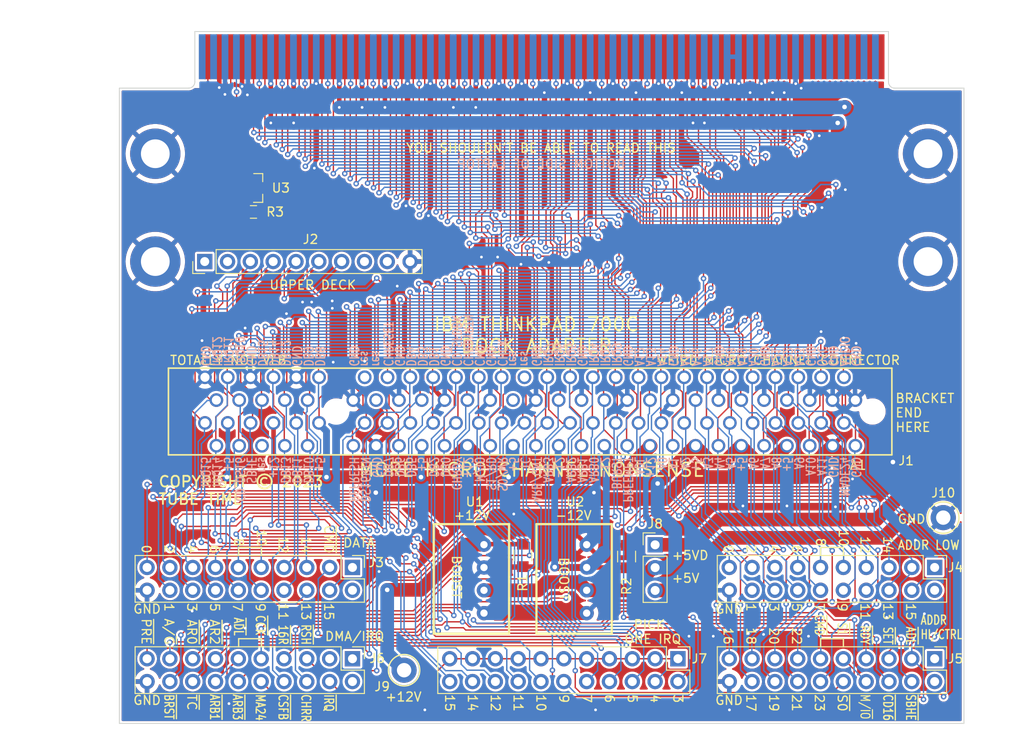
<source format=kicad_pcb>
(kicad_pcb (version 20211014) (generator pcbnew)
  (title_block (title "Thinkpad 700C Dock Slot Adapter") (comment 1 "http://creativecommons.org/licenses/by-sa/4.0/") (comment 2 "4.0 International License. To view a copy of the license, visit ") (comment 3 "This work is licensed under the Creative Commons Attribution-ShareAlike") (comment 4 "Copyright (C) 2023 Tube Time"))
  (layers (0 "F.Cu" signal) (31 "B.Cu" signal) (34 "B.Paste" user) (35 "F.Paste" user) (36 "B.SilkS" user "B.Silkscreen") (37 "F.SilkS" user "F.Silkscreen") (38 "B.Mask" user) (39 "F.Mask" user) (44 "Edge.Cuts" user))
  (net 0 "")
  (net 1 "/~{CD_SETUP}")
  (net 2 "/MADE24")
  (net 3 "GND")
  (net 4 "/A11")
  (net 5 "/A10")
  (net 6 "/A9")
  (net 7 "+5C")
  (net 8 "/A8")
  (net 9 "/A7")
  (net 10 "/A6")
  (net 11 "/A5")
  (net 12 "/A4")
  (net 13 "/A3")
  (net 14 "/A2")
  (net 15 "/A1")
  (net 16 "/A0")
  (net 17 "+12V")
  (net 18 "/~{ADL}")
  (net 19 "/~{PREEMPT}")
  (net 20 "/~{BURST}")
  (net 21 "-12V")
  (net 22 "/~{ARB0}")
  (net 23 "/~{ARB1}")
  (net 24 "/~{ARB2}")
  (net 25 "/~{ARB3}")
  (net 26 "/ARB{slash}~{GNT}")
  (net 27 "/~{TC}")
  (net 28 "/S0{slash}~{WR}")
  (net 29 "/S1{slash}~{RD}")
  (net 30 "/M{slash}~{IO}")
  (net 31 "/~{CHRDY}")
  (net 32 "/DB0")
  (net 33 "/DB2")
  (net 34 "/DB5")
  (net 35 "/DB6")
  (net 36 "/DB7")
  (net 37 "/~{DS16RTN}")
  (net 38 "/~{REFRESH}")
  (net 39 "/DB10")
  (net 40 "/DB11")
  (net 41 "/DB13")
  (net 42 "/~{SBHE}")
  (net 43 "/~{CD_DS16}")
  (net 44 "/~{IRQ14}")
  (net 45 "/~{IRQ15}")
  (net 46 "/AUDIO")
  (net 47 "/OSC")
  (net 48 "/A23")
  (net 49 "/A22")
  (net 50 "/A21")
  (net 51 "/A20")
  (net 52 "/A19")
  (net 53 "/A18")
  (net 54 "/A17")
  (net 55 "/A16")
  (net 56 "/A15")
  (net 57 "/A14")
  (net 58 "/A13")
  (net 59 "/A12")
  (net 60 "/~{IRQ9}")
  (net 61 "/~{IRQ3}")
  (net 62 "/~{IRQ4}")
  (net 63 "/~{IRQ5}")
  (net 64 "/~{IRQ6}")
  (net 65 "/~{IRQ7}")
  (net 66 "/~{CHCK}")
  (net 67 "/~{CMD}")
  (net 68 "/CHRDYRTN")
  (net 69 "/~{CD_SFDBK}")
  (net 70 "/DB1")
  (net 71 "/DB3")
  (net 72 "/DB4")
  (net 73 "/CHRST")
  (net 74 "/DB8")
  (net 75 "/DB9")
  (net 76 "/DB12")
  (net 77 "/DB14")
  (net 78 "/DB15")
  (net 79 "/~{IRQ10}")
  (net 80 "/~{IRQ11}")
  (net 81 "/~{IRQ12}")
  (net 95 "+5VD")
  (net 96 "+5V")
  (net 120 "/~{IRQ}")
  (footprint "Active:DCDC_ITR03" (layer "F.Cu") (at 132.08 106.1212 90)
    (fp_text reference "U1")
    (fp_text value "DCDC_ITR03")
  )
  (footprint "Passive:RESC2012X55" (layer "F.Cu") (at 147.955 103.632 -90)
    (fp_text reference "R2")
    (fp_text value "680")
  )
  (footprint "Connector_PinHeader_2.54mm:PinHeader_2x10_P2.54mm_Vertical" (layer "F.Cu") (at 117.4446 115.0062 -90)
    (fp_text reference "J6")
    (fp_text value "HPLA_PORT")
  )
  (footprint "Connector_PinHeader_2.54mm:PinHeader_1x10_P2.54mm_Vertical" (layer "F.Cu") (at 101 70.8 90)
    (fp_text reference "J2")
    (fp_text value "UPPER" hide)
  )
  (footprint "TestPoint:TestPoint_Keystone_5005-5009_Compact" (layer "F.Cu") (at 183.2 99.3)
    (fp_text reference "J10")
    (fp_text value "GND" hide)
  )
  (footprint "700CDock:DockFootprint" (layer "F.Cu") (at 138.5 48.006)
    (fp_text reference "J100" hide)
    (fp_text value "Conn_02x60" hide)
  )
  (footprint "Active:SOT95P230X117-3" (layer "F.Cu") (at 106.68 62.611)
    (fp_text reference "U3")
    (fp_text value "MAX810LTRG")
  )
  (footprint "Connector_PinHeader_2.54mm:PinHeader_2x11_P2.54mm_Vertical" (layer "F.Cu") (at 153.67 115.0062 -90)
    (fp_text reference "J7")
    (fp_text value "IRQ")
  )
  (footprint "Active:DCDC_ITR03" (layer "F.Cu") (at 143.51 106.1212 90)
    (fp_text reference "U2")
    (fp_text value "DCDC_ITR03")
  )
  (footprint "Connector_PinHeader_2.54mm:PinHeader_1x03_P2.54mm_Vertical" (layer "F.Cu") (at 151.13 102.3262)
    (fp_text reference "J8")
    (fp_text value "5V")
  )
  (footprint "Passive:RESC1608X55" (layer "F.Cu") (at 106.426 65.278)
    (fp_text reference "R3")
    (fp_text value "4.7K")
  )
  (footprint "MountingHole:MountingHole_3.2mm_M3_DIN965_Pad" (layer "F.Cu") (at 95.5 70.8)
    (fp_text reference "H3" hide)
    (fp_text value "MountingHole_Pad" hide)
  )
  (footprint "Connector_PinHeader_2.54mm:PinHeader_2x10_P2.54mm_Vertical" (layer "F.Cu") (at 117.4446 104.8462 -90)
    (fp_text reference "J3")
    (fp_text value "HPLA_PORT")
  )
  (footprint "TestPoint:TestPoint_Keystone_5005-5009_Compact" (layer "F.Cu") (at 123.19 116.2812)
    (fp_text reference "J9")
    (fp_text value "EXT_12V" hide)
  )
  (footprint "Conn:SLOT_MCA_16BIT" (layer "F.Cu") (at 173.417 91.3)
    (fp_text reference "J1")
    (fp_text value "BUS_MCA")
  )
  (footprint "Connector_PinHeader_2.54mm:PinHeader_2x10_P2.54mm_Vertical" (layer "F.Cu") (at 182.24 115.0062 -90)
    (fp_text reference "J5")
    (fp_text value "HPLA_PORT")
  )
  (footprint "MountingHole:MountingHole_3.2mm_M3_DIN965_Pad" (layer "F.Cu") (at 95.5 58.8)
    (fp_text reference "H1" hide)
    (fp_text value "MountingHole_Pad" hide)
  )
  (footprint "Passive:RESC2012X55" (layer "F.Cu") (at 136.398 103.505 -90)
    (fp_text reference "R1")
    (fp_text value "680")
  )
  (footprint "Connector_PinHeader_2.54mm:PinHeader_2x10_P2.54mm_Vertical" (layer "F.Cu") (at 182.24 104.8462 -90)
    (fp_text reference "J4")
    (fp_text value "HPLA_PORT")
  )
  (footprint "MountingHole:MountingHole_3.2mm_M3_DIN965_Pad" (layer "F.Cu") (at 181.5 70.8)
    (fp_text reference "H4" hide)
    (fp_text value "MountingHole_Pad" hide)
  )
  (footprint "MountingHole:MountingHole_3.2mm_M3_DIN965_Pad" (layer "F.Cu") (at 181.5 58.8)
    (fp_text reference "H2" hide)
    (fp_text value "MountingHole_Pad" hide)
  )
  (gr_line (start 169.545 102.616) (end 169.545 103.505) (layer "F.SilkS") (width 0.15))
  (gr_line (start 104.775 102.616) (end 104.775 103.505) (layer "F.SilkS") (width 0.15))
  (gr_line (start 104.775 112.776) (end 104.775 113.665) (layer "F.SilkS") (width 0.15))
  (gr_line (start 169.545 112.776) (end 172.085 112.776) (layer "F.SilkS") (width 0.15))
  (gr_line (start 107.315 102.616) (end 107.315 103.505) (layer "F.SilkS") (width 0.15))
  (gr_line (start 169.545 102.616) (end 172.085 102.616) (layer "F.SilkS") (width 0.15))
  (gr_line (start 172.085 102.616) (end 172.085 103.505) (layer "F.SilkS") (width 0.15))
  (gr_line (start 107.315 112.776) (end 107.315 113.665) (layer "F.SilkS") (width 0.15))
  (gr_line (start 169.545 112.776) (end 169.545 113.665) (layer "F.SilkS") (width 0.15))
  (gr_line (start 104.775 112.776) (end 107.315 112.776) (layer "F.SilkS") (width 0.15))
  (gr_line (start 172.085 112.776) (end 172.085 113.665) (layer "F.SilkS") (width 0.15))
  (gr_line (start 104.775 102.616) (end 107.315 102.616) (layer "F.SilkS") (width 0.15))
  (gr_line (start 99.900001 45.199999) (end 138.500001 45.199999) (layer "Edge.Cuts") (width 0.1))
  (gr_line (start 185.500001 122.2) (end 91.500001 122.2) (layer "Edge.Cuts") (width 0.1))
  (gr_line (start 177.800001 51.499999) (end 185.500001 51.499999) (layer "Edge.Cuts") (width 0.1))
  (gr_arc (start 99.900001 50.799999) (mid 99.694976 51.294974) (end 99.200001 51.499999) (layer "Edge.Cuts") (width 0.1))
  (gr_line (start 177.100001 45.199999) (end 177.100001 50.799999) (layer "Edge.Cuts") (width 0.1))
  (gr_line (start 99.900001 45.199999) (end 99.900001 50.799999) (layer "Edge.Cuts") (width 0.1))
  (gr_line (start 91.500001 51.499999) (end 99.200001 51.499999) (layer "Edge.Cuts") (width 0.1))
  (gr_line (start 91.500001 51.499999) (end 91.500001 122.2) (layer "Edge.Cuts") (width 0.1))
  (gr_line (start 177.100001 45.199999) (end 138.500001 45.199999) (layer "Edge.Cuts") (width 0.1))
  (gr_line (start 185.500001 51.499999) (end 185.500001 122.2) (layer "Edge.Cuts") (width 0.1))
  (gr_arc (start 177.800001 51.499999) (mid 177.305026 51.294974) (end 177.100001 50.799999) (layer "Edge.Cuts") (width 0.1))
  (gr_text "SBHE" (at 106.172 92.456 270) (layer "B.SilkS") (effects (font (size 1 0.75)) (justify right mirror)))
  (gr_text "GND" (at 106.172 82.55 270) (layer "B.SilkS") (effects (font (size 1 0.75)) (justify left mirror)))
  (gr_text "A23" (at 167.132 82.55 270) (layer "B.SilkS") (effects (font (size 1 0.75)) (justify left mirror)))
  (gr_text "BOTTOM SIDE OF LAPTOP" (at 138.43 59.944) (layer "B.SilkS") (effects (font (size 1 1)) (justify mirror)))
  (gr_text "A14" (at 151.892 82.55 270) (layer "B.SilkS") (effects (font (size 1 0.75)) (justify left mirror)))
  (gr_text "A19" (at 160.782 82.55 270) (layer "B.SilkS") (effects (font (size 1 0.75)) (justify left mirror)))
  (gr_text "-12" (at 140.462 92.456 270) (layer "B.SilkS") (effects (font (size 1 0.75)) (justify right mirror)))
  (gr_text "IRQ3" (at 145.542 82.55 270) (layer "B.SilkS") (effects (font (size 1 0.75)) (justify left mirror)))
  (gr_text "CHRDYRTN" (at 130.302 82.55 270) (layer "B.SilkS") (effects (font (size 1 0.75)) (justify left mirror)))
  (gr_text "TC" (at 136.652 92.456 270) (layer "B.SilkS") (effects (font (size 1 0.75)) (justify right mirror)))
  (gr_text "ARB2" (at 141.732 92.456 270) (layer "B.SilkS") (effects (font (size 1 0.75)) (justify right mirror)))
  (gr_text "ARB0" (at 144.272 92.456 270) (layer "B.SilkS") (effects (font (size 1 0.75)) (justify right mirror)))
  (gr_text "GND" (at 111.252 82.55 270) (layer "B.SilkS") (effects (font (size 1 0.75)) (justify left mirror)))
  (gr_text "ADL" (at 149.352 92.456 270) (layer "B.SilkS") (effects (font (size 1 0.75)) (justify right mirror)))
  (gr_text "GND" (at 168.402 82.55 270) (layer "B.SilkS") (effects (font (size 1 0.75)) (justify left mirror)))
  (gr_text "GND" (at 101.092 82.55 270) (layer "B.SilkS") (effects (font (size 1 0.75)) (justify left mirror)))
  (gr_text "A4" (at 158.242 92.456 270) (layer "B.SilkS") (effects (font (size 1 0.75)) (justify right mirror)))
  (gr_text "CHCK" (at 134.112 82.55 270) (layer "B.SilkS") (effects (font (size 1 0.75)) (justify left mirror)))
  (gr_text "+5" (at 125.222 92.456 270) (layer "B.SilkS") (effects (font (size 1 0.75)) (justify right mirror)))
  (gr_text "A9" (at 167.132 92.456 270) (layer "B.SilkS") (effects (font (size 1 0.75)) (justify right mirror)))
  (gr_text "res" (at 120.142 82.55 270) (layer "B.SilkS") (effects (font (size 1 0.75)) (justify left mirror)))
  (gr_text "A7" (at 163.322 92.456 270) (layer "B.SilkS") (effects (font (size 1 0.75)) (justify right mirror)))
  (gr_text "+12" (at 108.712 92.456 270) (layer "B.SilkS") (effects (font (size 1 0.75)) (justify right mirror)))
  (gr_text "GND" (at 173.482 92.456 270) (layer "B.SilkS") (effects (font (size 1 0.75)) (justify right mirror)))
  (gr_text "+5" (at 103.632 92.456 270) (layer "B.SilkS") (effects (font (size 1 0.75)) (justify right mirror)))
  (gr_text "+5" (at 135.382 92.456 270) (layer "B.SilkS") (effects (font (size 1 0.75)) (justify right mirror)))
  (gr_text "GND" (at 170.942 92.456 270) (layer "B.SilkS") (effects (font (size 1 0.75)) (justify right mirror)))
  (gr_text "res" (at 107.442 92.456 270) (layer "B.SilkS") (effects (font (size 1 0.75)) (justify right mirror)))
  (gr_text "BURST" (at 146.812 92.456 270) (layer "B.SilkS") (effects (font (size 1 0.75)) (justify right mirror)))
  (gr_text "-12" (at 145.542 92.456 270) (layer "B.SilkS") (effects (font (size 1 0.75)) (justify right mirror)))
  (gr_text "A0" (at 151.892 92.456 270) (layer "B.SilkS") (effects (font (size 1 0.75)) (justify right mirror)))
  (gr_text "DB8" (at 113.792 82.55 270) (layer "B.SilkS") (effects (font (size 1 0.75)) (justify left mirror)))
  (gr_text "CHRDY" (at 129.032 92.456 270) (layer "B.SilkS") (effects (font (size 1 0.75)) (justify right mirror)))
  (gr_text "OSC" (at 169.672 82.55 270) (layer "B.SilkS") (effects (font (size 1 0.75)) (justify left mirror)))
  (gr_text "A6" (at 162.052 92.456 270) (layer "B.SilkS") (effects (font (size 1 0.75)) (justify right mirror)))
  (gr_text "IRQ6" (at 140.462 82.55 270) (layer "B.SilkS") (effects (font (size 1 0.75)) (justify left mirror)))
  (gr_text "A12" (at 149.352 82.55 270) (layer "B.SilkS") (effects (font (size 1 0.75)) (justify left mirror)))
  (gr_text "IRQ10" (at 104.902 82.55 270) (layer "B.SilkS") (effects (font (size 1 0.75)) (justify left mirror)))
  (gr_text "DB1" (at 126.492 82.55 270) (layer "B.SilkS") (effects (font (size 1 0.75)) (justify left mirror)))
  (gr_text "DB2" (at 126.492 92.456 270) (layer "B.SilkS") (effects (font (size 1 0.75)) (justify right mirror)))
  (gr_text "A15" (at 154.432 82.55 270) (layer "B.SilkS") (effects (font (size 1 0.75)) (justify left mirror)))
  (gr_text "GND" (at 153.162 82.55 270) (layer "B.SilkS") (effects (font (size 1 0.75)) (justify left mirror)))
  (gr_text "DB10" (at 112.522 92.456 270) (layer "B.SilkS") (effects (font (size 1 0.75)) (justify right mirror)))
  (gr_text "CD_SFDBK" (at 129.032 82.55 270) (layer "B.SilkS") (effects (font (size 1 0.75)) (justify left mirror)))
  (gr_text "IRQ15" (at 101.092 92.456 270) (layer "B.SilkS") (effects (font (size 1 0.75)) (justify right mirror)))
  (gr_text "DS16RTN" (at 118.872 92.456 270) (layer "B.SilkS") (effects (font (size 1 0.75)) (justify right mirror)))
  (gr_text "res" (at 118.872 82.55 270) (layer "B.SilkS") (effects (font (size 1 0.75)) (justify left mirror)))
  (gr_text "GND" (at 137.922 82.55 270) (layer "B.SilkS") (effects (font (size 1 0.75)) (justify left mirror)))
  (gr_text "IRQ7" (at 139.192 82.55 270) (layer "B.SilkS") (effects (font (size 1 0.75)) (justify left mirror)))
  (gr_text "+12" (at 150.622 92.456 270) (layer "B.SilkS") (effects (font (size 1 0.75)) (justify right mirror)))
  (gr_text "res" (at 135.382 82.55 270) (layer "B.SilkS") (effects (font (size 1 0.75)) (justify left mirror)))
  (gr_text "A8" (at 164.592 92.456 270) (layer "B.SilkS") (effects (font (size 1 0.75)) (justify right mirror)))
  (gr_text "CD_DS16" (at 104.902 92.456 270) (layer "B.SilkS") (effects (font (size 1 0.75)) (justify right mirror)))
  (gr_text "GND" (at 120.142 92.456 270) (layer "B.SilkS") (effects (font (size 1 0.75)) (justify right mirror)))
  (gr_text "+5" (at 155.702 92.456 270) (layer "B.SilkS") (effects (font (size 1 0.75)) (justify right mirror)))
  (gr_text "A16" (at 155.702 82.55 270) (layer "B.SilkS") (effects (font (size 1 0.75)) (justify left mirror)))
  (gr_text "A17" (at 156.972 82.55 270) (layer "B.SilkS") (effects (font (size 1 0.75)) (justify left mirror)))
  (gr_text "IRQ5" (at 141.732 82.55 270) (layer "B.SilkS") (effects (font (size 1 0.75)) (justify left mirror)))
  (gr_text "+5" (at 113.792 92.456 270) (layer "B.SilkS") (effects (font (size 1 0.75)) (justify right mirror)))
  (gr_text "A10" (at 168.402 92.456 270) (layer "B.SilkS") (effects (font (size 1 0.75)) (justify right mirror)))
  (gr_text "A13" (at 150.622 82.55 270) (layer "B.SilkS") (effects (font (size 1 0.75)) (justify left mirror)))
  (gr_text "GND" (at 158.242 82.55 270) (layer "B.SilkS") (effects (font (size 1 0.75)) (justify left mirror)))
  (gr_text "GND" (at 132.842 82.55 270) (layer "B.SilkS") (effects (font (size 1 0.75)) (justify left mirror)))
  (gr_text "MADE24" (at 172.212 92.456 270) (layer "B.SilkS") (effects (font (size 1 0.75)) (justify right mirror)))
  (gr_text "+5" (at 160.782 92.456 270) (layer "B.SilkS") (effects (font (size 1 0.75)) (justify right mirror)))
  (gr_text "IRQ9" (at 146.812 82.55 270) (layer "B.SilkS") (effects (font (size 1 0.75)) (justify left mirror)))
  (gr_text "PREEMPT" (at 148.082 92.456 270) (layer "B.SilkS") (effects (font (size 1 0.75)) (justify right mirror)))
  (gr_text "GND" (at 143.002 82.55 270) (layer "B.SilkS") (effects (font (size 1 0.75)) (justify left mirror)))
  (gr_text "+5" (at 165.862 92.456 270) (layer "B.SilkS") (effects (font (size 1 0.75)) (justify right mirror)))
  (gr_text "A21" (at 164.592 82.55 270) (layer "B.SilkS") (effects (font (size 1 0.75)) (justify left mirror)))
  (gr_text "res" (at 136.652 82.55 270) (layer "B.SilkS") (effects (font (size 1 0.75)) (justify left mirror)))
  (gr_text "ARB3" (at 139.192 92.456 270) (layer "B.SilkS") (effects (font (size 1 0.75)) (justify right mirror)))
  (gr_text "M/IO" (at 131.572 92.456 270) (layer "B.SilkS") (effects (font (size 1 0.75)) (justify right mirror)))
  (gr_text "DB9" (at 112.522 82.55 270) (layer "B.SilkS") (effects (font (size 1 0.75)) (justify left mirror)))
  (gr_text "A18" (at 159.512 82.55 270) (layer "B.SilkS") (effects (font (size 1 0.75)) (justify left mirror)))
  (gr_text "DB11" (at 111.252 92.456 270) (layer "B.SilkS") (effects (font (size 1 0.75)) (justify right mirror)))
  (gr_text "GND" (at 173.482 82.55 270) (layer "B.SilkS") (effects (font (size 1 0.75)) (justify left mirror)))
  (gr_text "CHRESET" (at 121.412 82.55 270) (layer "B.SilkS") (effects (font (size 1 0.75)) (justify left mirror)))
  (gr_text "DB4" (at 123.952 82.55 270) (layer "B.SilkS") (effects (font (size 1 0.75)) (justify left mirror)))
  (gr_text "GND" (at 170.942 82.55 270) (layer "B.SilkS") (effects (font (size 1 0.75)) (justify left mirror)))
  (gr_text "A3" (at 156.972 92.456 270) (layer "B.SilkS") (effects (font (size 1 0.75)) (justify right mirror)))
  (gr_text "IRQ14" (at 102.362 92.456 270) (layer "B.SilkS") (effects (font (size 1 0.75)) (justify right mirror)))
  (gr_text "S0/WR" (at 134.112 92.456 270) (layer "B.SilkS") (effects (font (size 1 0.75)) (justify right mirror)))
  (gr_text "DB13" (at 109.982 92.456 270) (layer "B.SilkS") (effects (font (size 1 0.75)) (justify right mirror)))
  (gr_text "DB7" (at 121.412 92.456 270) (layer "B.SilkS") (effects (font (size 1 0.75)) (justify right mirror)))
  (gr_text "GND" (at 163.322 82.55 270) (layer "B.SilkS") (effects (font (size 1 0.75)) (justify left mirror)))
  (gr_text "AUDIO" (at 172.212 82.55 270) (layer "B.SilkS") (effects (font (size 1 0.75)) (justify left mirror)))
  (gr_text "IRQ4" (at 144.272 82.55 270) (layer "B.SilkS") (effects (font (size 1 0.75)) (justify left mirror)))
  (gr_text "DB6" (at 122.682 92.456 270) (layer "B.SilkS") (effects (font (size 1 0.75)) (justify right mirror)))
  (gr_text "DB14" (at 108.712 82.55 270) (layer "B.SilkS") (effects (font (size 1 0.75)) (justify left mirror)))
  (gr_text "GND" (at 122.682 82.55 270) (layer "B.SilkS") (effects (font (size 1 0.75)) (justify left mirror)))
  (gr_text "+12" (at 130.302 92.456 270) (layer "B.SilkS") (effects (font (size 1 0.75)) (justify right mirror)))
  (gr_text "IRQ11" (at 103.632 82.55 270) (layer "B.SilkS") (effects (font (size 1 0.75)) (justify left mirror)))
  (gr_text "GND" (at 127.762 82.55 270) (layer "B.SilkS") (effects (font (size 1 0.75)) (justify left mirror)))
  (gr_text "A11" (at 169.672 92.456 270) (layer "B.SilkS") (effects (font (size 1 0.75)) (justify right mirror)))
  (gr_text "DB3" (at 125.222 82.55 270) (layer "B.SilkS") (effects (font (size 1 0.75)) (justify left mirror)))
  (gr_text "DB12" (at 109.982 82.55 270) (layer "B.SilkS") (effects (font (size 1 0.75)) (justify left mirror)))
  (gr_text "DB15" (at 107.442 82.55 270) (layer "B.SilkS") (effects (font (size 1 0.75)) (justify left mirror)))
  (gr_text "A2" (at 154.432 92.456 270) (layer "B.SilkS") (effects (font (size 1 0.75)) (justify right mirror)))
  (gr_text "ARB/GNT" (at 137.922 92.456 270) (layer "B.SilkS") (effects (font (size 1 0.75)) (justify right mirror)))
  (gr_text "S1/RD" (at 132.842 92.456 270) (layer "B.SilkS") (effects (font (size 1 0.75)) (justify right mirror)))
  (gr_text "CMD" (at 131.572 82.55 270) (layer "B.SilkS") (effects (font (size 1 0.75)) (justify left mirror)))
  (gr_text "ARB1" (at 143.002 92.456 270) (layer "B.SilkS") (effects (font (size 1 0.75)) (justify right mirror)))
  (gr_text "IRQ12" (at 102.362 82.55 270) (layer "B.SilkS") (effects (font (size 1 0.75)) (justify left mirror)))
  (gr_text "GND" (at 117.602 82.55 270) (layer "B.SilkS") (effects (font (size 1 0.75)) (justify left mirror)))
  (gr_text "A5" (at 159.512 92.456 270) (layer "B.SilkS") (effects (font (size 1 0.75)) (justify right mirror)))
  (gr_text "DB5" (at 123.952 92.456 270) (layer "B.SilkS") (effects (font (size 1 0.75)) (justify right mirror)))
  (gr_text "GND" (at 148.082 82.55 270) (layer "B.SilkS") (effects (font (size 1 0.75)) (justify left mirror)))
  (gr_text "A1" (at 153.162 92.456 270) (layer "B.SilkS") (effects (font (size 1 0.75)) (justify right mirror)))
  (gr_text "A20" (at 162.052 82.55 270) (layer "B.SilkS") (effects (font (size 1 0.75)) (justify left mirror)))
  (gr_text "DB0" (at 127.762 92.456 270) (layer "B.SilkS") (effects (font (size 1 0.75)) (justify right mirror)))
  (gr_text "A22" (at 165.862 82.55 270) (layer "B.SilkS") (effects (font (size 1 0.75)) (justify left mirror)))
  (gr_text "REFRESH" (at 117.602 92.456 270) (layer "B.SilkS") (effects (font (size 1 0.75)) (justify right mirror)))
  (gr_text "~{CMD}" (at 169.418 112.522 270) (layer "F.SilkS") (effects (font (size 1 0.75)) (justify right)))
  (gr_text "7" (at 143.51 118.872 270) (layer "F.SilkS") (effects (font (size 1 1)) (justify left)))
  (gr_text "0" (at 94.488 103.378 270) (layer "F.SilkS") (effects (font (size 1 1)) (justify right)))
  (gr_text "~{ARB1}" (at 102.108 118.872 270) (layer "F.SilkS") (effects (font (size 1 0.75)) (justify left)))
  (gr_text "~{S0}" (at 171.958 118.872 270) (layer "F.SilkS") (effects (font (size 1 1)) (justify left)))
  (gr_text "13" (at 112.268 108.7162 270) (layer "F.SilkS") (effects (font (size 1 1)) (justify left)))
  (gr_text "-12V" (at 139.954 99.06) (layer "F.SilkS") (effects (font (size 1 1)) (justify left)))
  (gr_text "6" (at 146.05 118.872 270) (layer "F.SilkS") (effects (font (size 1 1)) (justify left)))
  (gr_text "+5V" (at 152.908 106.045) (layer "F.SilkS") (effects (font (size 1 1)) (justify left)))
  (gr_text "14" (at 177.038 103.378 270) (layer "F.SilkS") (effects (font (size 1 1)) (justify right)))
  (gr_text "M/~{IO}" (at 174.498 118.872 270) (layer "F.SilkS") (effects (font (size 1 0.75) (thickness 0.125)) (justify left)))
  (gr_text "BOOST" (at 129.032 105.918 270) (layer "F.SilkS") (effects (font (size 1 1))))
  (gr_text "YOU SHOULDN'T BE ABLE TO READ THIS" (at 138.43 58.166) (layer "F.SilkS") (effects (font (size 1 1))))
  (gr_text "MA24" (at 107.188 118.872 270) (layer "F.SilkS") (effects (font (size 1 0.75)) (justify left)))
  (gr_text "12" (at 133.35 118.872 270) (layer "F.SilkS") (effects (font (size 1 1)) (justify left)))
  (gr_text "BOOST" (at 140.97 106.1212 270) (layer "F.SilkS") (effects (font (size 1 1))))
  (gr_text "~{CD16}" (at 177.038 118.872 270) (layer "F.SilkS") (effects (font (size 1 0.75)) (justify left)))
  (gr_text "3" (at 153.67 118.8762 270) (layer "F.SilkS") (effects (font (size 1 1)) (justify left)))
  (gr_text "3" (at 99.568 108.712 270) (layer "F.SilkS") (effects (font (size 1 1)) (justify left)))
  (gr_text "+12V" (at 121.031 119.253) (layer "F.SilkS") (effects (font (size 1 1)) (justify left)))
  (gr_text "10" (at 107.315 102.616 270) (layer "F.SilkS") (effects (font (size 1 1)) (justify right)))
  (gr_text "13" (at 177.038 108.7162 270) (layer "F.SilkS") (effects (font (size 1 1)) (justify left)))
  (gr_text "GND" (at 92.964 109.474) (layer "F.SilkS") (effects (font (size 1 1)) (justify left)))
  (gr_text "7" (at 169.418 108.712 270) (layer "F.SilkS") (effects (font (size 1 1)) (justify left)))
  (gr_text "DATA" (at 116.332 102.108) (layer "F.SilkS") (effects (font (size 1 1)) (justify left)))
  (gr_text "9" (at 140.97 118.872 270) (layer "F.SilkS") (effects (font (size 1 1)) (justify left)))
  (gr_text "7" (at 104.648 108.712 270) (layer "F.SilkS") (effects (font (size 1 1)) (justify left)))
  (gr_text "3" (at 164.338 108.712 270) (layer "F.SilkS") (effects (font (size 1 1)) (justify left)))
  (gr_text "A/~{G}" (at 97.028 113.538 270) (layer "F.SilkS") (effects (font (size 1 1)) (justify right)))
  (gr_text "20" (at 164.338 113.538 270) (layer "F.SilkS") (effects (font (size 1 1)) (justify right)))
  (gr_text "0" (at 159.258 103.378 270) (layer "F.SilkS") (effects (font (size 1 1)) (justify right)))
  (gr_text "2" (at 97.028 103.378 270) (layer "F.SilkS") (effects (font (size 1 1)) (justify right)))
  (gr_text "UPPER DECK" (at 113.03 73.406) (layer "F.SilkS") (effects (font (size 1 1))))
  (gr_text "15" (at 114.808 108.7162 270) (layer "F.SilkS") (effects (font (size 1 1)) (justify left)))
  (gr_text "1" (at 97.028 108.712 270) (layer "F.SilkS") (effects (font (size 1 1)) (justify left)))
  (gr_text "~{16R}" (at 109.728 113.538 270) (layer "F.SilkS") (effects (font (size 1 0.75)) (justify right)))
  (gr_text "6" (at 166.878 103.378 270) (layer "F.SilkS") (effects (font (size 1 1)) (justify right)))
  (gr_text "MORE MICRO CHANNEL NONSENSE" (at 137.414 93.98) (layer "F.SilkS") (effects (font (size 1.5 1.5) (thickness 0.2))))
  (gr_text "~{CMD}" (at 114.808 103.378 270) (layer "F.SilkS") (effects (font (size 1 1)) (justify right)))
  (gr_text "+5VD" (at 152.908 103.505) (layer "F.SilkS") (effects (font (size 1 1)) (justify left)))
  (gr_text "14" (at 130.81 118.872 270) (layer "F.SilkS") (effects (font (size 1 1)) (justify left)))
  (gr_text "8" (at 169.545 102.616 270) (layer "F.SilkS") (effects (font (size 1 1)) (justify right)))
  (gr_text "~{S1}" (at 171.958 112.522 270) (layer "F.SilkS") (effects (font (size 1 0.75)) (justify right)))
  (gr_text "~{IRQ}" (at 114.808 118.872 270) (layer "F.SilkS") (effects (font (size 1 0.75)) (justify left)))
  (gr_text "11" (at 174.498 108.7162 270) (layer "F.SilkS") (effects (font (size 1 1)) (justify left)))
  (gr_text "ADDR LOW" (at 178.054 102.362) (layer "F.SilkS") (effects (font (size 1 0.9)) (justify left)))
  (gr_text "2" (at 161.798 103.378 270) (layer "F.SilkS") (effects (font (size 1 1)) (justify right)))
  (gr_text "19" (at 164.338 118.8762 270) (layer "F.SilkS") (effects (font (size 1 1)) (justify left)))
  (gr_text "A1" (at 172.72 93.472) (layer "F.SilkS") (effects (font (size 1 1)) (justify left)))
  (gr_text "GND" (at 178.054 99.4664) (layer "F.SilkS") (effects (font (size 1 1)) (justify left)))
  (gr_text "~{CSFB}" (at 109.728 118.872 270) (layer "F.SilkS") (effects (font (size 1 0.75)) (justify left)))
  (gr_text "~{PRE}" (at 94.488 113.538 270) (layer "F.SilkS") (effects (font (size 1 1)) (justify right)))
  (gr_text "17" (at 161.798 118.8762 270) (layer "F.SilkS") (effects (font (size 1 1)) (justify left)))
  (gr_text "4" (at 164.338 103.378 270) (layer "F.SilkS") (effects (font (size 1 1)) (justify right)))
  (gr_text "~{SBHE}" (at 179.578 118.872 270) (layer "F.SilkS") (effects (font (size 1 0.75)) (justify left)))
  (gr_text "22" (at 166.878 113.538 270) (layer "F.SilkS") (effects (font (size 1 1)) (justify right)))
  (gr_text "16" (at 159.258 113.538 270) (layer "F.SilkS") (effects (font (size 1 1)) (justify right)))
  (gr_text "1" (at 161.798 108.712 270) (layer "F.SilkS") (effects (font (size 1 1)) (justify left)))
  (gr_text "23" (at 169.418 118.872 270) (layer "F.SilkS") (effects (font (size 1 1)) (justify left)))
  (gr_text "GND" (at 92.964 119.634) (layer "F.SilkS") (effects (font (size 1 1)) (justify left)))
  (gr_text "ADDR \nHI/CTRL" (at 180.594 111.506) (layer "F.SilkS") (effects (font (size 1 0.75)) (justify left)))
  (gr_text "TOTALLY NOT VLB" (at 103.632 81.788) (layer "F.SilkS") (effects (font (size 1 1))))
  (gr_text "GND" (at 157.734 109.474) (layer "F.SilkS") (effects (font (size 1 1)) (justify left)))
  (gr_text "~{RDY}" (at 174.498 113.538 270) (layer "F.SilkS") (effects (font (size 1 0.75)) (justify right)))
  (gr_text "14" (at 112.268 103.378 270) (layer "F.SilkS") (effects (font (size 1 1)) (justify right)))
  (gr_text "11" (at 135.89 118.872 270) (layer "F.SilkS") (effects (font (size 1 1)) (justify left)))
  (gr_text "6" (at 102.108 103.378 270) (layer "F.SilkS") (effects (font (size 1 1)) (justify right)))
  (gr_text "~{SET}" (at 177.038 113.538 270) (layer "F.SilkS") (effects (font (size 1 0.75)) (justify right)))
  (gr_text "WEIRD MICRO CHANNEL CONNECTOR" (at 164.846 81.788) (layer "F.SilkS") (effects (font (size 1 1))))
  (gr_text "COPYRIGHT © 2023\nTUBE TIME" (at 95.758 96.266) (layer "F.SilkS") (effects (font (size 1.2 1.2) (thickness 0.2)) (justify left)))
  (gr_text "9" (at 171.958 108.7162 270) (layer "F.SilkS") (effects (font (size 1 1)) (justify left)))
  (gr_text "+12V" (at 128.651 99.06) (layer "F.SilkS") (effects (font (size 1 1)) (justify left)))
  (gr_text "5" (at 166.878 108.712 270) (layer "F.SilkS") (effects (font (size 1 1)) (justify left)))
  (gr_text "10" (at 172.085 102.616 270) (layer "F.SilkS") (effects (font (size 1 1)) (justify right)))
  (gr_text "PICK \nONE IRQ" (at 150.876 112.014) (layer "F.SilkS") (effects (font (size 1 1))))
  (gr_text "15" (at 179.578 108.7162 270) (layer "F.SilkS") (effects (font (size 1 1)) (justify left)))
  (gr_text "~{RSH}" (at 112.268 113.538 270) (layer "F.SilkS") (effects (font (size 1 0.75)) (justify right)))
  (gr_text "~{ADL}" (at 104.775 112.522 270) (layer "F.SilkS") (effects (font (size 1 0.75)) (justify right)))
  (gr_text "4" (at 99.568 103.378 270) (layer "F.SilkS") (effects (font (size 1 1)) (justify right)))
  (gr_text "18" (at 161.798 113.538 270) (layer "F.SilkS") (effects (font (size 1 1)) (justify right)))
  (gr_text "4" (at 151.13 118.872 270) (layer "F.SilkS") (effects (font (size 1 1)) (justify left)))
  (gr_text "~{CCK}" (at 107.188 112.522 270) (layer "F.SilkS") (effects (font (size 1 0.75)) (justify right)))
  (gr_text "BRACKET\nEND\nHERE" (at 177.8 87.63) (layer "F.SilkS") (effects (font (size 1 1)) (justify left)))
  (gr_text "9" (at 107.188 108.7162 270) (layer "F.SilkS") (effects (font (size 1 1)) (justify left)))
  (gr_text "~{ARB3}" (at 104.648 118.872 270) (layer "F.SilkS") (effects (font (size 1 0.75)) (justify left)))
  (gr_text "5" (at 102.108 108.712 270) (layer "F.SilkS") (effects (font (size 1 1)) (justify left)))
  (gr_text "GND" (at 157.734 119.634) (layer "F.SilkS") (effects (font (size 1 1)) (justify left)))
  (gr_text "~{TC}" (at 99.568 118.872 270) (layer "F.SilkS") (effects (font (size 1 1)) (justify left)))
  (gr_text "~{AR2}" (at 102.108 113.538 270) (layer "F.SilkS") (effects (font (size 1 1)) (justify right)))
  (gr_text "DMA/IRQ" (at 114.3 112.522) (layer "F.SilkS") (effects (font (size 1 1)) (justify left)))
  (gr_text "5" (at 148.59 118.872 270) (layer "F.SilkS") (effects (font (size 1 1)) (justify left)))
  (gr_text "10" (at 138.43 118.872 270) (layer "F.SilkS") (effects (font (size 1 1)) (justify left)))
  (gr_text "~{BRST}" (at 97.028 118.872 270) (layer "F.SilkS") (effects (font (size 1 0.75)) (justify left)))
  (gr_text "~{ADL}" (at 179.578 113.538 270) (layer "F.SilkS") (effects (font (size 1 0.75)) (justify right)))
  (gr_text "12" (at 109.728 103.378 270) (layer "F.SilkS") (effects (font (size 1 1)) (justify right)))
  (gr_text "21" (at 166.878 118.8762 270) (layer "F.SilkS") (effects (font (size 1 1)) (justify left)))
  (gr_text "8" (at 104.775 102.616 270) (layer "F.SilkS") (effects (font (size 1 1)) (justify right)))
  (gr_text "CHRR" (at 112.268 118.872 270) (layer "F.SilkS") (effects (font (size 1 0.75)) (justify left)))
  (gr_text "IBM THINKPAD 700C\nDOCK ADAPTER" (at 137.922 78.994) (layer "F.SilkS") (effects (font (size 1.5 1.5) (thickness 0.2))))
  (gr_text "12" (at 174.498 103.378 270) (layer "F.SilkS") (effects (font (size 1 1)) (justify right)))
  (gr_text "~{AR0}" (at 99.568 113.538 270) (layer "F.SilkS") (effects (font (size 1 1)) (justify right)))
  (gr_text "11" (at 109.728 108.7162 270) (layer "F.SilkS") (effects (font (size 1 1)) (justify left)))
  (gr_text "15" (at 128.27 118.872 270) (layer "F.SilkS") (effects (font (size 1 1)) (justify left)))
  (segment (start 173.482 81.026) (end 173.482 84.4296) (width 0.1524) (layer "F.Cu") (net 1))
  (segment (start 179.4764 113.5888) (end 177.7492 113.5888) (width 0.1524) (layer "F.Cu") (net 1))
  (segment (start 182.2196 112.5728) (end 180.4924 112.5728) (width 0.1524) (layer "F.Cu") (net 1))
  (segment (start 177.7492 113.5888) (end 177.16 114.178) (width 0.1524) (layer "F.Cu") (net 1))
  (segment (start 177.16 114.178) (end 177.16 115.0062) (width 0.1524) (layer "F.Cu") (net 1))
  (segment (start 102.235 68.961) (end 101.3525 68.0785) (width 0.1524) (layer "F.Cu") (net 1))
  (segment (start 101.2952 81.026) (end 101.4984 80.8228) (width 0.1524) (layer "F.Cu") (net 1))
  (segment (start 102.235 72.644) (end 102.235 68.961) (width 0.1524) (layer "F.Cu") (net 1))
  (segment (start 173.482 84.4296) (end 172.3136 85.598) (width 0.1524) (layer "F.Cu") (net 1))
  (segment (start 101.4984 73.3806) (end 102.235 72.644) (width 0.1524) (layer "F.Cu") (net 1))
  (segment (start 173.4312 91.2858) (end 173.417 91.3) (width 0.1524) (layer "F.Cu") (net 1))
  (segment (start 172.3136 85.598) (end 172.3136 87.0712) (width 0.1524) (layer "F.Cu") (net 1))
  (segment (start 173.4312 88.1888) (end 173.4312 91.2858) (width 0.1524) (layer "F.Cu") (net 1))
  (segment (start 172.3136 87.0712) (end 173.4312 88.1888) (width 0.1524) (layer "F.Cu") (net 1))
  (segment (start 101.3525 68.0785) (end 101.3525 48.006) (width 0.1524) (layer "F.Cu") (net 1))
  (segment (start 180.4924 112.5728) (end 179.4764 113.5888) (width 0.1524) (layer "F.Cu") (net 1))
  (segment (start 101.4984 80.8228) (end 101.4984 73.3806) (width 0.1524) (layer "F.Cu") (net 1))
  (via (at 182.2196 112.5728) (size 0.6096) (drill 0.3048) (layers "F.Cu" "B.Cu") (net 1))
  (via (at 173.482 81.026) (size 0.6096) (drill 0.3048) (layers "F.Cu" "B.Cu") (net 1))
  (via (at 101.2952 81.026) (size 0.6096) (drill 0.3048) (layers "F.Cu" "B.Cu") (net 1))
  (segment (start 173.355 91.3384) (end 173.355 93.8022) (width 0.1524) (layer "B.Cu") (net 1))
  (segment (start 173.482 81.026) (end 101.2952 81.026) (width 0.1524) (layer "B.Cu") (net 1))
  (segment (start 183.5912 111.2012) (end 182.2196 112.5728) (width 0.1524) (layer "B.Cu") (net 1))
  (segment (start 183.5912 104.0384) (end 183.5912 111.2012) (width 0.1524) (layer "B.Cu") (net 1))
  (segment (start 173.355 93.8022) (end 183.5912 104.0384) (width 0.1524) (layer "B.Cu") (net 1))
  (segment (start 173.482 118.9228) (end 172.7708 119.634) (width 0.1524) (layer "F.Cu") (net 2))
  (segment (start 171.2468 63.6016) (end 171.0436 63.8048) (width 0.1524) (layer "F.Cu") (net 2))
  (segment (start 153.4225 48.006) (end 153.4225 59.9505) (width 0.1524) (layer "F.Cu") (net 2))
  (segment (start 182.9308 118.9228) (end 173.482 118.9228) (width 0.1524) (layer "F.Cu") (net 2))
  (segment (start 171.958 85.5472) (end 171.958 88.6714) (width 0.1524) (layer "F.Cu") (net 2))
  (segment (start 153.4225 59.9505) (end 154.1272 60.6552) (width 0.1524) (layer "F.Cu") (net 2))
  (segment (start 109.3724 119.634) (end 107.2846 117.5462) (width 0.1524) (layer "F.Cu") (net 2))
  (segment (start 172.7708 119.634) (end 109.3724 119.634) (width 0.1524) (layer "F.Cu") (net 2))
  (segment (start 171.0436 84.6328) (end 171.958 85.5472) (width 0.1524) (layer "F.Cu") (net 2))
  (segment (start 154.1272 60.6552) (end 154.1272 62.0268) (width 0.1524) (layer "F.Cu") (net 2))
  (segment (start 183.2356 119.2276) (end 182.9308 118.9228) (width 0.1524) (layer "F.Cu") (net 2))
  (segment (start 171.2468 62.23) (end 171.2468 63.6016) (width 0.1524) (layer "F.Cu") (net 2))
  (segment (start 171.0436 63.8048) (end 171.0436 84.6328) (width 0.1524) (layer "F.Cu") (net 2))
  (segment (start 171.958 88.6714) (end 172.085 88.7984) (width 0.1524) (layer "F.Cu") (net 2))
  (via (at 154.1272 62.0268) (size 0.6096) (drill 0.3048) (layers "F.Cu" "B.Cu") (net 2))
  (via (at 171.2468 62.23) (size 0.6096) (drill 0.3048) (layers "F.Cu" "B.Cu") (net 2))
  (via (at 183.2356 119.2276) (size 0.6096) (drill 0.3048) (layers "F.Cu" "B.Cu") (net 2))
  (segment (start 156.1084 62.484) (end 157.1244 63.5) (width 0.1524) (layer "B.Cu") (net 2))
  (segment (start 154.5844 62.484) (end 155.5496 62.484) (width 0.1524) (layer "B.Cu") (net 2))
  (segment (start 169.5704 62.23) (end 171.2468 62.23) (width 0.1524) (layer "B.Cu") (net 2))
  (segment (start 157.1244 63.5) (end 168.3004 63.5) (width 0.1524) (layer "B.Cu") (net 2))
  (segment (start 154.1272 62.0268) (end 154.5844 62.484) (width 0.1524) (layer "B.Cu") (net 2))
  (segment (start 155.5496 62.484) (end 156.1084 62.484) (width 0.1524) (layer "B.Cu") (net 2))
  (segment (start 183.9468 103.886) (end 174.5996 94.5388) (width 0.1524) (layer "B.Cu") (net 2))
  (segment (start 183.9468 118.5164) (end 183.9468 103.886) (width 0.1524) (layer "B.Cu") (net 2))
  (segment (start 174.5996 90.5764) (end 172.8216 88.7984) (width 0.1524) (layer "B.Cu") (net 2))
  (segment (start 172.8216 88.7984) (end 172.085 88.7984) (width 0.1524) (layer "B.Cu") (net 2))
  (segment (start 174.5996 94.5388) (end 174.5996 90.5764) (width 0.1524) (layer "B.Cu") (net 2))
  (segment (start 183.2356 119.2276) (end 183.9468 118.5164) (width 0.1524) (layer "B.Cu") (net 2))
  (segment (start 168.3004 63.5) (end 169.5704 62.23) (width 0.1524) (layer "B.Cu") (net 2))
  (segment (start 145.034 97.2312) (end 144.3228 96.52) (width 1.524) (layer "F.Cu") (net 3))
  (segment (start 120.0404 96.52) (end 144.3228 96.52) (width 1.524) (layer "F.Cu") (net 3))
  (segment (start 105.1625 51.3015) (end 105.1625 48.006) (width 0.25) (layer "F.Cu") (net 3))
  (segment (start 167.386 50.8) (end 167.3925 50.7935) (width 0.25) (layer "F.Cu") (net 3))
  (segment (start 102.6225 51.4285) (end 102.6225 48.006) (width 0.25) (layer "F.Cu") (net 3))
  (segment (start 152.1968 97.2312) (end 145.034 97.2312) (width 1.524) (layer "F.Cu") (net 3))
  (segment (start 136.3018 104.8512) (end 136.398 104.755) (width 0.508) (layer "F.Cu") (net 3))
  (segment (start 132.08 109.9312) (end 143.51 109.9312) (width 1.524) (layer "F.Cu") (net 3))
  (segment (start 132.08 104.8512) (end 136.3018 104.8512) (width 0.508) (layer "F.Cu") (net 3))
  (segment (start 170.815 91.3384) (end 167.3606 94.7928) (width 1.524) (layer "F.Cu") (net 3))
  (segment (start 167.386 51.5112) (end 167.386 50.8) (width 0.25) (layer "F.Cu") (net 3))
  (segment (start 154.6352 94.7928) (end 152.1968 97.2312) (width 1.524) (layer "F.Cu") (net 3))
  (segment (start 167.3925 50.7935) (end 167.3925 48.006) (width 0.25) (layer "F.Cu") (net 3))
  (segment (start 172.593 93.1164) (end 177.5968 93.1164) (width 1.524) (layer "F.Cu") (net 3))
  (segment (start 167.3606 94.7928) (end 154.6352 94.7928) (width 1.524) (layer "F.Cu") (net 3))
  (segment (start 170.815 91.3384) (end 172.593 93.1164) (width 1.524) (layer "F.Cu") (net 3))
  (segment (start 102.616 51.435) (end 102.6225 51.4285) (width 0.25) (layer "F.Cu") (net 3))
  (segment (start 105.156 51.308) (end 105.1625 51.3015) (width 0.25) (layer "F.Cu") (net 3))
  (via (at 113.411 51) (size 0.6096) (drill 0.3048) (layers "F.Cu" "B.Cu") (net 3))
  (via (at 115.189 75.184) (size 0.6096) (drill 0.3048) (layers "F.Cu" "B.Cu") (net 3))
  (via (at 99.6 109.7) (size 0.6096) (drill 0.3048) (layers "F.Cu" "B.Cu") (net 3))
  (via (at 133.6 70.3) (size 0.6096) (drill 0.3048) (layers "F.Cu" "B.Cu") (net 3))
  (via (at 161.7 52) (size 0.6096) (drill 0.3048) (layers "F.Cu" "B.Cu") (net 3))
  (via (at 131.8 70.3) (size 0.6096) (drill 0.3048) (layers "F.Cu" "B.Cu") (net 3))
  (via (at 123.571 51) (size 0.6096) (drill 0.3048) (layers "F.Cu" "B.Cu") (net 3))
  (via (at 149 52) (size 0.6096) (drill 0.3048) (layers "F.Cu" "B.Cu") (net 3))
  (via (at 176.9 110.4) (size 0.6096) (drill 0.3048) (layers "F.Cu" "B.Cu") (net 3))
  (via (at 169.7 64.8) (size 0.6096) (drill 0.3048) (layers "F.Cu" "B.Cu") (net 3))
  (via (at 105.75 52.25) (size 0.6096) (drill 0.3048) (layers "F.Cu" "B.Cu") (net 3))
  (via (at 169.6 78.6) (size 0.6096) (drill 0.3048) (layers "F.Cu" "B.Cu") (net 3))
  (via (at 146.431 51.0032) (size 0.6096) (drill 0.3048) (layers "F.Cu" "B.Cu") (net 3))
  (via (at 169.4 56.8) (size 0.6096) (drill 0.3048) (layers "F.Cu" "B.Cu") (net 3))
  (via (at 144.3228 96.52) (size 0.8) (drill 0.4) (layers "F.Cu" "B.Cu") (net 3))
  (via (at 171.2 98.1) (size 0.6096) (drill 0.3048) (layers "F.Cu" "B.Cu") (net 3))
  (via (at 170.8 93.8) (size 0.6096) (drill 0.3048) (layers "F.Cu" "B.Cu") (net 3))
  (via (at 105.5 78.2) (size 0.6096) (drill 0.3048) (layers "F.Cu" "B.Cu") (net 3))
  (via (at 139.3 70.9) (size 0.6096) (drill 0.3048) (layers "F.Cu" "B.Cu") (net 3))
  (via (at 115.3 82) (size 0.6096) (drill 0.3048) (layers "F.Cu" "B.Cu") (net 3))
  (via (at 172.3 62.8) (size 0.6096) (drill 0.3048) (layers "F.Cu" "B.Cu") (net 3))
  (via (at 151.511 51.0032) (size 0.6096) (drill 0.3048) (layers "F.Cu" "B.Cu") (net 3))
  (via (at 177.5968 93.1164) (size 1.016) (drill 0.508) (layers "F.Cu" "B.Cu") (net 3))
  (via (at 113.2 60.4) (size 0.6096) (drill 0.3048) (layers "F.Cu" "B.Cu") (net 3))
  (via (at 136.271 51.0032) (size 0.6096) (drill 0.3048) (layers "F.Cu" "B.Cu") (net 3))
  (via (at 154.1 52) (size 0.6096) (drill 0.3048) (layers "F.Cu" "B.Cu") (net 3))
  (via (at 168.2 112.5) (size 0.6096) (drill 0.3048) (layers "F.Cu" "B.Cu") (net 3))
  (via (at 125.4 100.6) (size 0.6096) (drill 0.3048) (layers "F.Cu" "B.Cu") (net 3))
  (via (at 165.8 98) (size 0.6096) (drill 0.3048) (layers "F.Cu" "B.Cu") (net 3))
  (via (at 165.5 52) (size 0.6096) (drill 0.3048) (layers "F.Cu" "B.Cu") (net 3))
  (via (at 143.9 52) (size 0.6096) (drill 0.3048) (layers "F.Cu" "B.Cu") (net 3))
  (via (at 136.2 71.1) (size 0.6096) (drill 0.3048) (layers "F.Cu" "B.Cu") (net 3))
  (via (at 164.2 52) (size 0.6096) (drill 0.3048) (layers "F.Cu" "B.Cu") (net 3))
  (via (at 125.9 65.7) (size 0.6096) (drill 0.3048) (layers "F.Cu" "B.Cu") (net 3))
  (via (at 154.9 112.5) (size 0.6096) (drill 0.3048) (layers "F.Cu" "B.Cu") (net 3))
  (via (at 105.156 51.308) (size 0.6096) (drill 0.3048) (layers "F.Cu" "B.Cu") (net 3))
  (via (at 161.5 112.2) (size 0.6096) (drill 0.3048) (layers "F.Cu" "B.Cu") (net 3))
  (via (at 141.351 51.0032) (size 0.6096) (drill 0.3048) (layers "F.Cu" "B.Cu") (net 3))
  (via (at 118.8 81.9) (size 0.6096) (drill 0.3048) (layers "F.Cu" "B.Cu") (net 3))
  (via (at 122.428 73.533) (size 0.6096) (drill 0.3048) (layers "F.Cu" "B.Cu") (net 3))
  (via (at 102.616 51.435) (size 0.6096) (drill 0.3048) (layers "F.Cu" "B.Cu") (net 3))
  (via (at 166.7764 51.0032) (size 0.6096) (drill 0.3048) (layers "F.Cu" "B.Cu") (net 3))
  (via (at 173.1 95) (size 0.6096) (drill 0.3048) (layers "F.Cu" "B.Cu") (net 3))
  (via (at 162.9664 51.0032) (size 0.6096) (drill 0.3048) (layers "F.Cu" "B.Cu") (net 3))
  (via (at 115.2 76) (size 0.6096) (drill 0.3048) (layers "F.Cu" "B.Cu") (net 3))
  (via (at 110.1 76.6) (size 0.6096) (drill 0.3048) (layers "F.Cu" "B.Cu") (net 3))
  (via (at 167.386 51.5112) (size 0.6096) (drill 0.3048) (layers "F.Cu" "B.Cu") (net 3))
  (via (at 159.4 120.7) (size 0.6096) (drill 0.3048) (layers "F.Cu" "B.Cu") (net 3))
  (via (at 111.887 75.311) (size 0.6096) (drill 0.3048) (layers "F.Cu" "B.Cu") (net 3))
  (via (at 120.0404 96.52) (size 1.016) (drill 0.508) (layers "F.Cu" "B.Cu") (net 3))
  (via (at 173.5 79.9) (size 0.6096) (drill 0.3048) (layers "F.Cu" "B.Cu") (net 3))
  (via (at 180.1 101.8) (size 0.6096) (drill 0.3048) (layers "F.Cu" "B.Cu") (net 3))
  (via (at 144.5 120.7) (size 0.6096) (drill 0.3048) (layers "F.Cu" "B.Cu") (net 3))
  (via (at 126.111 51) (size 0.6096) (drill 0.3048) (layers "F.Cu" "B.Cu") (net 3))
  (via (at 105.5 111.6) (size 0.6096) (drill 0.3048) (layers "F.Cu" "B.Cu") (net 3))
  (via (at 160.9 98) (size 0.6096) (drill 0.3048) (layers "F.Cu" "B.Cu") (net 3))
  (via (at 172.1 79.3) (size 0.6096) (drill 0.3048) (layers "F.Cu" "B.Cu") (net 3))
  (via (at 133.731 51.0032) (size 0.6096) (drill 0.3048) (layers "F.Cu" "B.Cu") (net 3))
  (via (at 163.2 112.3) (size 0.6096) (drill 0.3048) (layers "F.Cu" "B.Cu") (net 3))
  (via (at 103.7 120) (size 0.6096) (drill 0.3048) (layers "F.Cu" "B.Cu") (net 3))
  (via (at 159.131 51.0032) (size 0.6096) (drill 0.3048) (layers "F.Cu" "B.Cu") (net 3))
  (via (at 138.8 52) (size 0.6096) (drill 0.3048) (layers "F.Cu" "B.Cu") (net 3))
  (via (at 103.251 52.197) (size 0.6096) (drill 0.3048) (layers "F.Cu" "B.Cu") (net 3))
  (via (at 157.6 112.5) (size 0.6096) (drill 0.3048) (layers "F.Cu" "B.Cu") (net 3))
  (via (at 181.1 110) (size 0.6096) (drill 0.3048) (layers "F.Cu" "B.Cu") (net 3))
  (via (at 160.4264 51.0032) (size 0.6096) (drill 0.3048) (layers "F.Cu" "B.Cu") (net 3))
  (via (at 123.4 64.6) (size 0.6096) (drill 0.3048) (layers "F.Cu" "B.Cu") (net 3))
  (via (at 135.4 98.9) (size 0.6096) (drill 0.3048) (layers "F.Cu" "B.Cu") (net 3))
  (via (at 112.903 75.311) (size 0.6096) (drill 0.3048) (layers "F.Cu" "B.Cu") (net 3))
  (via (at 120.4 105.3) (size 0.6096) (drill 0.3048) (layers "F.Cu" "B.Cu") (net 3))
  (via (at 100.7 79.6) (size 0.6096) (drill 0.3048) (layers "F.Cu" "B.Cu") (net 3))
  (via (at 125.5 120.7) (size 0.6096) (drill 0.3048) (layers "F.Cu" "B.Cu") (net 3))
  (segment (start 136.2775 50.9967) (end 136.2775 48.006) (width 0.25) (layer "B.Cu") (net 3))
  (segment (start 133.7375 50.9967) (end 133.7375 48.006) (width 0.25) (layer "B.Cu") (net 3))
  (segment (start 103.2575 52.1905) (end 103.2575 48.006) (width 0.25) (layer "B.Cu") (net 3))
  (segment (start 133.35 109.9312) (end 132.08 109.9312) (width 1.524) (layer "B.Cu") (net 3))
  (segment (start 105.75 52.25) (end 105.7975 52.2025) (width 0.25) (layer "B.Cu") (net 3))
  (segment (start 142.9512 86.1822) (end 142.9512 82.0928) (width 0.508) (layer "B.Cu") (net 3))
  (segment (start 163.2712 82.042) (end 163.2204 81.9912) (width 0.508) (layer "B.Cu") (net 3))
  (segment (start 144.3228 96.52) (end 144.3228 101.4984) (width 1.524) (layer "B.Cu") (net 3))
  (segment (start 137.8712 86.1822) (end 137.8712 82.042) (width 0.508) (layer "B.Cu") (net 3))
  (segment (start 123.5775 50.9935) (end 123.5775 48.006) (width 0.25) (layer "B.Cu") (net 3))
  (segment (start 166.7575 50.9843) (end 166.7575 48.006) (width 0.25) (layer "B.Cu") (net 3))
  (segment (start 120.0404 96.52) (end 120.0404 91.3638) (width 1.524) (layer "B.Cu") (net 3))
  (segment (start 144.3228 101.4984) (end 143.51 102.3112) (width 1.524) (layer "B.Cu") (net 3))
  (segment (start 168.3512 82.042) (end 168.3004 81.9912) (width 0.508) (layer "B.Cu") (net 3))
  (segment (start 133.985 109.2962) (end 133.35 109.9312) (width 1.524) (layer "B.Cu") (net 3))
  (segment (start 105.7975 52.2025) (end 105.7975 48.006) (width 0.25) (layer "B.Cu") (net 3))
  (segment (start 151.5175 50.9967) (end 151.5175 48.006) (width 0.25) (layer "B.Cu") (net 3))
  (segment (start 158.1912 86.1822) (end 158.1912 81.9912) (width 0.508) (layer "B.Cu") (net 3))
  (segment (start 123.571 51) (end 123.5775 50.9935) (width 0.25) (layer "B.Cu") (net 3))
  (segment (start 120.0404 91.3638) (end 120.015 91.3384) (width 1.524) (layer "B.Cu") (net 3))
  (segment (start 133.731 51.0032) (end 133.7375 50.9967) (width 0.25) (layer "B.Cu") (net 3))
  (segment (start 127.7112 86.1822) (end 127.7112 82.042) (width 0.508) (layer "B.Cu") (net 3))
  (segment (start 106.045 82.0674) (end 106.0704 82.042) (width 0.508) (layer "B.Cu") (net 3))
  (segment (start 126.1175 50.9935) (end 126.1175 48.006) (width 0.25) (layer "B.Cu") (net 3))
  (segment (start 168.3512 86.1822) (end 168.3512 82.042) (width 0.508) (layer "B.Cu") (net 3))
  (segment (start 173.3804 86.233) (end 173.3804 82.042) (width 0.508) (layer "B.Cu") (net 3))
  (segment (start 133.985 105.4862) (end 133.985 109.2962) (width 1.524) (layer "B.Cu") (net 3))
  (segment (start 151.511 51.0032) (end 151.5175 50.9967) (width 0.25) (layer "B.Cu") (net 3))
  (segment (start 133.35 104.8512) (end 133.985 105.4862) (width 1.524) (layer "B.Cu") (net 3))
  (segment (start 117.475 86.2584) (end 117.475 81.9658) (width 0.508) (layer "B.Cu") (net 3))
  (segment (start 170.8912 86.1822) (end 170.8912 82.042) (width 0.508) (layer "B.Cu") (net 3))
  (segment (start 163.2712 86.1822) (end 163.2712 82.042) (width 0.508) (layer "B.Cu") (net 3))
  (segment (start 117.475 81.9658) (end 117.5004 81.9404) (width 0.508) (layer "B.Cu") (net 3))
  (segment (start 106.045 83.7184) (end 106.045 82.0674) (width 0.508) (layer "B.Cu") (net 3))
  (segment (start 159.131 51.0032) (end 159.1375 50.9967) (width 0.25) (layer "B.Cu") (net 3))
  (segment (start 136.271 51.0032) (end 136.2775 50.9967) (width 0.25) (layer "B.Cu") (net 3))
  (segment (start 141.3575 50.9967) (end 141.3575 48.006) (width 0.25) (layer "B.Cu") (net 3))
  (segment (start 146.4375 50.9967) (end 146.4375 48.006) (width 0.25) (layer "B.Cu") (net 3))
  (segment (start 162.9475 48.006) (end 162.9475 50.9843) (width 0.25) (layer "B.Cu") (net 3))
  (segment (start 113.411 51) (end 113.4175 50.9935) (width 0.25) (layer "B.Cu") (net 3))
  (segment (start 159.1375 50.9967) (end 159.1375 48.006) (width 0.25) (layer "B.Cu") (net 3))
  (segment (start 148.0312 86.1822) (end 148.0312 82.0928) (width 0.508) (layer "B.Cu") (net 3))
  (segment (start 122.6312 86.1822) (end 122.6312 81.9404) (width 0.508) (layer "B.Cu") (net 3))
  (segment (start 162.9475 50.9843) (end 162.9664 51.0032) (width 0.25) (layer "B.Cu") (net 3))
  (segment (start 146.431 51.0032) (end 146.4375 50.9967) (width 0.25) (layer "B.Cu") (net 3))
  (segment (start 170.8912 82.042) (end 170.8404 81.9912) (width 0.508) (layer "B.Cu") (net 3))
  (segment (start 160.4075 50.9843) (end 160.4075 48.006) (width 0.25) (layer "B.Cu") (net 3))
  (segment (start 126.111 51) (end 126.1175 50.9935) (width 0.25) (layer "B.Cu") (net 3))
  (segment (start 103.251 52.197) (end 103.2575 52.1905) (width 0.25) (layer "B.Cu") (net 3))
  (segment (start 141.351 51.0032) (end 141.3575 50.9967) (width 0.25) (layer "B.Cu") (net 3))
  (segment (start 132.08 104.8512) (end 133.35 104.8512) (width 1.524) (layer "B.Cu") (net 3))
  (segment (start 166.7764 51.0032) (end 166.7575 50.9843) (width 0.25) (layer "B.Cu") (net 3))
  (segment (start 113.4175 50.9935) (end 113.4175 48.006) (width 0.25) (layer "B.Cu") (net 3))
  (segment (start 132.7912 86.1822) (end 132.7912 81.9404) (width 0.508) (layer "B.Cu") (net 3))
  (segment (start 153.1112 86.1822) (end 153.1112 82.0928) (width 0.508) (layer "B.Cu") (net 3))
  (segment (start 121.666 63.1444) (end 121.666 60.1472) (width 0.1524) (layer "F.Cu") (net 4))
  (segment (start 169.8244 85.2678) (end 170.688 84.4042) (width 0.1524) (layer "F.Cu") (net 4))
  (segment (start 121.666 60.1472) (end 121.6725 60.1407) (width 0.1524) (layer "F.Cu") (net 4))
  (segment (start 169.8244 88.519) (end 169.8244 85.2678) (width 0.1524) (layer "F.Cu") (net 4))
  (segment (start 170.688 84.4042) (end 170.688 63.4492) (width 0.1524) (layer "F.Cu") (net 4))
  (segment (start 121.6725 60.1407) (end 121.6725 48.006) (width 0.1524) (layer "F.Cu") (net 4))
  (segment (start 170.688 63.4492) (end 170.434 63.1952) (width 0.1524) (layer "F.Cu") (net 4))
  (segment (start 169.545 88.7984) (end 169.8244 88.519) (width 0.1524) (layer "F.Cu") (net 4))
  (via (at 170.434 63.1952) (size 0.6096) (drill 0.3048) (layers "F.Cu" "B.Cu") (net 4))
  (via (at 121.666 63.1444) (size 0.6096) (drill 0.3048) (layers "F.Cu" "B.Cu") (net 4))
  (segment (start 175.9204 103.886) (end 175.9204 106.0858) (width 0.1524) (layer "B.Cu") (net 4))
  (segment (start 149.4028 62.8904) (end 149.9108 63.3984) (width 0.1524) (layer "B.Cu") (net 4))
  (segment (start 154.2796 63.9572) (end 169.672 63.9572) (width 0.1524) (layer "B.Cu") (net 4))
  (segment (start 171.958 90.8304) (end 171.958 99.9236) (width 0.1524) (layer "B.Cu") (net 4))
  (segment (start 169.545 88.7984) (end 169.926 88.7984) (width 0.1524) (layer "B.Cu") (net 4))
  (segment (start 175.9204 106.0858) (end 174.62 107.3862) (width 0.1524) (layer "B.Cu") (net 4))
  (segment (start 150.5712 63.3984) (end 150.876 63.0936) (width 0.1524) (layer "B.Cu") (net 4))
  (segment (start 150.876 63.0936) (end 153.416 63.0936) (width 0.1524) (layer "B.Cu") (net 4))
  (segment (start 169.926 88.7984) (end 171.958 90.8304) (width 0.1524) (layer "B.Cu") (net 4))
  (segment (start 121.666 63.1444) (end 121.92 62.8904) (width 0.1524) (layer "B.Cu") (net 4))
  (segment (start 121.92 62.8904) (end 149.4028 62.8904) (width 0.1524) (layer "B.Cu") (net 4))
  (segment (start 153.416 63.0936) (end 154.2796 63.9572) (width 0.1524) (layer "B.Cu") (net 4))
  (segment (start 169.672 63.9572) (end 170.434 63.1952) (width 0.1524) (layer "B.Cu") (net 4))
  (segment (start 149.9108 63.3984) (end 150.5712 63.3984) (width 0.1524) (layer "B.Cu") (net 4))
  (segment (start 171.958 99.9236) (end 175.9204 103.886) (width 0.1524) (layer "B.Cu") (net 4))
  (segment (start 122.936 63.864) (end 122.936 60.4012) (width 0.1524) (layer "F.Cu") (net 5))
  (segment (start 169.4688 86.8426) (end 168.275 88.0364) (width 0.1524) (layer "F.Cu") (net 5))
  (segment (start 168.5544 65.405) (end 168.5036 65.4558) (width 0.1524) (layer "F.Cu") (net 5))
  (segment (start 169.4688 85.5472) (end 169.4688 86.8426) (width 0.1524) (layer "F.Cu") (net 5))
  (segment (start 168.275 88.0364) (end 168.275 91.3384) (width 0.1524) (layer "F.Cu") (net 5))
  (segment (start 168.5036 84.582) (end 169.4688 85.5472) (width 0.1524) (layer "F.Cu") (net 5))
  (segment (start 168.5544 64.8208) (end 168.5544 65.405) (width 0.1524) (layer "F.Cu") (net 5))
  (segment (start 168.5036 65.4558) (end 168.5036 84.582) (width 0.1524) (layer "F.Cu") (net 5))
  (segment (start 122.9425 60.3947) (end 122.9425 48.006) (width 0.1524) (layer "F.Cu") (net 5))
  (segment (start 122.3 64.5) (end 122.936 63.864) (width 0.1524) (layer "F.Cu") (net 5))
  (segment (start 122.936 60.4012) (end 122.9425 60.3947) (width 0.1524) (layer "F.Cu") (net 5))
  (via (at 122.3 64.5) (size 0.6096) (drill 0.3048) (layers "F.Cu" "B.Cu") (net 5))
  (via (at 168.5544 64.8208) (size 0.6096) (drill 0.3048) (layers "F.Cu" "B.Cu") (net 5))
  (segment (start 168.275 91.3384) (end 168.275 99.3394) (width 0.1524) (layer "B.Cu") (net 5))
  (segment (start 168.0464 64.3128) (end 168.5544 64.8208) (width 0.1524) (layer "B.Cu") (net 5))
  (segment (start 149.0726 63.6016) (end 149.7838 64.3128) (width 0.1524) (layer "B.Cu") (net 5))
  (segment (start 168.275 99.3394) (end 172.1104 103.1748) (width 0.1524) (layer "B.Cu") (net 5))
  (segment (start 123.1984 63.6016) (end 149.0726 63.6016) (width 0.1524) (layer "B.Cu") (net 5))
  (segment (start 172.1104 103.1748) (end 172.1104 104.8158) (width 0.1524) (layer "B.Cu") (net 5))
  (segment (start 122.3 64.5) (end 123.1984 63.6016) (width 0.1524) (layer "B.Cu") (net 5))
  (segment (start 149.7838 64.3128) (end 168.0464 64.3128) (width 0.1524) (layer "B.Cu") (net 5))
  (segment (start 172.1104 104.8158) (end 172.08 104.8462) (width 0.1524) (layer "B.Cu") (net 5))
  (segment (start 124.206 64.2112) (end 124.2125 64.2047) (width 0.1524) (layer "F.Cu") (net 6))
  (segment (start 124.2125 64.2047) (end 124.2125 48.006) (width 0.1524) (layer "F.Cu") (net 6))
  (segment (start 168.148 84.4296) (end 167.005 85.5726) (width 0.1524) (layer "F.Cu") (net 6))
  (segment (start 167.64 65.278) (end 168.148 65.786) (width 0.1524) (layer "F.Cu") (net 6))
  (segment (start 167.005 85.5726) (end 167.005 88.7984) (width 0.1524) (layer "F.Cu") (net 6))
  (segment (start 168.148 65.786) (end 168.148 84.4296) (width 0.1524) (layer "F.Cu") (net 6))
  (via (at 167.64 65.278) (size 0.6096) (drill 0.3048) (layers "F.Cu" "B.Cu") (net 6))
  (via (at 124.206 64.2112) (size 0.6096) (drill 0.3048) (layers "F.Cu" "B.Cu") (net 6))
  (segment (start 124.46 63.9572) (end 148.8948 63.9572) (width 0.1524) (layer "B.Cu") (net 6))
  (segment (start 169.418 99.9744) (end 173.3804 103.9368) (width 0.1524) (layer "B.Cu") (net 6))
  (segment (start 149.606 64.6684) (end 167.0304 64.6684) (width 0.1524) (layer "B.Cu") (net 6))
  (segment (start 167.5638 88.7984) (end 169.418 90.6526) (width 0.1524) (layer "B.Cu") (net 6))
  (segment (start 173.3804 103.9368) (end 173.3804 106.0858) (width 0.1524) (layer "B.Cu") (net 6))
  (segment (start 148.8948 63.9572) (end 149.606 64.6684) (width 0.1524) (layer "B.Cu") (net 6))
  (segment (start 167.0304 64.6684) (end 167.64 65.278) (width 0.1524) (layer "B.Cu") (net 6))
  (segment (start 173.3804 106.0858) (end 172.08 107.3862) (width 0.1524) (layer "B.Cu") (net 6))
  (segment (start 167.005 88.7984) (end 167.5638 88.7984) (width 0.1524) (layer "B.Cu") (net 6))
  (segment (start 124.206 64.2112) (end 124.46 63.9572) (width 0.1524) (layer "B.Cu") (net 6))
  (segment (start 169.418 90.6526) (end 169.418 99.9744) (width 0.1524) (layer "B.Cu") (net 6))
  (segment (start 108.331 65.532) (end 112.395 69.596) (width 0.1524) (layer "F.Cu") (net 7))
  (segment (start 158.9278 93.0656) (end 160.655 91.3384) (width 1.524) (layer "F.Cu") (net 7))
  (segment (start 150.9118 104.8662) (end 148.3868 107.3912) (width 1.524) (layer "F.Cu") (net 7))
  (segment (start 160.655 91.3384) (end 162.3822 93.0656) (width 1.524) (layer "F.Cu") (net 7))
  (segment (start 114.554 94.7928) (end 103.4796 94.7928) (width 1.524) (layer "F.Cu") (net 7))
  (segment (start 114.764711 83.250165) (end 114.764711 85.006289) (width 0.1524) (layer "F.Cu") (net 7))
  (segment (start 125.0696 94.7928) (end 114.554 94.7928) (width 1.524) (layer "F.Cu") (net 7))
  (segment (start 136.8044 107.3912) (end 132.08 107.3912) (width 1.524) (layer "F.Cu") (net 7))
  (segment (start 151.13 104.8662) (end 150.9118 104.8662) (width 1.524) (layer "F.Cu") (net 7))
  (segment (start 112.395 73.406) (end 114.554 75.565) (width 0.1524) (layer "F.Cu") (net 7))
  (segment (start 165.735 91.3638) (end 165.735 91.3384) (width 1.524) (layer "F.Cu") (net 7))
  (segment (start 139.0396 106.4768) (end 142.5956 106.4768) (width 1.524) (layer "F.Cu") (net 7))
  (segment (start 148.3868 107.3912) (end 143.51 107.3912) (width 1.524) (layer "F.Cu") (net 7))
  (segment (start 142.5956 106.4768) (end 143.51 107.3912) (width 1.524) (layer "F.Cu") (net 7))
  (segment (start 114.764711 85.006289) (end 113.727 86.044) (width 0.1524) (layer "F.Cu") (net 7))
  (segment (start 136.8044 107.3912) (end 138.1252 107.3912) (width 1.524) (layer "F.Cu") (net 7))
  (segment (start 114.554 83.039454) (end 114.764711 83.250165) (width 0.1524) (layer "F.Cu") (net 7))
  (segment (start 125.0696 94.7928) (end 134.8232 94.7928) (width 1.524) (layer "F.Cu") (net 7))
  (segment (start 164.0332 93.0656) (end 165.735 91.3638) (width 1.524) (layer "F.Cu") (net 7))
  (segment (start 113.727 86.044) (end 113.727 88.76) (width 0.1524) (layer "F.Cu") (net 7))
  (segment (start 151.4094 95.504) (end 155.575 91.3384) (width 1.524) (layer "F.Cu") (net 7))
  (segment (start 155.575 91.3384) (end 157.3022 93.0656) (width 1.524) (layer "F.Cu") (net 7))
  (segment (start 145.9484 95.504) (end 151.4094 95.504) (width 1.524) (layer "F.Cu") (net 7))
  (segment (start 114.554 75.565) (end 114.554 83.039454) (width 0.1524) (layer "F.Cu") (net 7))
  (segment (start 138.1252 107.3912) (end 139.0396 106.4768) (width 1.524) (layer "F.Cu") (net 7))
  (segment (start 145.2372 94.7928) (end 134.8232 94.7928) (width 1.524) (layer "F.Cu") (net 7))
  (segment (start 107.68 62.611) (end 108.331 63.262) (width 0.1524) (layer "F.Cu") (net 7))
  (segment (start 145.9484 95.504) (end 145.2372 94.7928) (width 1.524) (layer "F.Cu") (net 7))
  (segment (start 162.3822 93.0656) (end 164.0332 93.0656) (width 1.524) (layer "F.Cu") (net 7))
  (segment (start 112.395 69.596) (end 112.395 73.406) (width 0.1524) (layer "F.Cu") (net 7))
  (segment (start 108.331 63.262) (end 108.331 65.532) (width 0.1524) (layer "F.Cu") (net 7))
  (segment (start 157.3022 93.0656) (end 158.9278 93.0656) (width 1.524) (layer "F.Cu") (net 7))
  (via (at 114.554 94.7928) (size 1.016) (drill 0.508) (layers "F.Cu" "B.Cu") (net 7))
  (via (at 103.4796 94.7928) (size 1.016) (drill 0.508) (layers "F.Cu" "B.Cu") (net 7))
  (via (at 125.0696 94.7928) (size 1.016) (drill 0.508) (layers "F.Cu" "B.Cu") (net 7))
  (via (at 151.4094 95.504) (size 1.016) (drill 0.508) (layers "F.Cu" "B.Cu") (net 7))
  (via (at 134.8232 94.7928) (size 1.016) (drill 0.508) (layers "F.Cu" "B.Cu") (net 7))
  (segment (start 103.5812 88.8746) (end 103.505 88.7984) (width 0.508) (layer "B.Cu") (net 7))
  (segment (start 114.554 94.7928) (end 114.554 89.6874) (width 0.762) (layer "B.Cu") (net 7))
  (segment (start 135.255 94.361) (end 135.255 91.3384) (width 1.524) (layer "B.Cu") (net 7))
  (segment (start 103.5812 94.6912) (end 103.5812 88.8746) (width 0.508) (layer "B.Cu") (net 7))
  (segment (start 151.4094 98.679) (end 153.3652 100.6348) (width 1.524) (layer "B.Cu") (net 7))
  (segment (start 153.3652 100.6348) (end 153.3652 103.9876) (width 1.524) (layer "B.Cu") (net 7))
  (segment (start 151.4094 95.504) (end 151.4094 98.679) (width 1.524) (layer "B.Cu") (net 7))
  (segment (start 114.554 89.6874) (end 113.665 88.7984) (width 0.762) (layer "B.Cu") (net 7))
  (segment (start 125.095 94.7674) (end 125.095 91.3384) (width 0.762) (layer "B.Cu") (net 7))
  (segment (start 134.8232 94.7928) (end 135.255 94.361) (width 1.524) (layer "B.Cu") (net 7))
  (segment (start 152.4866 104.8662) (end 151.13 104.8662) (width 1.524) (layer "B.Cu") (net 7))
  (segment (start 153.3652 103.9876) (end 152.4866 104.8662) (width 1.524) (layer "B.Cu") (net 7))
  (segment (start 125.0696 94.7928) (end 125.095 94.7674) (width 0.762) (layer "B.Cu") (net 7))
  (segment (start 103.4796 94.7928) (end 103.5812 94.6912) (width 0.508) (layer "B.Cu") (net 7))
  (segment (start 165.608 79.9084) (end 165.608 84.4804) (width 0.1524) (layer "F.Cu") (net 8))
  (segment (start 165.9128 65.3796) (end 165.9128 79.6036) (width 0.1524) (layer "F.Cu") (net 8))
  (segment (start 165.608 84.4804) (end 164.6936 85.3948) (width 0.1524) (layer "F.Cu") (net 8))
  (segment (start 165.9128 79.6036) (end 165.608 79.9084) (width 0.1524) (layer "F.Cu") (net 8))
  (segment (start 124.9 65.6) (end 125.4825 65.0175) (width 0.1524) (layer "F.Cu") (net 8))
  (segment (start 125.4825 65.0175) (end 125.4825 48.006) (width 0.1524) (layer "F.Cu") (net 8))
  (segment (start 164.6936 85.3948) (end 164.6936 88.5698) (width 0.1524) (layer "F.Cu") (net 8))
  (segment (start 164.6936 88.5698) (end 164.465 88.7984) (width 0.1524) (layer "F.Cu") (net 8))
  (via (at 165.9128 65.3796) (size 0.6096) (drill 0.3048) (layers "F.Cu" "B.Cu") (net 8))
  (via (at 124.9 65.6) (size 0.6096) (drill 0.3048) (layers "F.Cu" "B.Cu") (net 8))
  (segment (start 164.9095 88.7984) (end 166.878 90.7669) (width 0.1524) (layer "B.Cu") (net 8))
  (segment (start 169.54 102.5856) (end 169.54 104.8462) (width 0.1524) (layer "B.Cu") (net 8))
  (segment (start 164.338 65.3796) (end 165.9128 65.3796) (width 0.1524) (layer "B.Cu") (net 8))
  (segment (start 164.465 88.7984) (end 164.9095 88.7984) (width 0.1524) (layer "B.Cu") (net 8))
  (segment (start 166.878 99.9236) (end 169.54 102.5856) (width 0.1524) (layer "B.Cu") (net 8))
  (segment (start 148.5392 64.6684) (end 149.8092 65.9384) (width 0.1524) (layer "B.Cu") (net 8))
  (segment (start 149.8092 65.9384) (end 163.7792 65.9384) (width 0.1524) (layer "B.Cu") (net 8))
  (segment (start 163.7792 65.9384) (end 164.338 65.3796) (width 0.1524) (layer "B.Cu") (net 8))
  (segment (start 125.8316 64.6684) (end 148.5392 64.6684) (width 0.1524) (layer "B.Cu") (net 8))
  (segment (start 124.9 65.6) (end 125.8316 64.6684) (width 0.1524) (layer "B.Cu") (net 8))
  (segment (start 166.878 90.7669) (end 166.878 99.9236) (width 0.1524) (layer "B.Cu") (net 8))
  (segment (start 163.4236 84.6836) (end 164.338 85.598) (width 0.1524) (layer "F.Cu") (net 9))
  (segment (start 163.195 88.265) (end 163.195 91.3384) (width 0.1524) (layer "F.Cu") (net 9))
  (segment (start 163.4236 80.772) (end 163.4236 84.6836) (width 0.1524) (layer "F.Cu") (net 9))
  (segment (start 164.338 85.598) (end 164.338 87.122) (width 0.1524) (layer "F.Cu") (net 9))
  (segment (start 164.338 87.122) (end 163.195 88.265) (width 0.1524) (layer "F.Cu") (net 9))
  (segment (start 164.6936 66.1416) (end 164.6936 79.502) (width 0.1524) (layer "F.Cu") (net 9))
  (segment (start 164.6936 79.502) (end 163.4236 80.772) (width 0.1524) (layer "F.Cu") (net 9))
  (segment (start 126.7525 65.2715) (end 126.7525 48.006) (width 0.1524) (layer "F.Cu") (net 9))
  (segment (start 126.746 65.278) (end 126.7525 65.2715) (width 0.1524) (layer "F.Cu") (net 9))
  (via (at 126.746 65.278) (size 0.6096) (drill 0.3048) (layers "F.Cu" "B.Cu") (net 9))
  (via (at 164.6936 66.1416) (size 0.6096) (drill 0.3048) (layers "F.Cu" "B.Cu") (net 9))
  (segment (start 148.3868 65.024) (end 149.6568 66.294) (width 0.1524) (layer "B.Cu") (net 9))
  (segment (start 149.6568 66.294) (end 164.5412 66.294) (width 0.1524) (layer "B.Cu") (net 9))
  (segment (start 126.746 65.278) (end 127 65.024) (width 0.1524) (layer "B.Cu") (net 9))
  (segment (start 163.195 99.2378) (end 168.2496 104.2924) (width 0.1524) (layer "B.Cu") (net 9))
  (segment (start 168.2496 106.0958) (end 169.54 107.3862) (width 0.1524) (layer "B.Cu") (net 9))
  (segment (start 163.195 91.3384) (end 163.195 99.2378) (width 0.1524) (layer "B.Cu") (net 9))
  (segment (start 127 65.024) (end 148.3868 65.024) (width 0.1524) (layer "B.Cu") (net 9))
  (segment (start 168.2496 104.2924) (end 168.2496 106.0958) (width 0.1524) (layer "B.Cu") (net 9))
  (segment (start 164.5412 66.294) (end 164.6936 66.1416) (width 0.1524) (layer "B.Cu") (net 9))
  (segment (start 107.0675 51) (end 107.0864 51.0189) (width 0.1524) (layer "F.Cu") (net 10))
  (segment (start 167.0304 57.15) (end 165.862 58.3184) (width 0.1524) (layer "F.Cu") (net 10))
  (segment (start 165.862 58.3184) (end 165.862 62.1284) (width 0.1524) (layer "F.Cu") (net 10))
  (segment (start 107.0864 56.9976) (end 107.0356 57.0484) (width 0.1524) (layer "F.Cu") (net 10))
  (segment (start 161.925 85.725) (end 161.925 88.7984) (width 0.1524) (layer "F.Cu") (net 10))
  (segment (start 164.084 79.6036) (end 163.068 80.6196) (width 0.1524) (layer "F.Cu") (net 10))
  (segment (start 163.068 80.6196) (end 163.068 84.582) (width 0.1524) (layer "F.Cu") (net 10))
  (segment (start 163.068 84.582) (end 161.925 85.725) (width 0.1524) (layer "F.Cu") (net 10))
  (segment (start 165.862 62.1284) (end 164.084 63.9064) (width 0.1524) (layer "F.Cu") (net 10))
  (segment (start 107.0864 51.0189) (end 107.0864 56.9976) (width 0.1524) (layer "F.Cu") (net 10))
  (segment (start 164.084 63.9064) (end 164.084 79.6036) (width 0.1524) (layer "F.Cu") (net 10))
  (via (at 107.0356 57.0484) (size 0.6096) (drill 0.3048) (layers "F.Cu" "B.Cu") (net 10))
  (via (at 167.0304 57.15) (size 0.6096) (drill 0.3048) (layers "F.Cu" "B.Cu") (net 10))
  (via (at 107.0675 51) (size 0.6096) (drill 0.3048) (layers "F.Cu" "B.Cu") (net 10))
  (segment (start 167 103.5508) (end 162.1536 98.7044) (width 0.1524) (layer "B.Cu") (net 10))
  (segment (start 167 104.8462) (end 167 103.5508) (width 0.1524) (layer "B.Cu") (net 10))
  (segment (start 166.7256 56.8452) (end 107.2388 56.8452) (width 0.1524) (layer "B.Cu") (net 10))
  (segment (start 162.1536 98.7044) (end 162.1536 88.7984) (width 0.1524) (layer "B.Cu") (net 10))
  (segment (start 107.2388 56.8452) (end 107.0356 57.0484) (width 0.1524) (layer "B.Cu") (net 10))
  (segment (start 107.0675 48.006) (end 107.0675 51) (width 0.1524) (layer "B.Cu") (net 10))
  (segment (start 167.0304 57.15) (end 166.7256 56.8452) (width 0.1524) (layer "B.Cu") (net 10))
  (segment (start 162.1536 88.7984) (end 161.925 88.7984) (width 0.1524) (layer "B.Cu") (net 10))
  (segment (start 160.528 79.1464) (end 160.528 84.582) (width 0.1524) (layer "F.Cu") (net 11))
  (segment (start 159.6136 88.5698) (end 159.385 88.7984) (width 0.1524) (layer "F.Cu") (net 11))
  (segment (start 160.528 84.582) (end 159.6136 85.4964) (width 0.1524) (layer "F.Cu") (net 11))
  (segment (start 160.02 76.962) (end 160.02 78.6384) (width 0.1524) (layer "F.Cu") (net 11))
  (segment (start 162.1536 58.2168) (end 161.544 58.8264) (width 0.1524) (layer "F.Cu") (net 11))
  (segment (start 161.544 61.1632) (end 160.528 62.1792) (width 0.1524) (layer "F.Cu") (net 11))
  (segment (start 109.6264 58.3184) (end 109.6264 51) (width 0.1524) (layer "F.Cu") (net 11))
  (segment (start 159.6136 85.4964) (end 159.6136 88.5698) (width 0.1524) (layer "F.Cu") (net 11))
  (segment (start 161.544 58.8264) (end 161.544 61.1632) (width 0.1524) (layer "F.Cu") (net 11))
  (segment (start 160.528 62.1792) (end 160.528 76.454) (width 0.1524) (layer "F.Cu") (net 11))
  (segment (start 160.02 78.6384) (end 160.528 79.1464) (width 0.1524) (layer "F.Cu") (net 11))
  (segment (start 160.528 76.454) (end 160.02 76.962) (width 0.1524) (layer "F.Cu") (net 11))
  (via (at 109.6264 51) (size 0.6096) (drill 0.3048) (layers "F.Cu" "B.Cu") (net 11))
  (via (at 162.1536 58.2168) (size 0.6096) (drill 0.3048) (layers "F.Cu" "B.Cu") (net 11))
  (via (at 109.6264 58.3184) (size 0.6096) (drill 0.3048) (layers "F.Cu" "B.Cu") (net 11))
  (segment (start 161.8488 57.912) (end 162.1536 58.2168) (width 0.1524) (layer "B.Cu") (net 11))
  (segment (start 109.6264 51) (end 109.6075 50.9811) (width 0.1524) (layer "B.Cu") (net 11))
  (segment (start 165.7604 104.1908) (end 165.7604 106.1466) (width 0.1524) (layer "B.Cu") (net 11))
  (segment (start 110.0328 57.912) (end 161.8488 57.912) (width 0.1524) (layer "B.Cu") (net 11))
  (segment (start 109.6264 58.3184) (end 110.0328 57.912) (width 0.1524) (layer "B.Cu") (net 11))
  (segment (start 159.6644 90.2208) (end 159.6644 98.0948) (width 0.1524) (layer "B.Cu") (net 11))
  (segment (start 109.6075 50.9811) (end 109.6075 48.006) (width 0.1524) (layer "B.Cu") (net 11))
  (segment (start 159.385 88.7984) (end 159.385 89.9414) (width 0.1524) (layer "B.Cu") (net 11))
  (segment (start 159.6644 98.0948) (end 165.7604 104.1908) (width 0.1524) (layer "B.Cu") (net 11))
  (segment (start 165.7604 106.1466) (end 167 107.3862) (width 0.1524) (layer "B.Cu") (net 11))
  (segment (start 159.385 89.9414) (end 159.6644 90.2208) (width 0.1524) (layer "B.Cu") (net 11))
  (segment (start 158.3436 84.5312) (end 159.258 85.4456) (width 0.1524) (layer "F.Cu") (net 12))
  (segment (start 158.115 88.2142) (end 158.115 91.3384) (width 0.1524) (layer "F.Cu") (net 12))
  (segment (start 159.258 85.4456) (end 159.258 87.0712) (width 0.1524) (layer "F.Cu") (net 12))
  (segment (start 160.02 59.2836) (end 159.1056 60.198) (width 0.1524) (layer "F.Cu") (net 12))
  (segment (start 159.258 87.0712) (end 158.115 88.2142) (width 0.1524) (layer "F.Cu") (net 12))
  (segment (start 159.1056 75.0824) (end 158.3436 75.8444) (width 0.1524) (layer "F.Cu") (net 12))
  (segment (start 112.1664 51) (end 112.1664 59.3852) (width 0.1524) (layer "F.Cu") (net 12))
  (segment (start 158.3436 75.8444) (end 158.3436 84.5312) (width 0.1524) (layer "F.Cu") (net 12))
  (segment (start 159.1056 60.198) (end 159.1056 75.0824) (width 0.1524) (layer "F.Cu") (net 12))
  (via (at 112.1664 59.3852) (size 0.6096) (drill 0.3048) (layers "F.Cu" "B.Cu") (net 12))
  (via (at 160.02 59.2836) (size 0.6096) (drill 0.3048) (layers "F.Cu" "B.Cu") (net 12))
  (via (at 112.1664 51) (size 0.6096) (drill 0.3048) (layers "F.Cu" "B.Cu") (net 12))
  (segment (start 158.115 98.3742) (end 163.5252 103.7844) (width 0.1524) (layer "B.Cu") (net 12))
  (segment (start 163.5252 103.7844) (end 163.5252 103.9114) (width 0.1524) (layer "B.Cu") (net 12))
  (segment (start 112.1664 51) (end 112.1475 50.9811) (width 0.1524) (layer "B.Cu") (net 12))
  (segment (start 112.5728 58.9788) (end 159.7152 58.9788) (width 0.1524) (layer "B.Cu") (net 12))
  (segment (start 112.1475 50.9811) (end 112.1475 48.006) (width 0.1524) (layer "B.Cu") (net 12))
  (segment (start 159.7152 58.9788) (end 160.02 59.2836) (width 0.1524) (layer "B.Cu") (net 12))
  (segment (start 158.115 91.3384) (end 158.115 98.3742) (width 0.1524) (layer "B.Cu") (net 12))
  (segment (start 163.5252 103.9114) (end 164.46 104.8462) (width 0.1524) (layer "B.Cu") (net 12))
  (segment (start 112.1664 59.3852) (end 112.5728 58.9788) (width 0.1524) (layer "B.Cu") (net 12))
  (segment (start 158.3944 74.4728) (end 157.0736 75.7936) (width 0.1524) (layer "F.Cu") (net 13))
  (segment (start 157.0736 77.6224) (end 157.988 78.5368) (width 0.1524) (layer "F.Cu") (net 13))
  (segment (start 114.7064 60.452) (end 114.7064 51) (width 0.1524) (layer "F.Cu") (net 13))
  (segment (start 156.845 85.6742) (end 156.845 88.7984) (width 0.1524) (layer "F.Cu") (net 13))
  (segment (start 157.988 84.5312) (end 156.845 85.6742) (width 0.1524) (layer "F.Cu") (net 13))
  (segment (start 158.3944 61.4172) (end 158.3944 74.4728) (width 0.1524) (layer "F.Cu") (net 13))
  (segment (start 158.1404 61.1632) (end 158.3944 61.4172) (width 0.1524) (layer "F.Cu") (net 13))
  (segment (start 157.988 78.5368) (end 157.988 84.5312) (width 0.1524) (layer "F.Cu") (net 13))
  (segment (start 157.0736 75.7936) (end 157.0736 77.6224) (width 0.1524) (layer "F.Cu") (net 13))
  (via (at 114.7064 60.452) (size 0.6096) (drill 0.3048) (layers "F.Cu" "B.Cu") (net 13))
  (via (at 114.7064 51) (size 0.6096) (drill 0.3048) (layers "F.Cu" "B.Cu") (net 13))
  (via (at 158.1404 61.1632) (size 0.6096) (drill 0.3048) (layers "F.Cu" "B.Cu") (net 13))
  (segment (start 114.7064 51) (end 114.6875 50.9811) (width 0.1524) (layer "B.Cu") (net 13))
  (segment (start 163.1696 103.9368) (end 157.0736 97.8408) (width 0.1524) (layer "B.Cu") (net 13))
  (segment (start 163.1696 106.0958) (end 163.1696 104.2416) (width 0.1524) (layer "B.Cu") (net 13))
  (segment (start 157.0736 89.027) (end 156.845 88.7984) (width 0.1524) (layer "B.Cu") (net 13))
  (segment (start 164.46 107.3862) (end 163.1696 106.0958) (width 0.1524) (layer "B.Cu") (net 13))
  (segment (start 115.1128 60.0456) (end 156.0576 60.0456) (width 0.1524) (layer "B.Cu") (net 13))
  (segment (start 157.0736 94.9452) (end 157.0736 89.027) (width 0.1524) (layer "B.Cu") (net 13))
  (segment (start 114.6875 50.9811) (end 114.6875 48.006) (width 0.1524) (layer "B.Cu") (net 13))
  (segment (start 114.7064 60.452) (end 115.1128 60.0456) (width 0.1524) (layer "B.Cu") (net 13))
  (segment (start 163.1696 104.2416) (end 163.1696 103.9368) (width 0.1524) (layer "B.Cu") (net 13))
  (segment (start 156.0576 60.0456) (end 157.1752 61.1632) (width 0.1524) (layer "B.Cu") (net 13))
  (segment (start 157.1752 61.1632) (end 158.1404 61.1632) (width 0.1524) (layer "B.Cu") (net 13))
  (segment (start 157.0736 97.8408) (end 157.0736 94.9452) (width 0.1524) (layer "B.Cu") (net 13))
  (segment (start 154.5336 88.5698) (end 154.305 88.7984) (width 0.1524) (layer "F.Cu") (net 14))
  (segment (start 155.8036 62.6364) (end 155.8036 63.7032) (width 0.1524) (layer "F.Cu") (net 14))
  (segment (start 155.3464 61.8744) (end 155.3464 62.1792) (width 0.1524) (layer "F.Cu") (net 14))
  (segment (start 155.448 64.0588) (end 155.448 84.5312) (width 0.1524) (layer "F.Cu") (net 14))
  (segment (start 154.5336 85.4456) (end 154.5336 88.5698) (width 0.1524) (layer "F.Cu") (net 14))
  (segment (start 155.8036 63.7032) (end 155.448 64.0588) (width 0.1524) (layer "F.Cu") (net 14))
  (segment (start 117.1956 51.0544) (end 117.25 51) (width 0.1524) (layer "F.Cu") (net 14))
  (segment (start 117.1956 61.5696) (end 117.1956 51.0544) (width 0.1524) (layer "F.Cu") (net 14))
  (segment (start 155.448 84.5312) (end 154.5336 85.4456) (width 0.1524) (layer "F.Cu") (net 14))
  (segment (start 155.3464 62.1792) (end 155.8036 62.6364) (width 0.1524) (layer "F.Cu") (net 14))
  (via (at 155.3464 61.8744) (size 0.6096) (drill 0.3048) (layers "F.Cu" "B.Cu") (net 14))
  (via (at 117.1956 61.5696) (size 0.6096) (drill 0.3048) (layers "F.Cu" "B.Cu") (net 14))
  (via (at 117.25 51) (size 0.6096) (drill 0.3048) (layers "F.Cu" "B.Cu") (net 14))
  (segment (start 154.5336 96.4184) (end 156.3116 98.1964) (width 0.1524) (layer "B.Cu") (net 14))
  (segment (start 117.2275 50.9775) (end 117.2275 48.006) (width 0.1524) (layer "B.Cu") (net 14))
  (segment (start 117.25 51) (end 117.2275 50.9775) (width 0.1524) (layer "B.Cu") (net 14))
  (segment (start 156.3116 99.2378) (end 161.92 104.8462) (width 0.1524) (layer "B.Cu") (net 14))
  (segment (start 156.3116 98.1964) (end 156.3116 99.2378) (width 0.1524) (layer "B.Cu") (net 14))
  (segment (start 154.0764 61.1124) (end 154.8384 61.8744) (width 0.1524) (layer "B.Cu") (net 14))
  (segment (start 154.305 88.7984) (end 154.5336 89.027) (width 0.1524) (layer "B.Cu") (net 14))
  (segment (start 154.5336 89.027) (end 154.5336 96.4184) (width 0.1524) (layer "B.Cu") (net 14))
  (segment (start 117.6528 61.1124) (end 154.0764 61.1124) (width 0.1524) (layer "B.Cu") (net 14))
  (segment (start 117.1956 61.5696) (end 117.6528 61.1124) (width 0.1524) (layer "B.Cu") (net 14))
  (segment (start 154.8384 61.8744) (end 155.3464 61.8744) (width 0.1524) (layer "B.Cu") (net 14))
  (segment (start 153.3144 77.4192) (end 154.686 76.0476) (width 0.1524) (layer "F.Cu") (net 15))
  (segment (start 154.178 85.344) (end 153.3144 84.4804) (width 0.1524) (layer "F.Cu") (net 15))
  (segment (start 154.686 76.0476) (end 154.686 63.2968) (width 0.1524) (layer "F.Cu") (net 15))
  (segment (start 154.178 87.0204) (end 154.178 85.344) (width 0.1524) (layer "F.Cu") (net 15))
  (segment (start 153.035 88.1634) (end 154.178 87.0204) (width 0.1524) (layer "F.Cu") (net 15))
  (segment (start 119.7864 51.0364) (end 119.75 51) (width 0.1524) (layer "F.Cu") (net 15))
  (segment (start 153.035 91.3384) (end 153.035 88.1634) (width 0.1524) (layer "F.Cu") (net 15))
  (segment (start 153.3144 84.4804) (end 153.3144 77.4192) (width 0.1524) (layer "F.Cu") (net 15))
  (segment (start 119.7864 62.5856) (end 119.7864 51.0364) (width 0.1524) (layer "F.Cu") (net 15))
  (via (at 119.75 51) (size 0.6096) (drill 0.3048) (layers "F.Cu" "B.Cu") (net 15))
  (via (at 119.7864 62.5856) (size 0.6096) (drill 0.3048) (layers "F.Cu" "B.Cu") (net 15))
  (via (at 154.686 63.2968) (size 0.6096) (drill 0.3048) (layers "F.Cu" "B.Cu") (net 15))
  (segment (start 154.1272 62.738) (end 154.686 63.2968) (width 0.1524) (layer "B.Cu") (net 15))
  (segment (start 150.5204 62.1792) (end 151.0792 62.738) (width 0.1524) (layer "B.Cu") (net 15))
  (segment (start 151.0792 62.738) (end 154.1272 62.738) (width 0.1524) (layer "B.Cu") (net 15))
  (segment (start 153.4668 94.0816) (end 153.4668 97.0788) (width 0.1524) (layer "B.Cu") (net 15))
  (segment (start 120.1928 62.1792) (end 150.5204 62.1792) (width 0.1524) (layer "B.Cu") (net 15))
  (segment (start 119.75 51) (end 119.7675 50.9825) (width 0.1524) (layer "B.Cu") (net 15))
  (segment (start 153.4668 97.0788) (end 160.6296 104.2416) (width 0.1524) (layer "B.Cu") (net 15))
  (segment (start 119.7675 50.9825) (end 119.7675 48.006) (width 0.1524) (layer "B.Cu") (net 15))
  (segment (start 153.035 91.3384) (end 153.035 93.6498) (width 0.1524) (layer "B.Cu") (net 15))
  (segment (start 153.035 93.6498) (end 153.4668 94.0816) (width 0.1524) (layer "B.Cu") (net 15))
  (segment (start 160.6296 104.2416) (end 160.6296 106.0958) (width 0.1524) (layer "B.Cu") (net 15))
  (segment (start 119.7864 62.5856) (end 120.1928 62.1792) (width 0.1524) (layer "B.Cu") (net 15))
  (segment (start 160.6296 106.0958) (end 161.92 107.3862) (width 0.1524) (layer "B.Cu") (net 15))
  (segment (start 151.765 85.6742) (end 151.765 88.7984) (width 0.1524) (layer "F.Cu") (net 16))
  (segment (start 152.908 84.5312) (end 151.765 85.6742) (width 0.1524) (layer "F.Cu") (net 16))
  (segment (start 152.6032 63.7032) (end 152.908 64.008) (width 0.1524) (layer "F.Cu") (net 16))
  (segment (start 122.3264 51) (end 122.3264 63.6524) (width 0.1524) (layer "F.Cu") (net 16))
  (segment (start 152.908 64.008) (end 152.908 84.5312) (width 0.1524) (layer "F.Cu") (net 16))
  (via (at 122.3264 51) (size 0.6096) (drill 0.3048) (layers "F.Cu" "B.Cu") (net 16))
  (via (at 122.3264 63.6524) (size 0.6096) (drill 0.3048) (layers "F.Cu" "B.Cu") (net 16))
  (via (at 152.6032 63.7032) (size 0.6096) (drill 0.3048) (layers "F.Cu" "B.Cu") (net 16))
  (segment (start 149.7584 63.754) (end 152.5524 63.754) (width 0.1524) (layer "B.Cu") (net 16))
  (segment (start 151.9936 93.726) (end 152.8064 94.5388) (width 0.1524) (layer "B.Cu") (net 16))
  (segment (start 159.38 103.5) (end 159.38 104.8462) (width 0.1524) (layer "B.Cu") (net 16))
  (segment (start 151.9936 89.8652) (end 151.9936 93.726) (width 0.1524) (layer "B.Cu") (net 16))
  (segment (start 152.8064 96.9264) (end 159.38 103.5) (width 0.1524) (layer "B.Cu") (net 16))
  (segment (start 122.3264 63.6524) (end 122.7328 63.246) (width 0.1524) (layer "B.Cu") (net 16))
  (segment (start 122.3075 50.9811) (end 122.3075 48.006) (width 0.1524) (layer "B.Cu") (net 16))
  (segment (start 122.7328 63.246) (end 149.2504 63.246) (width 0.1524) (layer "B.Cu") (net 16))
  (segment (start 151.765 89.6366) (end 151.9936 89.8652) (width 0.1524) (layer "B.Cu") (net 16))
  (segment (start 152.8064 94.5388) (end 152.8064 96.9264) (width 0.1524) (layer "B.Cu") (net 16))
  (segment (start 151.765 88.7984) (end 151.765 89.6366) (width 0.1524) (layer "B.Cu") (net 16))
  (segment (start 122.3264 51) (end 122.3075 50.9811) (width 0.1524) (layer "B.Cu") (net 16))
  (segment (start 149.2504 63.246) (end 149.7584 63.754) (width 0.1524) (layer "B.Cu") (net 16))
  (segment (start 152.5524 63.754) (end 152.6032 63.7032) (width 0.1524) (layer "B.Cu") (net 16))
  (segment (start 132.08 102.3112) (end 130.0988 102.3112) (width 1.524) (layer "F.Cu") (net 17))
  (segment (start 108.712 92.9132) (end 108.8644 93.0656) (width 1.524) (layer "F.Cu") (net 17))
  (segment (start 130.175 91.3384) (end 131.9022 93.0656) (width 1.524) (layer "F.Cu") (net 17))
  (segment (start 150.622 91.3384) (end 150.495 91.3384) (width 1.524) (layer "F.Cu") (net 17))
  (segment (start 136.398 102.255) (end 132.1362 102.255) (width 0.508) (layer "F.Cu") (net 17))
  (segment (start 132.1362 102.255) (end 132.08 102.3112) (width 0.508) (layer "F.Cu") (net 17))
  (segment (start 130.0988 102.3112) (end 125.0696 107.3404) (width 1.524) (layer "F.Cu") (net 17))
  (segment (start 145.9484 93.0656) (end 146.6596 93.7768) (width 1.524) (layer "F.Cu") (net 17))
  (segment (start 108.6612 92.8624) (end 108.712 92.9132) (width 0.508) (layer "F.Cu") (net 17))
  (segment (start 128.4478 93.0656) (end 130.175 91.3384) (width 1.524) (layer "F.Cu") (net 17))
  (segment (start 108.585 88.7984) (end 108.6612 88.8746) (width 0.508) (layer "F.Cu") (net 17))
  (segment (start 108.6612 88.8746) (end 108.6612 92.8624) (width 0.508) (layer "F.Cu") (net 17))
  (segment (start 148.1836 93.7768) (end 150.622 91.3384) (width 1.524) (layer "F.Cu") (net 17))
  (segment (start 108.8644 93.0656) (end 128.4478 93.0656) (width 1.524) (layer "F.Cu") (net 17))
  (segment (start 131.9022 93.0656) (end 145.9484 93.0656) (width 1.524) (layer "F.Cu") (net 17))
  (segment (start 125.0696 107.3404) (end 121.3104 107.3404) (width 1.524) (layer "F.Cu") (net 17))
  (segment (start 146.6596 93.7768) (end 148.1836 93.7768) (width 1.524) (layer "F.Cu") (net 17))
  (via (at 121.3104 107.3404) (size 1.016) (drill 0.508) (layers "F.Cu" "B.Cu") (net 17))
  (segment (start 121.3104 107.3404) (end 121.3104 114.4016) (width 1.524) (layer "B.Cu") (net 17))
  (segment (start 130.175 100.4062) (end 130.175 91.3384) (width 1.524) (layer "B.Cu") (net 17))
  (segment (start 121.3104 114.4016) (end 123.19 116.2812) (width 1.524) (layer "B.Cu") (net 17))
  (segment (start 132.08 102.3112) (end 130.175 100.4062) (width 1.524) (layer "B.Cu") (net 17))
  (segment (start 124.8664 51.0032) (end 124.8664 64.7192) (width 0.1524) (layer "F.Cu") (net 18))
  (segment (start 105.0544 120.0404) (end 103.4796 118.4656) (width 0.1524) (layer "F.Cu") (net 18))
  (segment (start 150.1648 98.6536) (end 148.2852 100.5332) (width 0.1524) (layer "F.Cu") (net 18))
  (segment (start 175.514 97.8408) (end 173.8884 96.2152) (width 0.1524) (layer "F.Cu") (net 18))
  (segment (start 103.4796 118.4656) (end 103.4796 116.2712) (width 0.1524) (layer "F.Cu") (net 18))
  (segment (start 149.5044 85.344) (end 149.5044 88.519) (width 0.1524) (layer "F.Cu") (net 18))
  (segment (start 150.368 75.7936) (end 150.368 84.4804) (width 0.1524) (layer "F.Cu") (net 18))
  (segment (start 150.368 84.4804) (end 149.5044 85.344) (width 0.1524) (layer "F.Cu") (net 18))
  (segment (start 172.974 120.0404) (end 105.0544 120.0404) (width 0.1524) (layer "F.Cu") (net 18))
  (segment (start 180.7464 119.2784) (end 173.736 119.2784) (width 0.1524) (layer "F.Cu") (net 18))
  (segment (start 150.876 75.2856) (end 150.368 75.7936) (width 0.1524) (layer "F.Cu") (net 18))
  (segment (start 155.2448 96.2152) (end 152.8064 98.6536) (width 0.1524) (layer "F.Cu") (net 18))
  (segment (start 173.736 119.2784) (end 172.974 120.0404) (width 0.1524) (layer "F.Cu") (net 18))
  (segment (start 152.8064 98.6536) (end 150.1648 98.6536) (width 0.1524) (layer "F.Cu") (net 18))
  (segment (start 150.876 65.532) (end 150.876 75.2856) (width 0.1524) (layer "F.Cu") (net 18))
  (segment (start 181.0004 119.5324) (end 180.7464 119.2784) (width 0.1524) (layer "F.Cu") (net 18))
  (segment (start 151.13 65.278) (end 150.876 65.532) (width 0.1524) (layer "F.Cu") (net 18))
  (segment (start 173.8884 96.2152) (end 155.2448 96.2152) (width 0.1524) (layer "F.Cu") (net 18))
  (segment (start 103.4796 116.2712) (end 104.7446 115.0062) (width 0.1524) (layer "F.Cu") (net 18))
  (segment (start 149.5044 88.519) (end 149.225 88.7984) (width 0.1524) (layer "F.Cu") (net 18))
  (via (at 181.0004 119.5324) (size 0.6096) (drill 0.3048) (layers "F.Cu" "B.Cu") (net 18))
  (via (at 124.8664 64.7192) (size 0.6096) (drill 0.3048) (layers "F.Cu" "B.Cu") (net 18))
  (via (at 175.514 97.8408) (size 0.6096) (drill 0.3048) (layers "F.Cu" "B.Cu") (net 18))
  (via (at 151.13 65.278) (size 0.6096) (drill 0.3048) (layers "F.Cu" "B.Cu") (net 18))
  (via (at 124.8664 51.0032) (size 0.6096) (drill 0.3048) (layers "F.Cu" "B.Cu") (net 18))
  (via (at 148.2852 100.5332) (size 0.6096) (drill 0.3048) (layers "F.Cu" "B.Cu") (net 18))
  (segment (start 175.514 99.7204) (end 179.7 103.9064) (width 0.1524) (layer "B.Cu") (net 18))
  (segment (start 149.098 88.9254) (end 149.098 99.06) (width 0.1524) (layer "B.Cu") (net 18))
  (segment (start 148.9964 99.1616) (end 148.9964 99.822) (width 0.1524) (layer "B.Cu") (net 18))
  (segment (start 181.0004 116.3066) (end 179.7 115.0062) (width 0.1524) (layer "B.Cu") (net 18))
  (segment (start 179.7 105.3896) (end 179.7 104.8462) (width 0.1524) (layer "B.Cu") (net 18))
  (segment (start 149.098 99.06) (end 148.9964 99.1616) (width 0.1524) (layer "B.Cu") (net 18))
  (segment (start 149.6568 65.278) (end 151.13 65.278) (width 0.1524) (layer "B.Cu") (net 18))
  (segment (start 124.8475 50.9843) (end 124.8475 48.006) (width 0.1524) (layer "B.Cu") (net 18))
  (segment (start 179.7 115.0062) (end 179.7 111.5364) (width 0.1524) (layer "B.Cu") (net 18))
  (segment (start 124.8664 51.0032) (end 124.8475 50.9843) (width 0.1524) (layer "B.Cu") (net 18))
  (segment (start 149.225 88.7984) (end 149.098 88.9254) (width 0.1524) (layer "B.Cu") (net 18))
  (segment (start 124.8664 64.7192) (end 125.2728 64.3128) (width 0.1524) (layer "B.Cu") (net 18))
  (segment (start 148.9964 99.822) (end 148.2852 100.5332) (width 0.1524) (layer "B.Cu") (net 18))
  (segment (start 178.4096 106.68) (end 179.7 105.3896) (width 0.1524) (layer "B.Cu") (net 18))
  (segment (start 179.7 111.5364) (end 178.4096 110.246) (width 0.1524) (layer "B.Cu") (net 18))
  (segment (start 178.4096 110.246) (end 178.4096 106.68) (width 0.1524) (layer "B.Cu") (net 18))
  (segment (start 175.514 97.8408) (end 175.514 99.7204) (width 0.1524) (layer "B.Cu") (net 18))
  (segment (start 125.2728 64.3128) (end 148.6916 64.3128) (width 0.1524) (layer "B.Cu") (net 18))
  (segment (start 148.6916 64.3128) (end 149.6568 65.278) (width 0.1524) (layer "B.Cu") (net 18))
  (segment (start 181.0004 119.5324) (end 181.0004 116.3066) (width 0.1524) (layer "B.Cu") (net 18))
  (segment (start 179.7 103.9064) (end 179.7 104.8462) (width 0.1524) (layer "B.Cu") (net 18))
  (segment (start 94.5846 111.8666) (end 94.5846 115.0062) (width 0.1524) (layer "F.Cu") (net 19))
  (segment (start 132.7912 97.5868) (end 124.46 105.918) (width 0.1524) (layer "F.Cu") (net 19))
  (segment (start 118.7704 108.9152) (end 97.536 108.9152) (width 0.1524) (layer "F.Cu") (net 19))
  (segment (start 148.0312 70.9676) (end 148.0312 66.6496) (width 0.1524) (layer "F.Cu") (net 19))
  (segment (start 119.3292 108.3564) (end 118.7704 108.9152) (width 0.1524) (layer "F.Cu") (net 19))
  (segment (start 146.6596 73.2536) (end 146.6596 72.3392) (width 0.1524) (layer "F.Cu") (net 19))
  (segment (start 128.0225 66.3383) (end 128.0225 48.006) (width 0.1524) (layer "F.Cu") (net 19))
  (segment (start 124.46 105.918) (end 120.4976 105.918) (width 0.1524) (layer "F.Cu") (net 19))
  (segment (start 147.2692 98.298) (end 144.526 98.298) (width 0.1524) (layer "F.Cu") (net 19))
  (segment (start 146.6596 72.3392) (end 148.0312 70.9676) (width 0.1524) (layer "F.Cu") (net 19))
  (segment (start 147.955 88.2142) (end 149.098 87.0712) (width 0.1524) (layer "F.Cu") (net 19))
  (segment (start 97.536 108.9152) (end 94.5846 111.8666) (width 0.1524) (layer "F.Cu") (net 19))
  (segment (start 148.3868 98.6028) (end 147.574 98.6028) (width 0.1524) (layer "F.Cu") (net 19))
  (segment (start 148.0312 66.6496) (end 147.066 65.6844) (width 0.1524) (layer "F.Cu") (net 19))
  (segment (start 149.098 85.598) (end 148.1836 84.6836) (width 0.1524) (layer "F.Cu") (net 19))
  (segment (start 147.574 98.6028) (end 147.2692 98.298) (width 0.1524) (layer "F.Cu") (net 19))
  (segment (start 143.8148 97.5868) (end 132.7912 97.5868) (width 0.1524) (layer "F.Cu") (net 19))
  (segment (start 144.526 98.298) (end 143.8148 97.5868) (width 0.1524) (layer "F.Cu") (net 19))
  (segment (start 147.955 91.3384) (end 147.955 88.2142) (width 0.1524) (layer "F.Cu") (net 19))
  (segment (start 120.4976 105.918) (end 119.3292 107.0864) (width 0.1524) (layer "F.Cu") (net 19))
  (segment (start 149.098 87.0712) (end 149.098 85.598) (width 0.1524) (layer "F.Cu") (net 19))
  (segment (start 148.1836 84.6836) (end 148.1836 74.7776) (width 0.1524) (layer "F.Cu") (net 19))
  (segment (start 128.016 66.3448) (end 128.0225 66.3383) (width 0.1524) (layer "F.Cu") (net 19))
  (segment (start 119.3292 107.0864) (end 119.3292 108.3564) (width 0.1524) (layer "F.Cu") (net 19))
  (segment (start 148.1836 74.7776) (end 146.6596 73.2536) (width 0.1524) (layer "F.Cu") (net 19))
  (via (at 148.3868 98.6028) (size 0.6096) (drill 0.3048) (layers "F.Cu" "B.Cu") (net 19))
  (via (at 147.066 65.6844) (size 0.6096) (drill 0.3048) (layers "F.Cu" "B.Cu") (net 19))
  (via (at 128.016 66.3448) (size 0.6096) (drill 0.3048) (layers "F.Cu" "B.Cu") (net 19))
  (segment (start 142.8496 66.2432) (end 143.4592 65.6336) (width 0.1524) (layer "B.Cu") (net 19))
  (segment (start 128.6256 65.7352) (end 132.6388 65.7352) (width 0.1524) (layer "B.Cu") (net 19))
  (segment (start 128.016 66.3448) (end 128.6256 65.7352) (width 0.1524) (layer "B.Cu") (net 19))
  (segment (start 148.3868 92.3544) (end 148.3868 98.6028) (width 0.1524) (layer "B.Cu") (net 19))
  (segment (start 143.4592 65.6336) (end 147.0152 65.6336) (width 0.1524) (layer "B.Cu") (net 19))
  (segment (start 132.6388 65.7352) (end 133.1468 66.2432) (width 0.1524) (layer "B.Cu") (net 19))
  (segment (start 147.955 91.9226) (end 148.3868 92.3544) (width 0.1524) (layer "B.Cu") (net 19))
  (segment (start 147.955 91.3384) (end 147.955 91.9226) (width 0.1524) (layer "B.Cu") (net 19))
  (segment (start 147.0152 65.6336) (end 147.066 65.6844) (width 0.1524) (layer "B.Cu") (net 19))
  (segment (start 133.1468 66.2432) (end 142.8496 66.2432) (width 0.1524) (layer "B.Cu") (net 19))
  (segment (start 146.304 72.15505) (end 146.304 73.4568) (width 0.1524) (layer "F.Cu") (net 20))
  (segment (start 132.9436 97.9932) (end 124.6632 106.2736) (width 0.1524) (layer "F.Cu") (net 20))
  (segment (start 120.65 106.2736) (end 119.7356 107.188) (width 0.1524) (layer "F.Cu") (net 20))
  (segment (start 129.286 66.3448) (end 129.286 64.3636) (width 0.1524) (layer "F.Cu") (net 20))
  (segment (start 146.9136 88.5698) (end 146.685 88.7984) (width 0.1524) (layer "F.Cu") (net 20))
  (segment (start 118.9228 109.3216) (end 101.3968 109.3216) (width 0.1524) (layer "F.Cu") (net 20))
  (segment (start 144.7292 99.1616) (end 143.5608 97.9932) (width 0.1524) (layer "F.Cu") (net 20))
  (segment (start 129.2925 64.3571) (end 129.2925 48.006) (width 0.1524) (layer "F.Cu") (net 20))
  (segment (start 119.7356 107.188) (end 119.7356 108.5088) (width 0.1524) (layer "F.Cu") (net 20))
  (segment (start 143.5608 97.9932) (end 132.9436 97.9932) (width 0.1524) (layer "F.Cu") (net 20))
  (segment (start 146.9136 85.3948) (end 146.9136 88.5698) (width 0.1524) (layer "F.Cu") (net 20))
  (segment (start 146.304 73.4568) (end 147.828 74.9808) (width 0.1524) (layer "F.Cu") (net 20))
  (segment (start 129.286 64.3636) (end 129.2925 64.3571) (width 0.1524) (layer "F.Cu") (net 20))
  (segment (start 147.6756 70.78345) (end 146.304 72.15505) (width 0.1524) (layer "F.Cu") (net 20))
  (segment (start 124.6632 106.2736) (end 120.65 106.2736) (width 0.1524) (layer "F.Cu") (net 20))
  (segment (start 147.828 84.4804) (end 146.9136 85.3948) (width 0.1524) (layer "F.Cu") (net 20))
  (segment (start 146.939 66.548) (end 147.6756 67.2846) (width 0.1524) (layer "F.Cu") (net 20))
  (segment (start 147.6756 67.2846) (end 147.6756 70.78345) (width 0.1524) (layer "F.Cu") (net 20))
  (segment (start 119.7356 108.5088) (end 118.9228 109.3216) (width 0.1524) (layer "F.Cu") (net 20))
  (segment (start 146.6596 99.1616) (end 144.7292 99.1616) (width 0.1524) (layer "F.Cu") (net 20))
  (segment (start 101.3968 109.3216) (end 98.3488 112.3696) (width 0.1524) (layer "F.Cu") (net 20))
  (segment (start 147.828 74.9808) (end 147.828 84.4804) (width 0.1524) (layer "F.Cu") (net 20))
  (via (at 146.939 66.548) (size 0.6096) (drill 0.3048) (layers "F.Cu" "B.Cu") (net 20))
  (via (at 146.6596 99.1616) (size 0.6096) (drill 0.3048) (layers "F.Cu" "B.Cu") (net 20))
  (via (at 98.3488 112.3696) (size 0.6096) (drill 0.3048) (layers "F.Cu" "B.Cu") (net 20))
  (via (at 129.286 66.3448) (size 0.6096) (drill 0.3048) (layers "F.Cu" "B.Cu") (net 20))
  (segment (start 146.3802 65.9892) (end 146.939 66.548) (width 0.1524) (layer "B.Cu") (net 20))
  (segment (start 129.286 66.3448) (end 132.7404 66.3448) (width 0.1524) (layer "B.Cu") (net 20))
  (segment (start 146.558 99.06) (end 146.558 88.9254) (width 0.1524) (layer "B.Cu") (net 20))
  (segment (start 98.3488 116.322) (end 97.1246 117.5462) (width 0.1524) (layer "B.Cu") (net 20))
  (segment (start 146.558 88.9254) (end 146.685 88.7984) (width 0.1524) (layer "B.Cu") (net 20))
  (segment (start 143.1036 66.5988) (end 143.7132 65.9892) (width 0.1524) (layer "B.Cu") (net 20))
  (segment (start 98.3488 112.3696) (end 98.3488 116.322) (width 0.1524) (layer "B.Cu") (net 20))
  (segment (start 143.7132 65.9892) (end 146.3802 65.9892) (width 0.1524) (layer "B.Cu") (net 20))
  (segment (start 132.7404 66.3448) (end 132.9944 66.5988) (width 0.1524) (layer "B.Cu") (net 20))
  (segment (start 146.6596 99.1616) (end 146.558 99.06) (width 0.1524) (layer "B.Cu") (net 20))
  (segment (start 132.9944 66.5988) (end 143.1036 66.5988) (width 0.1524) (layer "B.Cu") (net 20))
  (segment (start 139.954 104.8004) (end 140.0048 104.8512) (width 0.762) (layer "F.Cu") (net 21))
  (segment (start 143.51 104.8512) (end 147.9242 104.8512) (width 0.508) (layer "F.Cu") (net 21))
  (segment (start 147.9242 104.8512) (end 147.955 104.882) (width 0.508) (layer "F.Cu") (net 21))
  (segment (start 140.0048 104.8512) (end 143.51 104.8512) (width 0.762) (layer "F.Cu") (net 21))
  (via (at 139.954 104.8004) (size 1.016) (drill 0.508) (layers "F.Cu" "B.Cu") (net 21))
  (segment (start 139.954 104.8004) (end 139.954 96.012) (width 0.762) (layer "B.Cu") (net 21))
  (segment (start 145.6944 91.6178) (end 145.6944 102.9208) (width 0.762) (layer "B.Cu") (net 21))
  (segment (start 145.6944 102.9208) (end 145.415 103.2002) (width 0.762) (layer "B.Cu") (net 21))
  (segment (start 140.335 95.631) (end 140.335 91.3384) (width 0.762) (layer "B.Cu") (net 21))
  (segment (start 143.764 104.8512) (end 145.415 103.2002) (width 1.524) (layer "B.Cu") (net 21))
  (segment (start 139.954 96.012) (end 140.335 95.631) (width 0.762) (layer "B.Cu") (net 21))
  (segment (start 145.415 91.3384) (end 145.6944 91.6178) (width 0.762) (layer "B.Cu") (net 21))
  (segment (start 101.8948 112.776) (end 99.6646 115.0062) (width 0.1524) (layer "F.Cu") (net 22))
  (segment (start 138.1825 64.5095) (end 138.176 64.516) (width 0.1524) (layer "F.Cu") (net 22))
  (segment (start 143.1036 84.6328) (end 144.145 85.6742) (width 0.1524) (layer "F.Cu") (net 22))
  (segment (start 121.2596 112.8776) (end 121.158 112.776) (width 0.1524) (layer "F.Cu") (net 22))
  (segment (start 138.1825 68.4341) (end 138.1825 64.5095) (width 0.1524) (layer "F.Cu") (net 22))
  (segment (start 142.367 68.4022) (end 143.1036 69.1388) (width 0.1524) (layer "F.Cu") (net 22))
  (segment (start 138.3792 68.6308) (end 138.1825 68.4341) (width 0.1524) (layer "F.Cu") (net 22))
  (segment (start 149.4028 112.1664) (end 148.6916 112.8776) (width 0.1524) (layer "F.Cu") (net 22))
  (segment (start 138.1825 62.5283) (end 138.1825 48.006) (width 0.1524) (layer "F.Cu") (net 22))
  (segment (start 121.158 112.776) (end 101.8948 112.776) (width 0.1524) (layer "F.Cu") (net 22))
  (segment (start 138.176 62.5348) (end 138.1825 62.5283) (width 0.1524) (layer "F.Cu") (net 22))
  (segment (start 148.6916 112.8776) (end 121.2596 112.8776) (width 0.1524) (layer "F.Cu") (net 22))
  (segment (start 143.1036 69.1388) (end 143.1036 84.6328) (width 0.1524) (layer "F.Cu") (net 22))
  (segment (start 144.145 85.6742) (end 144.145 88.7984) (width 0.1524) (layer "F.Cu") (net 22))
  (segment (start 138.176 64.516) (end 138.176 62.5348) (width 0.1524) (layer "F.Cu") (net 22))
  (via (at 149.4028 112.1664) (size 0.6096) (drill 0.3048) (layers "F.Cu" "B.Cu") (net 22))
  (via (at 142.367 68.4022) (size 0.6096) (drill 0.3048) (layers "F.Cu" "B.Cu") (net 22))
  (via (at 138.3792 68.6308) (size 0.6096) (drill 0.3048) (layers "F.Cu" "B.Cu") (net 22))
  (segment (start 141.8844 110.49) (end 141.8844 96.9264) (width 0.1524) (layer "B.Cu") (net 22))
  (segment (start 138.3792 68.6308) (end 138.5824 68.4276) (width 0.1524) (layer "B.Cu") (net 22))
  (segment (start 144.018 90.424) (end 144.145 90.297) (width 0.1524) (layer "B.Cu") (net 22))
  (segment (start 144.018 94.7928) (end 144.018 90.424) (width 0.1524) (layer "B.Cu") (net 22))
  (segment (start 141.8844 96.9264) (end 144.018 94.7928) (width 0.1524) (layer "B.Cu") (net 22))
  (segment (start 139.8016 68.4276) (end 140.2588 68.8848) (width 0.1524) (layer "B.Cu") (net 22))
  (segment (start 148.6408 111.4044) (end 142.7988 111.4044) (width 0.1524) (layer "B.Cu") (net 22))
  (segment (start 141.2748 68.8848) (end 141.7574 68.4022) (width 0.1524) (layer "B.Cu") (net 22))
  (segment (start 142.7988 111.4044) (end 141.8844 110.49) (width 0.1524) (layer "B.Cu") (net 22))
  (segment (start 144.145 90.297) (end 144.145 88.7984) (width 0.1524) (layer "B.Cu") (net 22))
  (segment (start 138.5824 68.4276) (end 139.8016 68.4276) (width 0.1524) (layer "B.Cu") (net 22))
  (segment (start 140.2588 68.8848) (end 141.2748 68.8848) (width 0.1524) (layer "B.Cu") (net 22))
  (segment (start 141.7574 68.4022) (end 142.367 68.4022) (width 0.1524) (layer "B.Cu") (net 22))
  (segment (start 149.4028 112.1664) (end 148.6408 111.4044) (width 0.1524) (layer "B.Cu") (net 22))
  (segment (start 138.9888 69.1896) (end 138.9888 65.0748) (width 0.1524) (layer "F.Cu") (net 23))
  (segment (start 141.6304 85.598) (end 141.6304 86.868) (width 0.1524) (layer "F.Cu") (net 23))
  (segment (start 141.6304 86.868) (end 142.875 88.1126) (width 0.1524) (layer "F.Cu") (net 23))
  (segment (start 126.0856 108.966) (end 124.5616 110.49) (width 0.1524) (layer "F.Cu") (net 23))
  (segment (start 139.1412 108.6612) (end 131.318 108.6612) (width 0.1524) (layer "F.Cu") (net 23))
  (segment (start 131.318 108.6612) (end 131.0132 108.966) (width 0.1524) (layer "F.Cu") (net 23))
  (segment (start 104.4956 110.49) (end 103.4288 111.5568) (width 0.1524) (layer "F.Cu") (net 23))
  (segment (start 142.367 69.2912) (end 142.748 69.6722) (width 0.1524) (layer "F.Cu") (net 23))
  (segment (start 142.748 84.4804) (end 141.6304 85.598) (width 0.1524) (layer "F.Cu") (net 23))
  (segment (start 138.9888 65.0748) (end 139.4525 64.6111) (width 0.1524) (layer "F.Cu") (net 23))
  (segment (start 138.938 69.2404) (end 138.9888 69.1896) (width 0.1524) (layer "F.Cu") (net 23))
  (segment (start 124.5616 110.49) (end 104.4956 110.49) (width 0.1524) (layer "F.Cu") (net 23))
  (segment (start 142.748 69.6722) (end 142.748 84.4804) (width 0.1524) (layer "F.Cu") (net 23))
  (segment (start 141.224 108.2548) (end 139.5476 108.2548) (width 0.1524) (layer "F.Cu") (net 23))
  (segment (start 139.4525 64.6111) (end 139.4525 48.006) (width 0.1524) (layer "F.Cu") (net 23))
  (segment (start 139.5476 108.2548) (end 139.1412 108.6612) (width 0.1524) (layer "F.Cu") (net 23))
  (segment (start 131.0132 108.966) (end 126.0856 108.966) (width 0.1524) (layer "F.Cu") (net 23))
  (segment (start 142.875 88.1126) (end 142.875 91.3384) (width 0.1524) (layer "F.Cu") (net 23))
  (via (at 142.367 69.2912) (size 0.6096) (drill 0.3048) (layers "F.Cu" "B.Cu") (net 23))
  (via (at 103.4288 111.5568) (size 0.6096) (drill 0.3048) (layers "F.Cu" "B.Cu") (net 23))
  (via (at 138.938 69.2404) (size 0.6096) (drill 0.3048) (layers "F.Cu" "B.Cu") (net 23))
  (via (at 141.224 108.2548) (size 0.6096) (drill 0.3048) (layers "F.Cu" "B.Cu") (net 23))
  (segment (start 142.3162 69.2404) (end 142.367 69.2912) (width 0.1524) (layer "B.Cu") (net 23))
  (segment (start 103.4288 116.322) (end 102.2046 117.5462) (width 0.1524) (layer "B.Cu") (net 23))
  (segment (start 142.875 95.4278) (end 141.5288 96.774) (width 0.1524) (layer "B.Cu") (net 23))
  (segment (start 141.1732 108.204) (end 141.224 108.2548) (width 0.1524) (layer "B.Cu") (net 23))
  (segment (start 142.875 91.3384) (end 142.875 95.4278) (width 0.1524) (layer "B.Cu") (net 23))
  (segment (start 141.5288 107.8484) (end 141.1732 108.204) (width 0.1524) (layer "B.Cu") (net 23))
  (segment (start 138.938 69.2404) (end 142.3162 69.2404) (width 0.1524) (layer "B.Cu") (net 23))
  (segment (start 103.4288 111.5568) (end 103.4288 116.322) (width 0.1524) (layer "B.Cu") (net 23))
  (segment (start 141.5288 96.774) (end 141.5288 107.8484) (width 0.1524) (layer "B.Cu") (net 23))
  (segment (start 147.9296 113.4872) (end 147.6756 113.2332) (width 0.1524) (layer "F.Cu") (net 24))
  (segment (start 147.6756 113.2332) (end 121.0056 113.2332) (width 0.1524) (layer "F.Cu") (net 24))
  (segment (start 139.2936 87.2744) (end 139.2936 85.3948) (width 0.1524) (layer "F.Cu") (net 24))
  (segment (start 140.8176 88.7984) (end 139.2936 87.2744) (width 0.1524) (layer "F.Cu") (net 24))
  (segment (start 141.605 88.7984) (end 140.8176 88.7984) (width 0.1524) (layer "F.Cu") (net 24))
  (segment (start 121.0056 113.2332) (end 120.904 113.1316) (width 0.1524) (layer "F.Cu") (net 24))
  (segment (start 104.0792 113.1316) (end 102.2046 115.0062) (width 0.1524) (layer "F.Cu") (net 24))
  (segment (start 140.7225 64.5603) (end 140.7225 48.006) (width 0.1524) (layer "F.Cu") (net 24))
  (segment (start 120.904 113.1316) (end 104.0792 113.1316) (width 0.1524) (layer "F.Cu") (net 24))
  (segment (start 139.8524 65.4304) (end 140.7225 64.5603) (width 0.1524) (layer "F.Cu") (net 24))
  (segment (start 139.2936 85.3948) (end 140.208 84.4804) (width 0.1524) (layer "F.Cu") (net 24))
  (segment (start 139.8524 68.5292) (end 139.8524 65.4304) (width 0.1524) (layer "F.Cu") (net 24))
  (segment (start 140.208 68.8848) (end 139.8524 68.5292) (width 0.1524) (layer "F.Cu") (net 24))
  (segment (start 140.208 84.4804) (end 140.208 68.8848) (width 0.1524) (layer "F.Cu") (net 24))
  (via (at 147.9296 113.4872) (size 0.6096) (drill 0.3048) (layers "F.Cu" "B.Cu") (net 24))
  (segment (start 142.3416 112.4712) (end 139.1412 109.2708) (width 0.1524) (layer "B.Cu") (net 24))
  (segment (start 146.9136 112.4712) (end 142.3416 112.4712) (width 0.1524) (layer "B.Cu") (net 24))
  (segment (start 147.9296 113.4872) (end 146.9136 112.4712) (width 0.1524) (layer "B.Cu") (net 24))
  (segment (start 141.097 88.9762) (end 141.4272 88.9762) (width 0.1524) (layer "B.Cu") (net 24))
  (segment (start 139.1412 104.2924) (end 139.2936 104.14) (width 0.1524) (layer "B.Cu") (net 24))
  (segment (start 139.2936 104.14) (end 139.2936 90.7796) (width 0.1524) (layer "B.Cu") (net 24))
  (segment (start 141.4272 88.9762) (end 141.605 88.7984) (width 0.1524) (layer "B.Cu") (net 24))
  (segment (start 139.2936 90.7796) (end 141.097 88.9762) (width 0.1524) (layer "B.Cu") (net 24))
  (segment (start 139.1412 109.2708) (end 139.1412 104.2924) (width 0.1524) (layer "B.Cu") (net 24))
  (segment (start 138.938 85.598) (end 138.938 88.6714) (width 0.1524) (layer "F.Cu") (net 25))
  (segment (start 141.9925 64.0523) (end 141.9925 48.006) (width 0.1524) (layer "F.Cu") (net 25))
  (segment (start 140.7668 66.294) (end 140.7668 65.278) (width 0.1524) (layer "F.Cu") (net 25))
  (segment (start 141.1732 69.9008) (end 141.1224 69.85) (width 0.1524) (layer "F.Cu") (net 25))
  (segment (start 141.1224 66.6496) (end 140.7668 66.294) (width 0.1524) (layer "F.Cu") (net 25))
  (segment (start 141.1224 69.85) (end 141.1224 66.6496) (width 0.1524) (layer "F.Cu") (net 25))
  (segment (start 136.906 69.2404) (end 136.906 70.358) (width 0.1524) (layer "F.Cu") (net 25))
  (segment (start 106.7308 113.4872) (end 106.0196 114.1984) (width 0.1524) (layer "F.Cu") (net 25))
  (segment (start 106.0196 116.2712) (end 104.7446 117.5462) (width 0.1524) (layer "F.Cu") (net 25))
  (segment (start 138.0236 71.4756) (end 138.0236 84.6836) (width 0.1524) (layer "F.Cu") (net 25))
  (segment (start 145.1356 113.8428) (end 144.8816 113.5888) (width 0.1524) (layer "F.Cu") (net 25))
  (segment (start 120.7008 113.5888) (end 120.5992 113.4872) (width 0.1524) (layer "F.Cu") (net 25))
  (segment (start 144.8816 113.5888) (end 120.7008 113.5888) (width 0.1524) (layer "F.Cu") (net 25))
  (segment (start 138.0236 84.6836) (end 138.938 85.598) (width 0.1524) (layer "F.Cu") (net 25))
  (segment (start 138.938 88.6714) (end 139.065 88.7984) (width 0.1524) (layer "F.Cu") (net 25))
  (segment (start 120.5992 113.4872) (end 106.7308 113.4872) (width 0.1524) (layer "F.Cu") (net 25))
  (segment (start 140.7668 65.278) (end 141.9925 64.0523) (width 0.1524) (layer "F.Cu") (net 25))
  (segment (start 106.0196 114.1984) (end 106.0196 116.2712) (width 0.1524) (layer "F.Cu") (net 25))
  (segment (start 136.906 70.358) (end 138.0236 71.4756) (width 0.1524) (layer "F.Cu") (net 25))
  (via (at 141.1732 69.9008) (size 0.6096) (drill 0.3048) (layers "F.Cu" "B.Cu") (net 25))
  (via (at 136.906 69.2404) (size 0.6096) (drill 0.3048) (layers "F.Cu" "B.Cu") (net 25))
  (via (at 145.1356 113.8428) (size 0.6096) (drill 0.3048) (layers "F.Cu" "B.Cu") (net 25))
  (segment (start 144.4752 113.1824) (end 142.0368 113.1824) (width 0.1524) (layer "B.Cu") (net 25))
  (segment (start 138.07808 99.26688) (end 136.8044 97.9932) (width 0.1524) (layer "B.Cu") (net 25))
  (segment (start 138.684 69.85) (end 138.0744 69.2404) (width 0.1524) (layer "B.Cu") (net 25))
  (segment (start 136.8044 97.9932) (end 136.8044 90.7288) (width 0.1524) (layer "B.Cu") (net 25))
  (segment (start 140.2588 69.596) (end 139.4968 69.596) (width 0.1524) (layer "B.Cu") (net 25))
  (segment (start 140.4112 69.7484) (end 140.2588 69.596) (width 0.1524) (layer "B.Cu") (net 25))
  (segment (start 139.4968 69.596) (end 139.2428 69.85) (width 0.1524) (layer "B.Cu") (net 25))
  (segment (start 142.0368 113.1824) (end 137.3886 108.5342) (width 0.1524) (layer "B.Cu") (net 25))
  (segment (start 138.7348 88.7984) (end 139.065 88.7984) (width 0.1524) (layer "B.Cu") (net 25))
  (segment (start 136.8044 90.7288) (end 138.7348 88.7984) (width 0.1524) (layer "B.Cu") (net 25))
  (segment (start 141.1732 69.9008) (end 141.0208 69.7484) (width 0.1524) (layer "B.Cu") (net 25))
  (segment (start 138.07808 104.74592) (end 138.07808 99.26688) (width 0.1524) (layer "B.Cu") (net 25))
  (segment (start 137.3886 105.4354) (end 138.07808 104.74592) (width 0.1524) (layer "B.Cu") (net 25))
  (segment (start 139.2428 69.85) (end 138.684 69.85) (width 0.1524) (layer "B.Cu") (net 25))
  (segment (start 137.3886 108.5342) (end 137.3886 105.4354) (width 0.1524) (layer "B.Cu") (net 25))
  (segment (start 141.0208 69.7484) (end 140.4112 69.7484) (width 0.1524) (layer "B.Cu") (net 25))
  (segment (start 145.1356 113.8428) (end 144.4752 113.1824) (width 0.1524) (layer "B.Cu") (net 25))
  (segment (start 138.0744 69.2404) (end 136.906 69.2404) (width 0.1524) (layer "B.Cu") (net 25))
  (segment (start 128.3716 106.1212) (end 124.4092 110.0836) (width 0.1524) (layer "F.Cu") (net 26))
  (segment (start 103.0732 110.0836) (end 100.0252 113.1316) (width 0.1524) (layer "F.Cu") (net 26))
  (segment (start 137.5664 51.054) (end 137.5664 67.7418) (width 0.1524) (layer "F.Cu") (net 26))
  (segment (start 137.7696 88.0364) (end 137.7696 91.313) (width 0.1524) (layer "F.Cu") (net 26))
  (segment (start 100.0252 113.1316) (end 97.1804 113.1316) (width 0.1524) (layer "F.Cu") (net 26))
  (segment (start 136.2964 70.2564) (end 137.668 71.628) (width 0.1524) (layer "F.Cu") (net 26))
  (segment (start 137.668 71.628) (end 137.668 84.4804) (width 0.1524) (layer "F.Cu") (net 26))
  (segment (start 137.3124 105.664) (end 136.8552 106.1212) (width 0.1524) (layer "F.Cu") (net 26))
  (segment (start 138.049 105.664) (end 137.3124 105.664) (width 0.1524) (layer "F.Cu") (net 26))
  (segment (start 137.5156 51.0032) (end 137.5664 51.054) (width 0.1524) (layer "F.Cu") (net 26))
  (segment (start 124.4092 110.0836) (end 103.0732 110.0836) (width 0.1524) (layer "F.Cu") (net 26))
  (segment (start 137.7696 91.313) (end 137.795 91.3384) (width 0.1524) (layer "F.Cu") (net 26))
  (segment (start 136.7536 85.3948) (end 136.7536 87.0204) (width 0.1524) (layer "F.Cu") (net 26))
  (segment (start 97.1804 113.1316) (end 97.1296 113.1824) (width 0.1524) (layer "F.Cu") (net 26))
  (segment (start 137.668 84.4804) (end 136.7536 85.3948) (width 0.1524) (layer "F.Cu") (net 26))
  (segment (start 137.5664 67.7418) (end 136.2964 69.0118) (width 0.1524) (layer "F.Cu") (net 26))
  (segment (start 136.7536 87.0204) (end 137.7696 88.0364) (width 0.1524) (layer "F.Cu") (net 26))
  (segment (start 136.8552 106.1212) (end 128.3716 106.1212) (width 0.1524) (layer "F.Cu") (net 26))
  (segment (start 136.2964 69.0118) (end 136.2964 70.2564) (width 0.1524) (layer "F.Cu") (net 26))
  (via (at 97.1296 113.1824) (size 0.6096) (drill 0.3048) (layers "F.Cu" "B.Cu") (net 26))
  (via (at 138.049 105.664) (size 0.6096) (drill 0.3048) (layers "F.Cu" "B.Cu") (net 26))
  (via (at 137.5156 51.0032) (size 0.6096) (drill 0.3048) (layers "F.Cu" "B.Cu") (net 26))
  (segment (start 97.1296 113.1824) (end 97.1296 115.0012) (width 0.1524) (layer "B.Cu") (net 26))
  (segment (start 138.43 105.283) (end 138.43 98.171) (width 0.1524) (layer "B.Cu") (net 26))
  (segment (start 138.049 105.664) (end 138.43 105.283) (width 0.1524) (layer "B.Cu") (net 26))
  (segment (start 138.43 98.171) (end 137.795 97.536) (width 0.1524) (layer "B.Cu") (net 26))
  (segment (start 137.5156 51.0032) (end 137.5475 50.9713) (width 0.1524) (layer "B.Cu") (net 26))
  (segment (start 137.5475 50.9713) (end 137.5475 48.006) (width 0.1524) (layer "B.Cu") (net 26))
  (segment (start 137.795 97.536) (end 137.795 91.3384) (width 0.1524) (layer "B.Cu") (net 26))
  (segment (start 97.1296 115.0012) (end 97.1246 115.0062) (width 0.1524) (layer "B.Cu") (net 26))
  (segment (start 135.5344 70.2564) (end 135.5344 84.836) (width 0.1524) (layer "F.Cu") (net 27))
  (segment (start 139.7508 68.9864) (end 139.7508 69.9008) (width 0.1524) (layer "F.Cu") (net 27))
  (segment (start 134.8232 69.088) (end 134.8232 69.5452) (width 0.1524) (layer "F.Cu") (net 27))
  (segment (start 133.858 103.5304) (end 130.3528 103.5304) (width 0.1524) (layer "F.Cu") (net 27))
  (segment (start 102.5652 109.6772) (end 101.0412 111.2012) (width 0.1524) (layer "F.Cu") (net 27))
  (segment (start 140.1064 51.0032) (end 140.1064 64.6176) (width 0.1524) (layer "F.Cu") (net 27))
  (segment (start 134.8232 69.5452) (end 135.5344 70.2564) (width 0.1524) (layer "F.Cu") (net 27))
  (segment (start 139.4968 65.2272) (end 139.4968 68.7324) (width 0.1524) (layer "F.Cu") (net 27))
  (segment (start 136.398 88.6714) (end 136.525 88.7984) (width 0.1524) (layer "F.Cu") (net 27))
  (segment (start 135.5344 84.836) (end 136.398 85.6996) (width 0.1524) (layer "F.Cu") (net 27))
  (segment (start 124.206 109.6772) (end 102.5652 109.6772) (width 0.1524) (layer "F.Cu") (net 27))
  (segment (start 140.1064 64.6176) (end 139.4968 65.2272) (width 0.1524) (layer "F.Cu") (net 27))
  (segment (start 139.4968 68.7324) (end 139.7508 68.9864) (width 0.1524) (layer "F.Cu") (net 27))
  (segment (start 139.446 70.2056) (end 138.176 70.2056) (width 0.1524) (layer "F.Cu") (net 27))
  (segment (start 137.14566 103.505) (end 133.8834 103.505) (width 0.1524) (layer "F.Cu") (net 27))
  (segment (start 136.398 85.6996) (end 136.398 88.6714) (width 0.1524) (layer "F.Cu") (net 27))
  (segment (start 130.3528 103.5304) (end 124.206 109.6772) (width 0.1524) (layer "F.Cu") (net 27))
  (segment (start 139.7508 69.9008) (end 139.446 70.2056) (width 0.1524) (layer "F.Cu") (net 27))
  (segment (start 133.8834 103.505) (end 133.858 103.5304) (width 0.1524) (layer "F.Cu") (net 27))
  (via (at 137.14566 103.505) (size 0.6096) (drill 0.3048) (layers "F.Cu" "B.Cu") (net 27))
  (via (at 134.8232 69.088) (size 0.6096) (drill 0.3048) (layers "F.Cu" "B.Cu") (net 27))
  (via (at 140.1064 51.0032) (size 0.6096) (drill 0.3048) (layers "F.Cu" "B.Cu") (net 27))
  (via (at 138.176 70.2056) (size 0.6096) (drill 0.3048) (layers "F.Cu" "B.Cu") (net 27))
  (via (at 101.0412 111.2012) (size 0.6096) (drill 0.3048) (layers "F.Cu" "B.Cu") (net 27))
  (segment (start 135.5852 69.85) (end 134.8232 69.088) (width 0.1524) (layer "B.Cu") (net 27))
  (segment (start 134.2136 90.6272) (end 136.0424 88.7984) (width 0.1524) (layer "B.Cu") (net 27))
  (segment (start 100.9396 111.3028) (end 100.9396 116.2712) (width 0.1524) (layer "B.Cu") (net 27))
  (segment (start 140.1064 51.0032) (end 140.0875 50.9843) (width 0.1524) (layer "B.Cu") (net 27))
  (segment (start 133.5024 98.4504) (end 133.5024 93.3196) (width 0.1524) (layer "B.Cu") (net 27))
  (segment (start 137.5664 69.85) (end 135.5852 69.85) (width 0.1524) (layer "B.Cu") (net 27))
  (segment (start 138.0744 70.3072) (end 138.0236 70.3072) (width 0.1524) (layer "B.Cu") (net 27))
  (segment (start 137.14566 103.505) (end 137.14566 102.09366) (width 0.1524) (layer "B.Cu") (net 27))
  (segment (start 101.0412 111.2012) (end 100.9396 111.3028) (width 0.1524) (layer "B.Cu") (net 27))
  (segment (start 136.0424 88.7984) (end 136.525 88.7984) (width 0.1524) (layer "B.Cu") (net 27))
  (segment (start 100.9396 116.2712) (end 99.6646 117.5462) (width 0.1524) (layer "B.Cu") (net 27))
  (segment (start 138.0236 70.3072) (end 137.5664 69.85) (width 0.1524) (layer "B.Cu") (net 27))
  (segment (start 133.5024 93.3196) (end 134.2136 92.6084) (width 0.1524) (layer "B.Cu") (net 27))
  (segment (start 138.176 70.2056) (end 138.0744 70.3072) (width 0.1524) (layer "B.Cu") (net 27))
  (segment (start 137.14566 102.09366) (end 133.5024 98.4504) (width 0.1524) (layer "B.Cu") (net 27))
  (segment (start 140.0875 50.9843) (end 140.0875 48.006) (width 0.1524) (layer "B.Cu") (net 27))
  (segment (start 134.2136 92.6084) (end 134.2136 90.6272) (width 0.1524) (layer "B.Cu") (net 27))
  (segment (start 134.2136 88.5698) (end 133.985 88.7984) (width 0.1524) (layer "F.Cu") (net 28))
  (segment (start 142.24 116.332) (end 142.24 118.2116) (width 0.1524) (layer "F.Cu") (net 28))
  (segment (start 134.0104 66.548) (end 134.0104 69.342) (width 0.1524) (layer "F.Cu") (net 28))
  (segment (start 127.3556 51.0254) (end 127.381 51) (width 0.1524) (layer "F.Cu") (net 28))
  (segment (start 170.8558 118.7704) (end 172.08 117.5462) (width 0.1524) (layer "F.Cu") (net 28))
  (segment (start 134.0104 69.342) (end 135.1788 70.5104) (width 0.1524) (layer "F.Cu") (net 28))
  (segment (start 135.1788 70.5104) (end 135.1788 84.6836) (width 0.1524) (layer "F.Cu") (net 28))
  (segment (start 133.4008 65.9384) (end 134.0104 66.548) (width 0.1524) (layer "F.Cu") (net 28))
  (segment (start 133.4008 65.6336) (end 133.4008 65.9384) (width 0.1524) (layer "F.Cu") (net 28))
  (segment (start 142.24 118.2116) (end 142.7988 118.7704) (width 0.1524) (layer "F.Cu") (net 28))
  (segment (start 142.7988 118.7704) (end 170.8558 118.7704) (width 0.1524) (layer "F.Cu") (net 28))
  (segment (start 134.2136 85.6488) (end 134.2136 88.5698) (width 0.1524) (layer "F.Cu") (net 28))
  (segment (start 135.1788 84.6836) (end 134.2136 85.6488) (width 0.1524) (layer "F.Cu") (net 28))
  (segment (start 127.3556 65.8368) (end 127.3556 51.0254) (width 0.1524) (layer "F.Cu") (net 28))
  (via (at 127.3556 65.8368) (size 0.6096) (drill 0.3048) (layers "F.Cu" "B.Cu") (net 28))
  (via (at 127.381 51) (size 0.6096) (drill 0.3048) (layers "F.Cu" "B.Cu") (net 28))
  (via (at 142.24 116.332) (size 0.6096) (drill 0.3048) (layers "F.Cu" "B.Cu") (net 28))
  (via (at 133.4008 65.6336) (size 0.6096) (drill 0.3048) (layers "F.Cu" "B.Cu") (net 28))
  (segment (start 136.2964 108.5088) (end 136.2964 101.7524) (width 0.1524) (layer "B.Cu") (net 28))
  (segment (start 133.858 88.9254) (end 133.985 88.7984) (width 0.1524) (layer "B.Cu") (net 28))
  (segment (start 133.1468 65.3796) (end 127.8128 65.3796) (width 0.1524) (layer "B.Cu") (net 28))
  (segment (start 127.3875 50.9935) (end 127.3875 48.006) (width 0.1524) (layer "B.Cu") (net 28))
  (segment (start 127.8128 65.3796) (end 127.3556 65.8368) (width 0.1524) (layer "B.Cu") (net 28))
  (segment (start 133.858 92.3036) (end 133.858 88.9254) (width 0.1524) (layer "B.Cu") (net 28))
  (segment (start 133.096 98.552) (end 133.096 93.0656) (width 0.1524) (layer "B.Cu") (net 28))
  (segment (start 136.2964 101.7524) (end 133.096 98.552) (width 0.1524) (layer "B.Cu") (net 28))
  (segment (start 133.096 93.0656) (end 133.858 92.3036) (width 0.1524) (layer "B.Cu") (net 28))
  (segment (start 142.24 114.4524) (end 136.2964 108.5088) (width 0.1524) (layer "B.Cu") (net 28))
  (segment (start 127.381 51) (end 127.3875 50.9935) (width 0.1524) (layer "B.Cu") (net 28))
  (segment (start 142.24 116.332) (end 142.24 114.4524) (width 0.1524) (layer "B.Cu") (net 28))
  (segment (start 133.4008 65.6336) (end 133.1468 65.3796) (width 0.1524) (layer "B.Cu") (net 28))
  (segment (start 132.9436 67.8688) (end 132.4864 67.4116) (width 0.1524) (layer "F.Cu") (net 29))
  (segment (start 133.858 87.122) (end 133.858 85.598) (width 0.1524) (layer "F.Cu") (net 29))
  (segment (start 129.8956 51.054) (end 129.8956 66.9544) (width 0.1524) (layer "F.Cu") (net 29))
  (segment (start 173.2788 116.205) (end 173.2661 116.1923) (width 0.1524) (layer "F.Cu") (net 29))
  (segment (start 173.2788 118.3132) (end 172.3644 119.2276) (width 0.1524) (layer "F.Cu") (net 29))
  (segment (start 132.715 91.3384) (end 132.715 88.265) (width 0.1524) (layer "F.Cu") (net 29))
  (segment (start 129.9464 51.0032) (end 129.8956 51.054) (width 0.1524) (layer "F.Cu") (net 29))
  (segment (start 132.9436 84.6836) (end 132.9436 67.8688) (width 0.1524) (layer "F.Cu") (net 29))
  (segment (start 172.3644 119.2276) (end 140.716 119.2276) (width 0.1524) (layer "F.Cu") (net 29))
  (segment (start 172.08 115.0062) (end 173.2661 116.1923) (width 0.1524) (layer "F.Cu") (net 29))
  (segment (start 139.7 118.2116) (end 139.7 116.2812) (width 0.1524) (layer "F.Cu") (net 29))
  (segment (start 133.858 85.598) (end 132.9436 84.6836) (width 0.1524) (layer "F.Cu") (net 29))
  (segment (start 173.2788 118.3132) (end 173.2788 116.205) (width 0.1524) (layer "F.Cu") (net 29))
  (segment (start 140.716 119.2276) (end 139.7 118.2116) (width 0.1524) (layer "F.Cu") (net 29))
  (segment (start 132.4864 67.4116) (end 132.4864 66.9544) (width 0.1524) (layer "F.Cu") (net 29))
  (segment (start 132.715 88.265) (end 133.858 87.122) (width 0.1524) (layer "F.Cu") (net 29))
  (via (at 129.8956 66.9544) (size 0.6096) (drill 0.3048) (layers "F.Cu" "B.Cu") (net 29))
  (via (at 139.7 116.2812) (size 0.6096) (drill 0.3048) (layers "F.Cu" "B.Cu") (net 29))
  (via (at 129.9464 51.0032) (size 0.6096) (drill 0.3048) (layers "F.Cu" "B.Cu") (net 29))
  (via (at 132.4864 66.9544) (size 0.6096) (drill 0.3048) (layers "F.Cu" "B.Cu") (net 29))
  (segment (start 132.4864 66.9544) (end 129.8956 66.9544) (width 0.1524) (layer "B.Cu") (net 29))
  (segment (start 132.715 91.3384) (end 132.715 98.679) (width 0.1524) (layer "B.Cu") (net 29))
  (segment (start 135.89 108.6104) (end 139.7 112.4204) (width 0.1524) (layer "B.Cu") (net 29))
  (segment (start 129.9464 51.0032) (end 129.9275 50.9843) (width 0.1524) (layer "B.Cu") (net 29))
  (segment (start 139.7 112.4204) (end 139.7 116.2812) (width 0.1524) (layer "B.Cu") (net 29))
  (segment (start 135.89 101.854) (end 135.89 108.6104) (width 0.1524) (layer "B.Cu") (net 29))
  (segment (start 129.9275 50.9843) (end 129.9275 48.006) (width 0.1524) (layer "B.Cu") (net 29))
  (segment (start 132.715 98.679) (end 135.89 101.854) (width 0.1524) (layer "B.Cu") (net 29))
  (segment (start 132.4864 64.9224) (end 131.826 65.5828) (width 0.1524) (layer "F.Cu") (net 30))
  (segment (start 145.034 111.0996) (end 131.318 111.0996) (width 0.1524) (layer "F.Cu") (net 30))
  (segment (start 132.588 68.2244) (end 132.588 84.328) (width 0.1524) (layer "F.Cu") (net 30))
  (segment (start 168.91 109.474) (end 168.5036 109.8804) (width 0.1524) (layer "F.Cu") (net 30))
  (segment (start 156.3116 109.0168) (end 147.1168 109.0168) (width 0.1524) (layer "F.Cu") (net 30))
  (segment (start 168.5036 109.8804) (end 157.1752 109.8804) (width 0.1524) (layer "F.Cu") (net 30))
  (segment (start 132.4864 51.0032) (end 132.4864 64.9224) (width 0.1524) (layer "F.Cu") (net 30))
  (segment (start 131.826 65.5828) (end 131.826 67.4624) (width 0.1524) (layer "F.Cu") (net 30))
  (segment (start 147.1168 109.0168) (end 145.034 111.0996) (width 0.1524) (layer "F.Cu") (net 30))
  (segment (start 157.1752 109.8804) (end 156.3116 109.0168) (width 0.1524) (layer "F.Cu") (net 30))
  (segment (start 131.4704 85.4456) (end 131.4704 88.773) (width 0.1524) (layer "F.Cu") (net 30))
  (segment (start 169.8244 109.474) (end 168.91 109.474) (width 0.1524) (layer "F.Cu") (net 30))
  (segment (start 131.318 111.0996) (end 130.9116 110.6932) (width 0.1524) (layer "F.Cu") (net 30))
  (segment (start 132.588 84.328) (end 131.4704 85.4456) (width 0.1524) (layer "F.Cu") (net 30))
  (segment (start 171.0436 110.6932) (end 169.8244 109.474) (width 0.1524) (layer "F.Cu") (net 30))
  (segment (start 131.826 67.4624) (end 132.588 68.2244) (width 0.1524) (layer "F.Cu") (net 30))
  (segment (start 173.3296 110.6932) (end 171.0436 110.6932) (width 0.1524) (layer "F.Cu") (net 30))
  (via (at 132.4864 51.0032) (size 0.6096) (drill 0.3048) (layers "F.Cu" "B.Cu") (net 30))
  (via (at 173.3296 110.6932) (size 0.6096) (drill 0.3048) (layers "F.Cu" "B.Cu") (net 30))
  (via (at 130.9116 110.6932) (size 0.6096) (drill 0.3048) (layers "F.Cu" "B.Cu") (net 30))
  (segment (start 130.9116 110.6932) (end 131.2672 111.0488) (width 0.1524) (layer "B.Cu") (net 30))
  (segment (start 135.0772 110.1852) (end 135.0772 102.4128) (width 0.1524) (layer "B.Cu") (net 30))
  (segment (start 173.2788 110.744) (end 173.2788 116.205) (width 0.1524) (layer "B.Cu") (net 30))
  (segment (start 131.2672 111.0488) (end 134.2136 111.0488) (width 0.1524) (layer "B.Cu") (net 30))
  (segment (start 131.318 98.6536) (end 131.318 88.9254) (width 0.1524) (layer "B.Cu") (net 30))
  (segment (start 132.4675 50.9843) (end 132.4675 48.006) (width 0.1524) (layer "B.Cu") (net 30))
  (segment (start 134.2136 111.0488) (end 135.0772 110.1852) (width 0.1524) (layer "B.Cu") (net 30))
  (segment (start 173.2788 116.205) (end 174.62 117.5462) (width 0.1524) (layer "B.Cu") (net 30))
  (segment (start 173.3296 110.6932) (end 173.2788 110.744) (width 0.1524) (layer "B.Cu") (net 30))
  (segment (start 135.0772 102.4128) (end 131.318 98.6536) (width 0.1524) (layer "B.Cu") (net 30))
  (segment (start 132.4864 51.0032) (end 132.4675 50.9843) (width 0.1524) (layer "B.Cu") (net 30))
  (segment (start 131.318 88.9254) (end 131.445 88.7984) (width 0.1524) (layer "B.Cu") (net 30))
  (segment (start 129.1844 85.344) (end 129.1844 88.519) (width 0.1524) (layer "F.Cu") (net 31))
  (segment (start 169.9768 110.6932) (end 171.0436 111.76) (width 0.1524) (layer "F.Cu") (net 31))
  (segment (start 147.4216 109.728) (end 155.956 109.728) (width 0.1524) (layer "F.Cu") (net 31))
  (segment (start 130.048 111.8108) (end 145.3388 111.8108) (width 0.1524) (layer "F.Cu") (net 31))
  (segment (start 130.0988 84.4296) (end 129.1844 85.344) (width 0.1524) (layer "F.Cu") (net 31))
  (segment (start 129.4892 72.8472) (end 130.0988 73.4568) (width 0.1524) (layer "F.Cu") (net 31))
  (segment (start 142.5956 67.7418) (end 142.5956 51.0032) (width 0.1524) (layer "F.Cu") (net 31))
  (segment (start 156.9212 110.6932) (end 169.9768 110.6932) (width 0.1524) (layer "F.Cu") (net 31))
  (segment (start 129.1844 88.519) (end 128.905 88.7984) (width 0.1524) (layer "F.Cu") (net 31))
  (segment (start 143.7132 68.8594) (end 142.5956 67.7418) (width 0.1524) (layer "F.Cu") (net 31))
  (segment (start 174.244 111.76) (end 174.6504 111.3536) (width 0.1524) (layer "F.Cu") (net 31))
  (segment (start 129.4892 72.1868) (end 129.4892 72.8472) (width 0.1524) (layer "F.Cu") (net 31))
  (segment (start 130.0988 73.4568) (end 130.0988 84.4296) (width 0.1524) (layer "F.Cu") (net 31))
  (segment (start 129.794 111.5568) (end 130.048 111.8108) (width 0.1524) (layer "F.Cu") (net 31))
  (segment (start 155.956 109.728) (end 156.9212 110.6932) (width 0.1524) (layer "F.Cu") (net 31))
  (segment (start 143.7132 71.0692) (end 143.7132 68.8594) (width 0.1524) (layer "F.Cu") (net 31))
  (segment (start 127.9652 111.5568) (end 129.794 111.5568) (width 0.1524) (layer "F.Cu") (net 31))
  (segment (start 145.3388 111.8108) (end 147.4216 109.728) (width 0.1524) (layer "F.Cu") (net 31))
  (segment (start 171.0436 111.76) (end 174.244 111.76) (width 0.1524) (layer "F.Cu") (net 31))
  (via (at 174.6504 111.3536) (size 0.6096) (drill 0.3048) (layers "F.Cu" "B.Cu") (net 31))
  (via (at 143.7132 71.0692) (size 0.6096) (drill 0.3048) (layers "F.Cu" "B.Cu") (net 31))
  (via (at 129.4892 72.1868) (size 0.6096) (drill 0.3048) (layers "F.Cu" "B.Cu") (net 31))
  (via (at 142.5956 51.0032) (size 0.6096) (drill 0.3048) (layers "F.Cu" "B.Cu") (net 31))
  (via (at 127.9652 111.5568) (size 0.6096) (drill 0.3048) (layers "F.Cu" "B.Cu") (net 31))
  (segment (start 142.5956 51.0032) (end 142.5956 48.0379) (width 0.1524) (layer "B.Cu") (net 31))
  (segment (start 174.6504 111.3536) (end 174.5996 111.4044) (width 0.1524) (layer "B.Cu") (net 31))
  (segment (start 142.5956 48.0379) (end 142.6275 48.006) (width 0.1524) (layer "B.Cu") (net 31))
  (segment (start 132.9944 71.5772) (end 130.0988 71.5772) (width 0.1524) (layer "B.Cu") (net 31))
  (segment (start 174.5996 115.0266) (end 174.62 115.0062) (width 0.1524) (layer "B.Cu") (net 31))
  (segment (start 126.5936 101.6508) (end 126.5936 90.8304) (width 0.1524) (layer "B.Cu") (net 31))
  (segment (start 143.0528 71.7296) (end 134.7216 71.7296) (width 0.1524) (layer "B.Cu") (net 31))
  (segment (start 134.7216 71.7296) (end 134.1628 71.1708) (width 0.1524) (layer "B.Cu") (net 31))
  (segment (start 143.7132 71.0692) (end 143.0528 71.7296) (width 0.1524) (layer "B.Cu") (net 31))
  (segment (start 127.9652 111.5568) (end 127.9652 110.49) (width 0.1524) (layer "B.Cu") (net 31))
  (segment (start 127.3048 109.8296) (end 127.3048 102.362) (width 0.1524) (layer "B.Cu") (net 31))
  (segment (start 127.9652 110.49) (end 127.3048 109.8296) (width 0.1524) (layer "B.Cu") (net 31))
  (segment (start 134.1628 71.1708) (end 133.4008 71.1708) (width 0.1524) (layer "B.Cu") (net 31))
  (segment (start 174.5996 111.4044) (end 174.5996 115.0266) (width 0.1524) (layer "B.Cu") (net 31))
  (segment (start 130.0988 71.5772) (end 129.4892 72.1868) (width 0.1524) (layer "B.Cu") (net 31))
  (segment (start 133.4008 71.1708) (end 132.9944 71.5772) (width 0.1524) (layer "B.Cu") (net 31))
  (segment (start 126.5936 90.8304) (end 128.6256 88.7984) (width 0.1524) (layer "B.Cu") (net 31))
  (segment (start 128.6256 88.7984) (end 128.905 88.7984) (width 0.1524) (layer "B.Cu") (net 31))
  (segment (start 127.3048 102.362) (end 126.5936 101.6508) (width 0.1524) (layer "B.Cu") (net 31))
  (segment (start 127.8128 72.898) (end 127.6604 73.0504) (width 0.1524) (layer "F.Cu") (net 32))
  (segment (start 99.314 95.6056) (end 94.5896 95.6056) (width 0.1524) (layer "F.Cu") (net 32))
  (segment (start 148.3868 71.12) (end 148.3868 66.0908) (width 0.1524) (layer "F.Cu") (net 32))
  (segment (start 147.2692 72.2376) (end 148.3868 71.12) (width 0.1524) (layer "F.Cu") (net 32))
  (segment (start 119.4308 97.8408) (end 117.9068 96.3168) (width 0.1524) (layer "F.Cu") (net 32))
  (segment (start 100.0252 96.3168) (end 99.314 95.6056) (width 0.1524) (layer "F.Cu") (net 32))
  (segment (start 128.778 85.6996) (end 128.778 87.0204) (width 0.1524) (layer "F.Cu") (net 32))
  (segment (start 117.9068 96.3168) (end 100.0252 96.3168) (width 0.1524) (layer "F.Cu") (net 32))
  (segment (start 127.6604 100.838) (end 124.6632 97.8408) (width 0.1524) (layer "F.Cu") (net 32))
  (segment (start 145.8025 61.9187) (end 145.8025 48.006) (width 0.1524) (layer "F.Cu") (net 32))
  (segment (start 147.2692 72.644) (end 147.2692 72.2376) (width 0.1524) (layer "F.Cu") (net 32))
  (segment (start 145.796 61.9252) (end 145.8025 61.9187) (width 0.1524) (layer "F.Cu") (net 32))
  (segment (start 124.6632 97.8408) (end 119.4308 97.8408) (width 0.1524) (layer "F.Cu") (net 32))
  (segment (start 127.6604 84.582) (end 128.778 85.6996) (width 0.1524) (layer "F.Cu") (net 32))
  (segment (start 145.796 63.5) (end 145.796 61.9252) (width 0.1524) (layer "F.Cu") (net 32))
  (segment (start 128.778 87.0204) (end 127.635 88.1634) (width 0.1524) (layer "F.Cu") (net 32))
  (segment (start 127.6604 73.0504) (end 127.6604 84.582) (width 0.1524) (layer "F.Cu") (net 32))
  (segment (start 127.635 88.1634) (end 127.635 91.3384) (width 0.1524) (layer "F.Cu") (net 32))
  (segment (start 148.3868 66.0908) (end 145.796 63.5) (width 0.1524) (layer "F.Cu") (net 32))
  (via (at 127.8128 72.898) (size 0.6096) (drill 0.3048) (layers "F.Cu" "B.Cu") (net 32))
  (via (at 94.5896 95.6056) (size 0.6096) (drill 0.3048) (layers "F.Cu" "B.Cu") (net 32))
  (via (at 147.2692 72.644) (size 0.6096) (drill 0.3048) (layers "F.Cu" "B.Cu") (net 32))
  (via (at 127.6604 100.838) (size 0.6096) (drill 0.3048) (layers "F.Cu" "B.Cu") (net 32))
  (segment (start 146.2532 73.152) (end 146.7612 72.644) (width 0.1524) (layer "B.Cu") (net 32))
  (segment (start 127.635 91.3384) (end 127.635 94.107) (width 0.1524) (layer "B.Cu") (net 32))
  (segment (start 94.5896 95.6056) (end 94.5896 104.8412) (width 0.1524) (layer "B.Cu") (net 32))
  (segment (start 146.7612 72.644) (end 147.2692 72.644) (width 0.1524) (layer "B.Cu") (net 32))
  (segment (start 94.5896 104.8412) (end 94.5846 104.8462) (width 0.1524) (layer "B.Cu") (net 32))
  (segment (start 128.0668 73.152) (end 146.2532 73.152) (width 0.1524) (layer "B.Cu") (net 32))
  (segment (start 127.6604 94.1324) (end 127.6604 100.838) (width 0.1524) (layer "B.Cu") (net 32))
  (segment (start 127.8128 72.898) (end 128.0668 73.152) (width 0.1524) (layer "B.Cu") (net 32))
  (segment (start 127.635 94.107) (end 127.6604 94.1324) (width 0.1524) (layer "B.Cu") (net 32))
  (segment (start 148.59 73.914) (end 149.4536 73.0504) (width 0.1524) (layer "F.Cu") (net 33))
  (segment (start 124.1552 100.0252) (end 122.3264 98.1964) (width 0.1524) (layer "F.Cu") (net 33))
  (segment (start 125.603 73.8632) (end 125.3744 74.0918) (width 0.1524) (layer "F.Cu") (net 33))
  (segment (start 149.4536 73.0504) (end 149.4536 64.5668) (width 0.1524) (layer "F.Cu") (net 33))
  (segment (start 149.4536 64.5668) (end 148.3425 63.4557) (width 0.1524) (layer "F.Cu") (net 33))
  (segment (start 119.1006 98.1964) (end 117.5766 96.6724) (width 0.1524) (layer "F.Cu") (net 33))
  (segment (start 125.3744 84.6836) (end 126.365 85.6742) (width 0.1524) (layer "F.Cu") (net 33))
  (segment (start 125.3744 74.0918) (end 125.3744 84.6836) (width 0.1524) (layer "F.Cu") (net 33))
  (segment (start 148.3868 73.914) (end 148.59 73.914) (width 0.1524) (layer "F.Cu") (net 33))
  (segment (start 122.3264 98.1964) (end 119.1006 98.1964) (width 0.1524) (layer "F.Cu") (net 33))
  (segment (start 117.5766 96.6724) (end 99.0092 96.6724) (width 0.1524) (layer "F.Cu") (net 33))
  (segment (start 98.5012 96.1644) (end 97.282 96.1644) (width 0.1524) (layer "F.Cu") (net 33))
  (segment (start 97.282 96.1644) (end 97.1804 96.266) (width 0.1524) (layer "F.Cu") (net 33))
  (segment (start 148.3425 63.4557) (end 148.3425 48.006) (width 0.1524) (layer "F.Cu") (net 33))
  (segment (start 99.0092 96.6724) (end 98.5012 96.1644) (width 0.1524) (layer "F.Cu") (net 33))
  (segment (start 126.365 85.6742) (end 126.365 88.7984) (width 0.1524) (layer "F.Cu") (net 33))
  (via (at 97.1804 96.266) (size 0.6096) (drill 0.3048) (layers "F.Cu" "B.Cu") (net 33))
  (via (at 125.603 73.8632) (size 0.6096) (drill 0.3048) (layers "F.Cu" "B.Cu") (net 33))
  (via (at 148.3868 73.914) (size 0.6096) (drill 0.3048) (layers "F.Cu" "B.Cu") (net 33))
  (via (at 124.1552 100.0252) (size 0.6096) (drill 0.3048) (layers "F.Cu" "B.Cu") (net 33))
  (segment (start 125.9586 74.2188) (end 125.603 73.8632) (width 0.1524) (layer "B.Cu") (net 33))
  (segment (start 124.0536 99.9236) (end 124.1552 100.0252) (width 0.1524) (layer "B.Cu") (net 33))
  (segment (start 96.3676 97.0788) (end 96.3676 104.0892) (width 0.1524) (layer "B.Cu") (net 33))
  (segment (start 148.3868 73.914) (end 148.082 74.2188) (width 0.1524) (layer "B.Cu") (net 33))
  (segment (start 148.082 74.2188) (end 125.9586 74.2188) (width 0.1524) (layer "B.Cu") (net 33))
  (segment (start 124.0536 90.7796) (end 124.0536 99.9236) (width 0.1524) (layer "B.Cu") (net 33))
  (segment (start 126.365 88.7984) (end 126.0348 88.7984) (width 0.1524) (layer "B.Cu") (net 33))
  (segment (start 126.0348 88.7984) (end 124.0536 90.7796) (width 0.1524) (layer "B.Cu") (net 33))
  (segment (start 96.3676 104.0892) (end 97.1246 104.8462) (width 0.1524) (layer "B.Cu") (net 33))
  (segment (start 97.1804 96.266) (end 96.3676 97.0788) (width 0.1524) (layer "B.Cu") (net 33))
  (segment (start 150.8825 64.1161) (end 151.7396 64.9732) (width 0.1524) (layer "F.Cu") (net 34))
  (segment (start 122.7328 75.0316) (end 122.6312 75.1332) (width 0.1524) (layer "F.Cu") (net 34))
  (segment (start 101.6 98.3996) (end 101.3968 98.1964) (width 0.1524) (layer "F.Cu") (net 34))
  (segment (start 123.825 85.6234) (end 123.825 88.7984) (width 0.1524) (layer "F.Cu") (net 34))
  (segment (start 105.2576 97.7392) (end 104.5972 98.3996) (width 0.1524) (layer "F.Cu") (net 34))
  (segment (start 121.8692 100.2792) (end 120.904 99.314) (width 0.1524) (layer "F.Cu") (net 34))
  (segment (start 122.6312 84.4296) (end 123.825 85.6234) (width 0.1524) (layer "F.Cu") (net 34))
  (segment (start 104.5972 98.3996) (end 101.6 98.3996) (width 0.1524) (layer "F.Cu") (net 34))
  (segment (start 150.8825 48.006) (end 150.8825 64.1161) (width 0.1524) (layer "F.Cu") (net 34))
  (segment (start 118.618 99.314) (end 117.0432 97.7392) (width 0.1524) (layer "F.Cu") (net 34))
  (segment (start 151.7396 64.9732) (end 151.7396 73.5076) (width 0.1524) (layer "F.Cu") (net 34))
  (segment (start 151.7396 73.5076) (end 151.4856 73.7616) (width 0.1524) (layer "F.Cu") (net 34))
  (segment (start 117.0432 97.7392) (end 105.2576 97.7392) (width 0.1524) (layer "F.Cu") (net 34))
  (segment (start 120.904 99.314) (end 118.618 99.314) (width 0.1524) (layer "F.Cu") (net 34))
  (segment (start 122.6312 75.1332) (end 122.6312 84.4296) (width 0.1524) (layer "F.Cu") (net 34))
  (via (at 121.8692 100.2792) (size 0.6096) (drill 0.3048) (layers "F.Cu" "B.Cu") (net 34))
  (via (at 122.7328 75.0316) (size 0.6096) (drill 0.3048) (layers "F.Cu" "B.Cu") (net 34))
  (via (at 151.4856 73.7616) (size 0.6096) (drill 0.3048) (layers "F.Cu" "B.Cu") (net 34))
  (via (at 101.3968 98.1964) (size 0.6096) (drill 0.3048) (layers "F.Cu" "B.Cu") (net 34))
  (segment (start 151.4856 74.7268) (end 151.4856 73.7616) (width 0.1524) (layer "B.Cu") (net 34))
  (segment (start 100.9396 103.9876) (end 100.9396 106.1212) (width 0.1524) (layer "B.Cu") (net 34))
  (segment (start 101.3968 98.1964) (end 101.3968 103.5304) (width 0.1524) (layer "B.Cu") (net 34))
  (segment (start 150.9268 75.2856) (end 151.4856 74.7268) (width 0.1524) (layer "B.Cu") (net 34))
  (segment (start 121.8692 100.2792) (end 121.5644 99.9744) (width 0.1524) (layer "B.Cu") (net 34))
  (segment (start 123.4948 88.7984) (end 123.825 88.7984) (width 0.1524) (layer "B.Cu") (net 34))
  (segment (start 121.5644 99.9744) (end 121.5644 90.7288) (width 0.1524) (layer "B.Cu") (net 34))
  (segment (start 100.9396 106.1212) (end 102.2046 107.3862) (width 0.1524) (layer "B.Cu") (net 34))
  (segment (start 122.7328 75.0316) (end 122.9868 75.2856) (width 0.1524) (layer "B.Cu") (net 34))
  (segment (start 121.5644 90.7288) (end 123.4948 88.7984) (width 0.1524) (layer "B.Cu") (net 34))
  (segment (start 101.3968 103.5304) (end 100.9396 103.9876) (width 0.1524) (layer "B.Cu") (net 34))
  (segment (start 122.9868 75.2856) (end 150.9268 75.2856) (width 0.1524) (layer "B.Cu") (net 34))
  (segment (start 121.5136 85.4456) (end 121.5136 86.9188) (width 0.1524) (layer "F.Cu") (net 35))
  (segment (start 149.6568 63.7032) (end 149.6568 61.7728) (width 0.1524) (layer "F.Cu") (net 35))
  (segment (start 120.3452 75.0316) (end 120.2944 75.0824) (width 0.1524) (layer "F.Cu") (net 35))
  (segment (start 150.1648 64.2112) (end 149.6568 63.7032) (width 0.1524) (layer "F.Cu") (net 35))
  (segment (start 117.2464 97.3836) (end 118.7704 98.9076) (width 0.1524) (layer "F.Cu") (net 35))
  (segment (start 149.9108 74.0156) (end 150.1648 73.7616) (width 0.1524) (layer "F.Cu") (net 35))
  (segment (start 103.8352 97.6884) (end 104.8004 97.6884) (width 0.1524) (layer "F.Cu") (net 35))
  (segment (start 105.1052 97.3836) (end 117.2464 97.3836) (width 0.1524) (layer "F.Cu") (net 35))
  (segment (start 150.0124 51.2318) (end 150.241 51.0032) (width 0.1524) (layer "F.Cu") (net 35))
  (segment (start 122.5804 100.076) (end 122.5804 100.7872) (width 0.1524) (layer "F.Cu") (net 35))
  (segment (start 121.412 98.9076) (end 122.5804 100.076) (width 0.1524) (layer "F.Cu") (net 35))
  (segment (start 150.1648 73.7616) (end 150.1648 64.2112) (width 0.1524) (layer "F.Cu") (net 35))
  (segment (start 104.8004 97.6884) (end 105.1052 97.3836) (width 0.1524) (layer "F.Cu") (net 35))
  (segment (start 149.6568 61.7728) (end 150.0124 61.4172) (width 0.1524) (layer "F.Cu") (net 35))
  (segment (start 150.0124 61.4172) (end 150.0124 51.2318) (width 0.1524) (layer "F.Cu") (net 35))
  (segment (start 122.555 87.9602) (end 122.555 91.3384) (width 0.1524) (layer "F.Cu") (net 35))
  (segment (start 149.9108 74.676) (end 149.9108 74.0156) (width 0.1524) (layer "F.Cu") (net 35))
  (segment (start 118.7704 98.9076) (end 121.412 98.9076) (width 0.1524) (layer "F.Cu") (net 35))
  (segment (start 120.2944 84.2264) (end 121.5136 85.4456) (width 0.1524) (layer "F.Cu") (net 35))
  (segment (start 120.2944 75.0824) (end 120.2944 84.2264) (width 0.1524) (layer "F.Cu") (net 35))
  (segment (start 121.5136 86.9188) (end 122.555 87.9602) (width 0.1524) (layer "F.Cu") (net 35))
  (via (at 150.241 51.0032) (size 0.6096) (drill 0.3048) (layers "F.Cu" "B.Cu") (net 35))
  (via (at 149.9108 74.676) (size 0.6096) (drill 0.3048) (layers "F.Cu" "B.Cu") (net 35))
  (via (at 103.8352 97.6884) (size 0.6096) (drill 0.3048) (layers "F.Cu" "B.Cu") (net 35))
  (via (at 122.5804 100.7872) (size 0.6096) (drill 0.3048) (layers "F.Cu" "B.Cu") (net 35))
  (via (at 120.3452 75.0316) (size 0.6096) (drill 0.3048) (layers "F.Cu" "B.Cu") (net 35))
  (segment (start 120.3452 75.0316) (end 121.7168 75.0316) (width 0.1524) (layer "B.Cu") (net 35))
  (segment (start 122.5804 93.0656) (end 122.5804 100.7872) (width 0.1524) (layer "B.Cu") (net 35))
  (segment (start 150.241 51.0032) (end 150.2475 50.9967) (width 0.1524) (layer "B.Cu") (net 35))
  (segment (start 103.378 102.2604) (end 102.2046 103.4338) (width 0.1524) (layer "B.Cu") (net 35))
  (segment (start 103.8352 97.6884) (end 103.378 98.1456) (width 0.1524) (layer "B.Cu") (net 35))
  (segment (start 122.555 91.3384) (end 122.555 93.0402) (width 0.1524) (layer "B.Cu") (net 35))
  (segment (start 121.7168 75.0316) (end 122.3264 74.422) (width 0.1524) (layer "B.Cu") (net 35))
  (segment (start 122.3264 74.422) (end 123.1392 74.422) (width 0.1524) (layer "B.Cu") (net 35))
  (segment (start 123.6472 74.93) (end 149.6568 74.93) (width 0.1524) (layer "B.Cu") (net 35))
  (segment (start 150.2475 50.9967) (end 150.2475 48.006) (width 0.1524) (layer "B.Cu") (net 35))
  (segment (start 122.555 93.0402) (end 122.5804 93.0656) (width 0.1524) (layer "B.Cu") (net 35))
  (segment (start 149.6568 74.93) (end 149.9108 74.676) (width 0.1524) (layer "B.Cu") (net 35))
  (segment (start 102.2046 103.4338) (end 102.2046 104.8462) (width 0.1524) (layer "B.Cu") (net 35))
  (segment (start 123.1392 74.422) (end 123.6472 74.93) (width 0.1524) (layer "B.Cu") (net 35))
  (segment (start 103.378 98.1456) (end 103.378 102.2604) (width 0.1524) (layer "B.Cu") (net 35))
  (segment (start 118.4148 100.1268) (end 119.5832 100.1268) (width 0.1524) (layer "F.Cu") (net 36))
  (segment (start 153.162 61.5696) (end 152.1525 60.5601) (width 0.1524) (layer "F.Cu") (net 36))
  (segment (start 153.5176 74.9808) (end 153.4668 74.93) (width 0.1524) (layer "F.Cu") (net 36))
  (segment (start 119.4816 75.1332) (end 119.9388 75.5904) (width 0.1524) (layer "F.Cu") (net 36))
  (segment (start 104.14 99.5172) (end 104.5464 99.5172) (width 0.1524) (layer "F.Cu") (net 36))
  (segment (start 121.158 85.598) (end 121.158 87.2236) (width 0.1524) (layer "F.Cu") (net 36))
  (segment (start 116.7384 98.4504) (end 118.4148 100.1268) (width 0.1524) (layer "F.Cu") (net 36))
  (segment (start 153.162 63.246) (end 153.162 61.5696) (width 0.1524) (layer "F.Cu") (net 36))
  (segment (start 119.5832 100.1268) (end 120.1928 100.7364) (width 0.1524) (layer "F.Cu") (net 36))
  (segment (start 119.9388 84.3788) (end 121.158 85.598) (width 0.1524) (layer "F.Cu") (net 36))
  (segment (start 119.9388 75.5904) (end 119.9388 84.3788) (width 0.1524) (layer "F.Cu") (net 36))
  (segment (start 121.158 87.2236) (end 121.285 87.3506) (width 0.1524) (layer "F.Cu") (net 36))
  (segment (start 153.4668 74.93) (end 153.4668 63.5508) (width 0.1524) (layer "F.Cu") (net 36))
  (segment (start 105.6132 98.4504) (end 116.7384 98.4504) (width 0.1524) (layer "F.Cu") (net 36))
  (segment (start 152.1525 60.5601) (end 152.1525 48.006) (width 0.1524) (layer "F.Cu") (net 36))
  (segment (start 104.5464 99.5172) (end 105.6132 98.4504) (width 0.1524) (layer "F.Cu") (net 36))
  (segment (start 153.4668 63.5508) (end 153.162 63.246) (width 0.1524) (layer "F.Cu") (net 36))
  (segment (start 121.285 87.3506) (end 121.285 88.7984) (width 0.1524) (layer "F.Cu") (net 36))
  (via (at 104.14 99.5172) (size 0.6096) (drill 0.3048) (layers "F.Cu" "B.Cu") (net 36))
  (via (at 153.5176 74.9808) (size 0.6096) (drill 0.3048) (layers "F.Cu" "B.Cu") (net 36))
  (via (at 120.1928 100.7364) (size 0.6096) (drill 0.3048) (layers "F.Cu" "B.Cu") (net 36))
  (via (at 119.4816 75.1332) (size 0.6096) (drill 0.3048) (layers "F.Cu" "B.Cu") (net 36))
  (segment (start 152.8572 75.6412) (end 119.9896 75.6412) (width 0.1524) (layer "B.Cu") (net 36))
  (segment (start 118.9736 90.7796) (end 120.9548 88.7984) (width 0.1524) (layer "B.Cu") (net 36))
  (segment (start 118.9736 98.8568) (end 118.9736 90.7796) (width 0.1524) (layer "B.Cu") (net 36))
  (segment (start 103.7844 102.7684) (end 103.4796 103.0732) (width 0.1524) (layer "B.Cu") (net 36))
  (segment (start 119.9896 75.6412) (end 119.4816 75.1332) (width 0.1524) (layer "B.Cu") (net 36))
  (segment (start 103.4796 106.1212) (end 104.7446 107.3862) (width 0.1524) (layer "B.Cu") (net 36))
  (segment (start 104.14 99.5172) (end 103.7844 99.8728) (width 0.1524) (layer "B.Cu") (net 36))
  (segment (start 103.7844 99.8728) (end 103.7844 102.7684) (width 0.1524) (layer "B.Cu") (net 36))
  (segment (start 120.1928 100.7364) (end 120.1928 100.076) (width 0.1524) (layer "B.Cu") (net 36))
  (segment (start 120.9548 88.7984) (end 121.285 88.7984) (width 0.1524) (layer "B.Cu") (net 36))
  (segment (start 103.4796 103.0732) (end 103.4796 106.1212) (width 0.1524) (layer "B.Cu") (net 36))
  (segment (start 153.5176 74.9808) (end 152.8572 75.6412) (width 0.1524) (layer "B.Cu") (net 36))
  (segment (start 120.1928 100.076) (end 118.9736 98.8568) (width 0.1524) (layer "B.Cu") (net 36))
  (segment (start 154.2288 75.438) (end 153.9748 75.692) (width 0.1524) (layer "F.Cu") (net 37))
  (segment (start 117.9068 75.7428) (end 117.7036 75.946) (width 0.1524) (layer "F.Cu") (net 37))
  (segment (start 118.9736 85.5472) (end 118.9736 88.5698) (width 0.1524) (layer "F.Cu") (net 37))
  (segment (start 152.781 60.2234) (end 153.5176 60.96) (width 0.1524) (layer "F.Cu") (net 37))
  (segment (start 117.7036 84.2772) (end 118.9736 85.5472) (width 0.1524) (layer "F.Cu") (net 37))
  (segment (start 154.2288 63.7032) (end 154.2288 75.438) (width 0.1524) (layer "F.Cu") (net 37))
  (segment (start 110.988 113.8428) (end 109.8246 115.0062) (width 0.1524) (layer "F.Cu") (net 37))
  (segment (start 118.9736 88.5698) (end 118.745 88.7984) (width 0.1524) (layer "F.Cu") (net 37))
  (segment (start 152.781 51.0032) (end 152.781 60.2234) (width 0.1524) (layer "F.Cu") (net 37))
  (segment (start 153.5176 60.96) (end 153.5176 62.992) (width 0.1524) (layer "F.Cu") (net 37))
  (segment (start 118.7196 113.8428) (end 110.988 113.8428) (width 0.1524) (layer "F.Cu") (net 37))
  (segment (start 119.3292 114.4524) (end 118.7196 113.8428) (width 0.1524) (layer "F.Cu") (net 37))
  (segment (start 153.5176 62.992) (end 154.2288 63.7032) (width 0.1524) (layer "F.Cu") (net 37))
  (segment (start 117.7036 75.946) (end 117.7036 84.2772) (width 0.1524) (layer "F.Cu") (net 37))
  (via (at 153.9748 75.692) (size 0.6096) (drill 0.3048) (layers "F.Cu" "B.Cu") (net 37))
  (via (at 117.9068 75.7428) (size 0.6096) (drill 0.3048) (layers "F.Cu" "B.Cu") (net 37))
  (via (at 152.781 51.0032) (size 0.6096) (drill 0.3048) (layers "F.Cu" "B.Cu") (net 37))
  (via (at 119.3292 114.4524) (size 0.6096) (drill 0.3048) (layers "F.Cu" "B.Cu") (net 37))
  (segment (start 153.67 75.9968) (end 153.9748 75.692) (width 0.1524) (layer "B.Cu") (net 37))
  (segment (start 119.3292 114.4524) (end 119.3292 102.108) (width 0.1524) (layer "B.Cu") (net 37))
  (segment (start 116.3828 99.1616) (end 116.3828 90.678) (width 0.1524) (layer "B.Cu") (net 37))
  (segment (start 152.7875 50.9967) (end 152.7875 48.006) (width 0.1524) (layer "B.Cu") (net 37))
  (segment (start 117.2718 90.2716) (end 118.745 88.7984) (width 0.1524) (layer "B.Cu") (net 37))
  (segment (start 118.1608 75.9968) (end 153.67 75.9968) (width 0.1524) (layer "B.Cu") (net 37))
  (segment (start 152.781 51.0032) (end 152.7875 50.9967) (width 0.1524) (layer "B.Cu") (net 37))
  (segment (start 116.3828 90.678) (end 116.7892 90.2716) (width 0.1524) (layer "B.Cu") (net 37))
  (segment (start 119.3292 102.108) (end 116.3828 99.1616) (width 0.1524) (layer "B.Cu") (net 37))
  (segment (start 116.7892 90.2716) (end 117.2718 90.2716) (width 0.1524) (layer "B.Cu") (net 37))
  (segment (start 117.9068 75.7428) (end 118.1608 75.9968) (width 0.1524) (layer "B.Cu") (net 37))
  (segment (start 117.1956 84.2772) (end 118.618 85.6996) (width 0.1524) (layer "F.Cu") (net 38))
  (segment (start 156.3624 58.5724) (end 156.3624 62.0776) (width 0.1524) (layer "F.Cu") (net 38))
  (segment (start 117.4496 91.313) (end 117.475 91.3384) (width 0.1524) (layer "F.Cu") (net 38))
  (segment (start 118.618 85.6996) (end 118.618 86.8172) (width 0.1524) (layer "F.Cu") (net 38))
  (segment (start 120.142 116.332) (end 113.6904 116.332) (width 0.1524) (layer "F.Cu") (net 38))
  (segment (start 117.4496 87.9856) (end 117.4496 91.313) (width 0.1524) (layer "F.Cu") (net 38))
  (segment (start 113.6904 116.332) (end 112.3646 115.0062) (width 0.1524) (layer "F.Cu") (net 38))
  (segment (start 154.6925 48.006) (end 154.6925 56.9025) (width 0.1524) (layer "F.Cu") (net 38))
  (segment (start 154.6925 56.9025) (end 156.3624 58.5724) (width 0.1524) (layer "F.Cu") (net 38))
  (segment (start 116.7892 75.8444) (end 117.1956 76.2508) (width 0.1524) (layer "F.Cu") (net 38))
  (segment (start 118.618 86.8172) (end 117.4496 87.9856) (width 0.1524) (layer "F.Cu") (net 38))
  (segment (start 156.3624 62.0776) (end 156.5148 62.23) (width 0.1524) (layer "F.Cu") (net 38))
  (segment (start 156.5148 62.23) (end 156.5148 72.6948) (width 0.1524) (layer "F.Cu") (net 38))
  (segment (start 117.1956 76.2508) (end 117.1956 84.2772) (width 0.1524) (layer "F.Cu") (net 38))
  (via (at 156.5148 72.6948) (size 0.6096) (drill 0.3048) (layers "F.Cu" "B.Cu") (net 38))
  (via (at 120.142 116.332) (size 0.6096) (drill 0.3048) (layers "F.Cu" "B.Cu") (net 38))
  (via (at 116.7892 75.8444) (size 0.6096) (drill 0.3048) (layers "F.Cu" "B.Cu") (net 38))
  (segment (start 117.5004 99.7458) (end 117.5004 95.0468) (width 0.1524) (layer "B.Cu") (net 38))
  (segment (start 120.142 116.332) (end 120.142 114.058) (width 0.1524) (layer "B.Cu") (net 38))
  (segment (start 120.058 114.058) (end 120.142 114.058) (width 0.1524) (layer "B.Cu") (net 38))
  (segment (start 119.7 113.7) (end 120.058 114.058) (width 0.1524) (layer "B.Cu") (net 38))
  (segment (start 117.2972 76.3524) (end 154.178 76.3524) (width 0.1524) (layer "B.Cu") (net 38))
  (segment (start 117.5004 95.0468) (end 117.475 95.0214) (width 0.1524) (layer "B.Cu") (net 38))
  (segment (start 117.475 95.0214) (end 117.475 91.3384) (width 0.1524) (layer "B.Cu") (net 38))
  (segment (start 119.6273 101.8727) (end 117.5004 99.7458) (width 0.1524) (layer "B.Cu") (net 38))
  (segment (start 156.5148 74.0156) (end 156.5148 72.6948) (width 0.1524) (layer "B.Cu") (net 38))
  (segment (start 116.7892 75.8444) (end 117.2972 76.3524) (width 0.1524) (layer "B.Cu") (net 38))
  (segment (start 119.7 101.9454) (end 119.7 113.7) (width 0.1524) (layer "B.Cu") (net 38))
  (segment (start 154.178 76.3524) (end 156.5148 74.0156) (width 0.1524) (layer "B.Cu") (net 38))
  (segment (start 119.6273 101.8727) (end 119.7 101.9454) (width 0.1524) (layer "B.Cu") (net 38))
  (segment (start 112.268 84.4296) (end 111.4044 85.2932) (width 0.1524) (layer "F.Cu") (net 39))
  (segment (start 160.6804 56.896) (end 158.5025 54.7181) (width 0.1524) (layer "F.Cu") (net 39))
  (segment (start 112.268 78.0034) (end 112.268 84.4296) (width 0.1524) (layer "F.Cu") (net 39))
  (segment (start 111.4044 86.9696) (end 112.395 87.9602) (width 0.1524) (layer "F.Cu") (net 39))
  (segment (start 158.5025 54.7181) (end 158.5025 48.006) (width 0.1524) (layer "F.Cu") (net 39))
  (segment (start 159.3088 76.3016) (end 159.8168 75.7936) (width 0.1524) (layer "F.Cu") (net 39))
  (segment (start 159.8168 61.6204) (end 160.6804 60.7568) (width 0.1524) (layer "F.Cu") (net 39))
  (segment (start 113.4364 100.7364) (end 113.6904 100.4824) (width 0.1524) (layer "F.Cu") (net 39))
  (segment (start 106.934 100.7364) (end 113.4364 100.7364) (width 0.1524) (layer "F.Cu") (net 39))
  (segment (start 111.4044 85.2932) (end 111.4044 86.9696) (width 0.1524) (layer "F.Cu") (net 39))
  (segment (start 160.6804 60.7568) (end 160.6804 56.896) (width 0.1524) (layer "F.Cu") (net 39))
  (segment (start 159.8168 75.7936) (end 159.8168 61.6204) (width 0.1524) (layer "F.Cu") (net 39))
  (segment (start 106.68 100.4824) (end 106.934 100.7364) (width 0.1524) (layer "F.Cu") (net 39))
  (segment (start 111.8616 77.597) (end 112.268 78.0034) (width 0.1524) (layer "F.Cu") (net 39))
  (segment (start 112.395 87.9602) (end 112.395 91.3384) (width 0.1524) (layer "F.Cu") (net 39))
  (via (at 106.68 100.4824) (size 0.6096) (drill 0.3048) (layers "F.Cu" "B.Cu") (net 39))
  (via (at 111.8616 77.597) (size 0.6096) (drill 0.3048) (layers "F.Cu" "B.Cu") (net 39))
  (via (at 113.6904 100.4824) (size 0.6096) (drill 0.3048) (layers "F.Cu" "B.Cu") (net 39))
  (via (at 159.3088 76.3016) (size 0.6096) (drill 0.3048) (layers "F.Cu" "B.Cu") (net 39))
  (segment (start 159.258 76.3016) (end 159.3088 76.3016) (width 0.1524) (layer "B.Cu") (net 39))
  (segment (start 112.7252 98.3996) (end 112.7252 91.6686) (width 0.1524) (layer "B.Cu") (net 39))
  (segment (start 111.8616 77.597) (end 112.0902 77.8256) (width 0.1524) (layer "B.Cu") (net 39))
  (segment (start 113.6904 99.3648) (end 112.7252 98.3996) (width 0.1524) (layer "B.Cu") (net 39))
  (segment (start 107.2896 104.8412) (end 107.2846 104.8462) (width 0.1524) (layer "B.Cu") (net 39))
  (segment (start 113.6904 100.4824) (end 113.6904 99.3648) (width 0.1524) (layer "B.Cu") (net 39))
  (segment (start 157.734 77.8256) (end 159.258 76.3016) (width 0.1524) (layer "B.Cu") (net 39))
  (segment (start 112.7252 91.6686) (end 112.395 91.3384) (width 0.1524) (layer "B.Cu") (net 39))
  (segment (start 112.0902 77.8256) (end 157.734 77.8256) (width 0.1524) (layer "B.Cu") (net 39))
  (segment (start 107.2896 101.092) (end 107.2896 104.8412) (width 0.1524) (layer "B.Cu") (net 39))
  (segment (start 106.68 100.4824) (end 107.2896 101.092) (width 0.1524) (layer "B.Cu") (net 39))
  (segment (start 111.0488 88.7222) (end 111.125 88.7984) (width 0.1524) (layer "F.Cu") (net 40))
  (segment (start 110.3884 77.5716) (end 110.1344 77.8256) (width 0.1524) (layer "F.Cu") (net 40))
  (segment (start 111.0488 85.344) (end 111.0488 88.7222) (width 0.1524) (layer "F.Cu") (net 40))
  (segment (start 157.861 51.0032) (end 157.861 58.2422) (width 0.1524) (layer "F.Cu") (net 40))
  (segment (start 157.6832 75.8444) (end 157.6832 77.0128) (width 0.1524) (layer "F.Cu") (net 40))
  (segment (start 110.1344 84.4296) (end 111.0488 85.344) (width 0.1524) (layer "F.Cu") (net 40))
  (segment (start 158.75 59.1312) (end 158.75 74.7776) (width 0.1524) (layer "F.Cu") (net 40))
  (segment (start 158.75 74.7776) (end 157.6832 75.8444) (width 0.1524) (layer "F.Cu") (net 40))
  (segment (start 110.1344 77.8256) (end 110.1344 84.4296) (width 0.1524) (layer "F.Cu") (net 40))
  (segment (start 157.861 58.2422) (end 158.75 59.1312) (width 0.1524) (layer "F.Cu") (net 40))
  (via (at 157.6832 77.0128) (size 0.6096) (drill 0.3048) (layers "F.Cu" "B.Cu") (net 40))
  (via (at 157.861 51.0032) (size 0.6096) (drill 0.3048) (layers "F.Cu" "B.Cu") (net 40))
  (via (at 110.3884 77.5716) (size 0.6096) (drill 0.3048) (layers "F.Cu" "B.Cu") (net 40))
  (segment (start 157.861 51.0032) (end 157.8675 50.9967) (width 0.1524) (layer "B.Cu") (net 40))
  (segment (start 157.226 77.47) (end 157.6832 77.0128) (width 0.1524) (layer "B.Cu") (net 40))
  (segment (start 112.6236 77.47) (end 157.226 77.47) (width 0.1524) (layer "B.Cu") (net 40))
  (segment (start 109.8854 107.3862) (end 109.8246 107.3862) (width 0.1524) (layer "B.Cu") (net 40))
  (segment (start 111.3536 89.027) (end 111.3536 103.9368) (width 0.1524) (layer "B.Cu") (net 40))
  (segment (start 157.8675 50.9967) (end 157.8675 48.006) (width 0.1524) (layer "B.Cu") (net 40))
  (segment (start 112.1156 76.962) (end 112.6236 77.47) (width 0.1524) (layer "B.Cu") (net 40))
  (segment (start 111.125 88.7984) (end 111.3536 89.027) (width 0.1524) (layer "B.Cu") (net 40))
  (segment (start 111.0996 104.1908) (end 111.0996 106.172) (width 0.1524) (layer "B.Cu") (net 40))
  (segment (start 111.0996 106.172) (end 109.8854 107.3862) (width 0.1524) (layer "B.Cu") (net 40))
  (segment (start 111.3536 103.9368) (end 111.0996 104.1908) (width 0.1524) (layer "B.Cu") (net 40))
  (segment (start 110.3884 77.5716) (end 110.998 76.962) (width 0.1524) (layer "B.Cu") (net 40))
  (segment (start 110.998 76.962) (end 112.1156 76.962) (width 0.1524) (layer "B.Cu") (net 40))
  (segment (start 107.5944 78.1812) (end 107.5944 84.4804) (width 0.1524) (layer "F.Cu") (net 41))
  (segment (start 161.0425 48.006) (end 161.0425 55.1245) (width 0.1524) (layer "F.Cu") (net 41))
  (segment (start 161.0425 55.1245) (end 162.7632 56.8452) (width 0.1524) (layer "F.Cu") (net 41))
  (segment (start 162.7632 61.2648) (end 161.4424 62.5856) (width 0.1524) (layer "F.Cu") (net 41))
  (segment (start 161.4424 77.0128) (end 161.0868 77.3684) (width 0.1524) (layer "F.Cu") (net 41))
  (segment (start 107.5944 84.4804) (end 108.6612 85.5472) (width 0.1524) (layer "F.Cu") (net 41))
  (segment (start 162.7632 56.8452) (end 162.7632 61.2648) (width 0.1524) (layer "F.Cu") (net 41))
  (segment (start 109.855 88.011) (end 109.855 91.3384) (width 0.1524) (layer "F.Cu") (net 41))
  (segment (start 108.6612 85.5472) (end 108.6612 86.8172) (width 0.1524) (layer "F.Cu") (net 41))
  (segment (start 107.7468 78.0288) (end 107.5944 78.1812) (width 0.1524) (layer "F.Cu") (net 41))
  (segment (start 161.4424 62.5856) (end 161.4424 77.0128) (width 0.1524) (layer "F.Cu") (net 41))
  (segment (start 108.6612 86.8172) (end 109.855 88.011) (width 0.1524) (layer "F.Cu") (net 41))
  (via (at 161.0868 77.3684) (size 0.6096) (drill 0.3048) (layers "F.Cu" "B.Cu") (net 41))
  (via (at 107.7468 78.0288) (size 0.6096) (drill 0.3048) (layers "F.Cu" "B.Cu") (net 41))
  (segment (start 109.8804 102.4636) (end 108.5596 103.7844) (width 0.1524) (layer "B.Cu") (net 41))
  (segment (start 109.855 91.3384) (end 109.8804 91.3638) (width 0.1524) (layer "B.Cu") (net 41))
  (segment (start 108.5596 108.1024) (end 109.3724 108.9152) (width 0.1524) (layer "B.Cu") (net 41))
  (segment (start 112.3646 107.701) (end 112.3646 107.3862) (width 0.1524) (layer "B.Cu") (net 41))
  (segment (start 111.1504 108.9152) (end 112.3646 107.701) (width 0.1524) (layer "B.Cu") (net 41))
  (segment (start 159.9184 78.5368) (end 161.0868 77.3684) (width 0.1524) (layer "B.Cu") (net 41))
  (segment (start 109.8804 91.3638) (end 109.8804 102.4636) (width 0.1524) (layer "B.Cu") (net 41))
  (segment (start 108.9152 78.0288) (end 109.4232 78.5368) (width 0.1524) (layer "B.Cu") (net 41))
  (segment (start 109.3724 108.9152) (end 111.1504 108.9152) (width 0.1524) (layer "B.Cu") (net 41))
  (segment (start 107.7468 78.0288) (end 108.9152 78.0288) (width 0.1524) (layer "B.Cu") (net 41))
  (segment (start 109.4232 78.5368) (end 159.9184 78.5368) (width 0.1524) (layer "B.Cu") (net 41))
  (segment (start 108.5596 103.7844) (end 108.5596 108.1024) (width 0.1524) (layer "B.Cu") (net 41))
  (segment (start 148.9964 111.0996) (end 169.4688 111.0996) (width 0.1524) (layer "F.Cu") (net 42))
  (segment (start 105 84.2228) (end 105 81.3852) (width 0.1524) (layer "F.Cu") (net 42))
  (segment (start 105.0036 81.3816) (end 105.0036 81.1276) (width 0.1524) (layer "F.Cu") (net 42))
  (segment (start 147.9296 112.1664) (end 148.9964 111.0996) (width 0.1524) (layer "F.Cu") (net 42))
  (segment (start 177.8 112.1156) (end 178.5112 112.8268) (width 0.1524) (layer "F.Cu") (net 42))
  (segment (start 165.4048 58.0644) (end 166.1225 57.3467) (width 0.1524) (layer "F.Cu") (net 42))
  (segment (start 105 81.3852) (end 105.0036 81.3816) (width 0.1524) (layer "F.Cu") (net 42))
  (segment (start 106.3244 88.519) (end 106.3244 85.5472) (width 0.1524) (layer "F.Cu") (net 42))
  (segment (start 166.1225 57.3467) (end 166.1225 48.006) (width 0.1524) (layer "F.Cu") (net 42))
  (segment (start 105.41 101.1936) (end 105.664 101.4476) (width 0.1524) (layer "F.Cu") (net 42))
  (segment (start 165.4048 61.976) (end 165.4048 58.0644) (width 0.1524) (layer "F.Cu") (net 42))
  (segment (start 163.7284 78.8416) (end 163.7284 63.6524) (width 0.1524) (layer "F.Cu") (net 42))
  (segment (start 127 111.9124) (end 127.254 112.1664) (width 0.1524) (layer "F.Cu") (net 42))
  (segment (start 170.4848 112.1156) (end 177.8 112.1156) (width 0.1524) (layer "F.Cu") (net 42))
  (segment (start 105.41 80.7212) (end 105.41 79.8068) (width 0.1524) (layer "F.Cu") (net 42))
  (segment (start 105.664 101.4476) (end 124.5108 101.4476) (width 0.1524) (layer "F.Cu") (net 42))
  (segment (start 169.4688 111.0996) (end 170.4848 112.1156) (width 0.1524) (layer "F.Cu") (net 42))
  (segment (start 127.254 112.1664) (end 147.9296 112.1664) (width 0.1524) (layer "F.Cu") (net 42))
  (segment (start 105.0036 81.1276) (end 105.41 80.7212) (width 0.1524) (layer "F.Cu") (net 42))
  (segment (start 106.3244 85.5472) (end 105 84.2228) (width 0.1524) (layer "F.Cu") (net 42))
  (segment (start 163.4744 79.0956) (end 163.7284 78.8416) (width 0.1524) (layer "F.Cu") (net 42))
  (segment (start 106.045 88.7984) (end 106.3244 88.519) (width 0.1524) (layer "F.Cu") (net 42))
  (segment (start 163.7284 63.6524) (end 165.4048 61.976) (width 0.1524) (layer "F.Cu") (net 42))
  (segment (start 124.5108 101.4476) (end 124.6632 101.6) (width 0.1524) (layer "F.Cu") (net 42))
  (via (at 124.6632 101.6) (size 0.6096) (drill 0.3048) (layers "F.Cu" "B.Cu") (net 42))
  (via (at 178.5112 112.8268) (size 0.6096) (drill 0.3048) (layers "F.Cu" "B.Cu") (net 42))
  (via (at 105.41 79.8068) (size 0.6096) (drill 0.3048) (layers "F.Cu" "B.Cu") (net 42))
  (via (at 127 111.9124) (size 0.6096) (drill 0.3048) (layers "F.Cu" "B.Cu") (net 42))
  (via (at 163.4744 79.0956) (size 0.6096) (drill 0.3048) (layers "F.Cu" "B.Cu") (net 42))
  (via (at 105.41 101.1936) (size 0.6096) (drill 0.3048) (layers "F.Cu" "B.Cu") (net 42))
  (segment (start 127 111.9124) (end 126.5936 111.506) (width 0.1524) (layer "B.Cu") (net 42))
  (segment (start 105.156 93.98) (end 106.2736 92.8624) (width 0.1524) (layer "B.Cu") (net 42))
  (segment (start 105.9688 79.4004) (end 106.68 79.4004) (width 0.1524) (layer "B.Cu") (net 42))
  (segment (start 105.41 101.1936) (end 105.156 100.9396) (width 0.1524) (layer "B.Cu") (net 42))
  (segment (start 178.5112 112.8268) (end 178.5112 116.3574) (width 0.1524) (layer "B.Cu") (net 42))
  (segment (start 106.2736 92.8624) (end 106.2736 90.5764) (width 0.1524) (layer "B.Cu") (net 42))
  (segment (start 126.5936 103.5304) (end 124.6632 101.6) (width 0.1524) (layer "B.Cu") (net 42))
  (segment (start 106.2736 90.5764) (end 106.045 90.3478) (width 0.1524) (layer "B.Cu") (net 42))
  (segment (start 105.5624 79.8068) (end 105.9688 79.4004) (width 0.1524) (layer "B.Cu") (net 42))
  (segment (start 178.5112 116.3574) (end 179.7 117.5462) (width 0.1524) (layer "B.Cu") (net 42))
  (segment (start 162.6108 79.9592) (end 163.4744 79.0956) (width 0.1524) (layer "B.Cu") (net 42))
  (segment (start 107.2388 79.9592) (end 162.6108 79.9592) (width 0.1524) (layer "B.Cu") (net 42))
  (segment (start 105.156 100.9396) (end 105.156 93.98) (width 0.1524) (layer "B.Cu") (net 42))
  (segment (start 106.68 79.4004) (end 107.2388 79.9592) (width 0.1524) (layer "B.Cu") (net 42))
  (segment (start 106.045 90.3478) (end 106.045 88.7984) (width 0.1524) (layer "B.Cu") (net 42))
  (segment (start 105.41 79.8068) (end 105.5624 79.8068) (width 0.1524) (layer "B.Cu") (net 42))
  (segment (start 126.5936 111.506) (end 126.5936 103.5304) (width 0.1524) (layer "B.Cu") (net 42))
  (segment (start 164.8525 61.8679) (end 163.3728 63.3476) (width 0.1524) (layer "F.Cu") (net 43))
  (segment (start 126.6952 112.522) (end 126.1872 112.014) (width 0.1524) (layer "F.Cu") (net 43))
  (segment (start 105.9688 85.6996) (end 105.9688 86.868) (width 0.1524) (layer "F.Cu") (net 43))
  (segment (start 104.775 88.0618) (end 104.775 91.3384) (width 0.1524) (layer "F.Cu") (net 43))
  (segment (start 148.1836 112.522) (end 126.6952 112.522) (width 0.1524) (layer "F.Cu") (net 43))
  (segment (start 149.1234 111.5822) (end 148.1836 112.522) (width 0.1524) (layer "F.Cu") (net 43))
  (segment (start 102.1588 101.092) (end 103.4796 101.092) (width 0.1524) (layer "F.Cu") (net 43))
  (segment (start 175.768 112.8268) (end 175.4124 112.4712) (width 0.1524) (layer "F.Cu") (net 43))
  (segment (start 175.4124 112.4712) (end 169.7736 112.4712) (width 0.1524) (layer "F.Cu") (net 43))
  (segment (start 105.9688 86.868) (end 104.775 88.0618) (width 0.1524) (layer "F.Cu") (net 43))
  (segment (start 104.648 80.8228) (end 104.648 84.3788) (width 0.1524) (layer "F.Cu") (net 43))
  (segment (start 104.8004 80.6704) (end 104.648 80.8228) (width 0.1524) (layer "F.Cu") (net 43))
  (segment (start 163.3728 78.0288) (end 162.7632 78.6384) (width 0.1524) (layer "F.Cu") (net 43))
  (segment (start 163.3728 63.3476) (end 163.3728 78.0288) (width 0.1524) (layer "F.Cu") (net 43))
  (segment (start 123.6472 101.8032) (end 124.3584 102.5144) (width 0.1524) (layer "F.Cu") (net 43))
  (segment (start 103.4796 101.092) (end 104.1908 101.8032) (width 0.1524) (layer "F.Cu") (net 43))
  (segment (start 104.8004 79.0448) (end 104.8004 80.6704) (width 0.1524) (layer "F.Cu") (net 43))
  (segment (start 164.8525 48.006) (end 164.8525 61.8679) (width 0.1524) (layer "F.Cu") (net 43))
  (segment (start 168.8846 111.5822) (end 149.1234 111.5822) (width 0.1524) (layer "F.Cu") (net 43))
  (segment (start 104.648 84.3788) (end 105.9688 85.6996) (width 0.1524) (layer "F.Cu") (net 43))
  (segment (start 104.1908 101.8032) (end 123.6472 101.8032) (width 0.1524) (layer "F.Cu") (net 43))
  (segment (start 169.7736 112.4712) (end 168.8846 111.5822) (width 0.1524) (layer "F.Cu") (net 43))
  (via (at 102.1588 101.092) (size 0.6096) (drill 0.3048) (layers "F.Cu" "B.Cu") (net 43))
  (via (at 162.7632 78.6384) (size 0.6096) (drill 0.3048) (layers "F.Cu" "B.Cu") (net 43))
  (via (at 124.3584 102.5144) (size 0.6096) (drill 0.3048) (layers "F.Cu" "B.Cu") (net 43))
  (via (at 104.8004 79.0448) (size 0.6096) (drill 0.3048) (layers "F.Cu" "B.Cu") (net 43))
  (via (at 175.768 112.8268) (size 0.6096) (drill 0.3048) (layers "F.Cu" "B.Cu") (net 43))
  (via (at 126.1872 112.014) (size 0.6096) (drill 0.3048) (layers "F.Cu" "B.Cu") (net 43))
  (segment (start 175.768 116.1542) (end 177.16 117.5462) (width 0.1524) (layer "B.Cu") (net 43))
  (segment (start 162.7632 78.6384) (end 161.798 79.6036) (width 0.1524) (layer "B.Cu") (net 43))
  (segment (start 102.1588 101.092) (end 102.1588 97.5868) (width 0.1524) (layer "B.Cu") (net 43))
  (segment (start 104.2924 91.821) (end 104.775 91.3384) (width 0.1524) (layer "B.Cu") (net 43))
  (segment (start 107.3912 79.6036) (end 106.8324 79.0448) (width 0.1524) (layer "B.Cu") (net 43))
  (segment (start 161.798 79.6036) (end 107.3912 79.6036) (width 0.1524) (layer "B.Cu") (net 43))
  (segment (start 126.238 104.394) (end 124.3584 102.5144) (width 0.1524) (layer "B.Cu") (net 43))
  (segment (start 104.2924 95.4532) (end 104.2924 91.821) (width 0.1524) (layer "B.Cu") (net 43))
  (segment (start 106.8324 79.0448) (end 104.8004 79.0448) (width 0.1524) (layer "B.Cu") (net 43))
  (segment (start 126.1872 112.014) (end 126.238 111.9632) (width 0.1524) (layer "B.Cu") (net 43))
  (segment (start 102.1588 97.5868) (end 104.2924 95.4532) (width 0.1524) (layer "B.Cu") (net 43))
  (segment (start 175.768 112.8268) (end 175.768 116.1542) (width 0.1524) (layer "B.Cu") (net 43))
  (segment (start 126.238 111.9632) (end 126.238 104.394) (width 0.1524) (layer "B.Cu") (net 43))
  (segment (start 102.1 84.32) (end 102.1 75.319) (width 0.1524) (layer "F.Cu") (net 44))
  (segment (start 101.1936 102.0572) (end 101.6508 102.5144) (width 0.1524) (layer "F.Cu") (net 44))
  (segment (start 121.92 102.5144) (end 123.19 103.7844) (width 0.1524) (layer "F.Cu") (net 44))
  (segment (start 103.5304 85.7504) (end 102.1 84.32) (width 0.1524) (layer "F.Cu") (net 44))
  (segment (start 103.5304 86.8172) (end 103.5304 85.7504) (width 0.1524) (layer "F.Cu") (net 44))
  (segment (start 102.1 75.319) (end 102.235 75.184) (width 0.1524) (layer "F.Cu") (net 44))
  (segment (start 102.235 91.3384) (end 102.235 88.1126) (width 0.1524) (layer "F.Cu") (net 44))
  (segment (start 100.6348 102.0572) (end 101.1936 102.0572) (width 0.1524) (layer "F.Cu") (net 44))
  (segment (start 102.235 88.1126) (end 103.5304 86.8172) (width 0.1524) (layer "F.Cu") (net 44))
  (segment (start 123.19 103.7844) (end 123.3932 103.7844) (width 0.1524) (layer "F.Cu") (net 44))
  (segment (start 101.6508 102.5144) (end 121.92 102.5144) (width 0.1524) (layer "F.Cu") (net 44))
  (via (at 102.235 75.184) (size 0.6096) (drill 0.3048) (layers "F.Cu" "B.Cu") (net 44))
  (via (at 123.3932 103.7844) (size 0.6096) (drill 0.3048) (layers "F.Cu" "B.Cu") (net 44))
  (via (at 100.6348 102.0572) (size 0.6096) (drill 0.3048) (layers "F.Cu" "B.Cu") (net 44))
  (segment (start 100.6348 102.0572) (end 100.6348 97.282) (width 0.1524) (layer "B.Cu") (net 44))
  (segment (start 110.84 73.66) (end 113.7 70.8) (width 0.1524) (layer "B.Cu") (net 44))
  (segment (start 100.9904 93.5228) (end 102.235 92.2782) (width 0.1524) (layer "B.Cu") (net 44))
  (segment (start 100.6348 97.282) (end 100.9904 96.9264) (width 0.1524) (layer "B.Cu") (net 44))
  (segment (start 123.19 111.7092) (end 123.19 103.9876) (width 0.1524) (layer "B.Cu") (net 44))
  (segment (start 127.8128 116.332) (end 123.19 111.7092) (width 0.1524) (layer "B.Cu") (net 44))
  (segment (start 130.81 117.5462) (end 129.5958 116.332) (width 0.1524) (layer "B.Cu") (net 44))
  (segment (start 129.5958 116.332) (end 127.8128 116.332) (width 0.1524) (layer "B.Cu") (net 44))
  (segment (start 102.235 92.2782) (end 102.235 91.3384) (width 0.1524) (layer "B.Cu") (net 44))
  (segment (start 123.19 103.9876) (end 123.3932 103.7844) (width 0.1524) (layer "B.Cu") (net 44))
  (segment (start 105.156 73.66) (end 110.84 73.66) (width 0.1524) (layer "B.Cu") (net 44))
  (segment (start 100.9904 96.9264) (end 100.9904 93.5228) (width 0.1524) (layer "B.Cu") (net 44))
  (segment (start 102.235 75.184) (end 103.632 75.184) (width 0.1524) (layer "B.Cu") (net 44))
  (segment (start 103.632 75.184) (end 105.156 73.66) (width 0.1524) (layer "B.Cu") (net 44))
  (segment (start 99.3648 103.2256) (end 99.0092 102.87) (width 0.1524) (layer "F.Cu") (net 45))
  (segment (start 99.568 76.073) (end 99.568 87.4014) (width 0.1524) (layer "F.Cu") (net 45))
  (segment (start 99.568 87.4014) (end 100.965 88.7984) (width 0.1524) (layer "F.Cu") (net 45))
  (segment (start 120.65 103.2256) (end 99.3648 103.2256) (width 0.1524) (layer "F.Cu") (net 45))
  (segment (start 121.6152 104.1908) (end 120.65 103.2256) (width 0.1524) (layer "F.Cu") (net 45))
  (via (at 121.6152 104.1908) (size 0.6096) (drill 0.3048) (layers "F.Cu" "B.Cu") (net 45))
  (via (at 99.568 76.073) (size 0.6096) (drill 0.3048) (layers "F.Cu" "B.Cu") (net 45))
  (via (at 99.0092 102.87) (size 0.6096) (drill 0.3048) (layers "F.Cu" "B.Cu") (net 45))
  (segment (start 99.568 76.073) (end 103.378 76.073) (width 0.1524) (layer "B.Cu") (net 45))
  (segment (start 105.41 74.041) (end 112.999 74.041) (width 0.1524) (layer "B.Cu") (net 45))
  (segment (start 99.0092 102.87) (end 99.0092 97.282) (width 0.1524) (layer "B.Cu") (net 45))
  (segment (start 100.2792 90.8304) (end 100.965 90.1446) (width 0.1524) (layer "B.Cu") (net 45))
  (segment (start 128.27 117.2972) (end 128.27 117.5462) (width 0.1524) (layer "B.Cu") (net 45))
  (segment (start 100.965 90.1446) (end 100.965 88.7984) (width 0.1524) (layer "B.Cu") (net 45))
  (segment (start 112.999 74.041) (end 116.24 70.8) (width 0.1524) (layer "B.Cu") (net 45))
  (segment (start 100.2792 96.012) (end 100.2792 90.8304) (width 0.1524) (layer "B.Cu") (net 45))
  (segment (start 99.0092 97.282) (end 100.2792 96.012) (width 0.1524) (layer "B.Cu") (net 45))
  (segment (start 122.8344 111.8616) (end 128.27 117.2972) (width 0.1524) (layer "B.Cu") (net 45))
  (segment (start 121.6152 104.1908) (end 122.8344 105.41) (width 0.1524) (layer "B.Cu") (net 45))
  (segment (start 103.378 76.073) (end 105.41 74.041) (width 0.1524) (layer "B.Cu") (net 45))
  (segment (start 122.8344 105.41) (end 122.8344 111.8616) (width 0.1524) (layer "B.Cu") (net 45))
  (segment (start 172.085 83.7184) (end 172.085 80.4418) (width 0.1524) (layer "F.Cu") (net 46))
  (segment (start 104.775 68.8975) (end 103.8925 68.015) (width 0.1524) (layer "F.Cu") (net 46))
  (segment (start 103.8925 68.015) (end 103.8925 48.006) (width 0.1524) (layer "F.Cu") (net 46))
  (segment (start 172.085 80.4418) (end 172.0596 80.4164) (width 0.1524) (layer "F.Cu") (net 46))
  (segment (start 104.775 72.5805) (end 104.775 68.8975) (width 0.1524) (layer "F.Cu") (net 46))
  (segment (start 104.14 80.3656) (end 104.14 73.2155) (width 0.1524) (layer "F.Cu") (net 46))
  (segment (start 104.14 73.2155) (end 104.775 72.5805) (width 0.1524) (layer "F.Cu") (net 46))
  (via (at 172.0596 80.4164) (size 0.6096) (drill 0.3048) (layers "F.Cu" "B.Cu") (net 46))
  (via (at 104.14 80.3656) (size 0.6096) (drill 0.3048) (layers "F.Cu" "B.Cu") (net 46))
  (segment (start 172.0596 80.4164) (end 171.8056 80.6704) (width 0.1524) (layer "B.Cu") (net 46))
  (segment (start 171.8056 80.6704) (end 104.4448 80.6704) (width 0.1524) (layer "B.Cu") (net 46))
  (segment (start 104.4448 80.6704) (end 104.14 80.3656) (width 0.1524) (layer "B.Cu") (net 46))
  (segment (start 106.1212 73.7235) (end 107.315 72.5297) (width 0.1524) (layer "F.Cu") (net 47))
  (segment (start 169.5704 79.7052) (end 169.5704 83.693) (width 0.1524) (layer "F.Cu") (net 47))
  (segment (start 106.1212 79.8068) (end 106.1212 73.7235) (width 0.1524) (layer "F.Cu") (net 47))
  (segment (start 106.3752 80.0608) (end 106.1212 79.8068) (width 0.1524) (layer "F.Cu") (net 47))
  (segment (start 107.315 72.5297) (end 107.315 68.961) (width 0.1524) (layer "F.Cu") (net 47))
  (segment (start 104.5464 66.1924) (end 104.5464 51.9176) (width 0.1524) (layer "F.Cu") (net 47))
  (segment (start 107.315 68.961) (end 104.5464 66.1924) (width 0.1524) (layer "F.Cu") (net 47))
  (via (at 104.5464 51.9176) (size 0.6096) (drill 0.3048) (layers "F.Cu" "B.Cu") (net 47))
  (via (at 106.3752 80.0608) (size 0.6096) (drill 0.3048) (layers "F.Cu" "B.Cu") (net 47))
  (via (at 169.5704 79.7052) (size 0.6096) (drill 0.3048) (layers "F.Cu" "B.Cu") (net 47))
  (segment (start 169.5704 79.7296) (end 169.5704 79.7052) (width 0.1524) (layer "B.Cu") (net 47))
  (segment (start 106.6292 80.3148) (end 168.9852 80.3148) (width 0.1524) (layer "B.Cu") (net 47))
  (segment (start 168.9852 80.3148) (end 169.5704 79.7296) (width 0.1524) (layer "B.Cu") (net 47))
  (segment (start 104.5275 48.006) (end 104.5275 51.8987) (width 0.1524) (layer "B.Cu") (net 47))
  (segment (start 106.3752 80.0608) (end 106.6292 80.3148) (width 0.1524) (layer "B.Cu") (net 47))
  (segment (start 104.5275 51.8987) (end 104.5464 51.9176) (width 0.1524) (layer "B.Cu") (net 47))
  (segment (start 167.005 64.0334) (end 167.005 83.7184) (width 0.1524) (layer "F.Cu") (net 48))
  (segment (start 106.4768 56.4388) (end 106.4325 56.3945) (width 0.1524) (layer "F.Cu") (net 48))
  (segment (start 175.768 108.2548) (end 175.9204 108.1024) (width 0.1524) (layer "F.Cu") (net 48))
  (segment (start 106.4325 48.006) (end 106.4325 56.3945) (width 0.1524) (layer "F.Cu") (net 48))
  (segment (start 175.9204 103.2764) (end 175.9204 102.9208) (width 0.1524) (layer "F.Cu") (net 48))
  (segment (start 175.9204 108.1024) (end 175.9204 103.2764) (width 0.1524) (layer "F.Cu") (net 48))
  (segment (start 168.2496 62.7888) (end 167.005 64.0334) (width 0.1524) (layer "F.Cu") (net 48))
  (segment (start 168.2496 56.7436) (end 168.2496 62.7888) (width 0.1524) (layer "F.Cu") (net 48))
  (segment (start 175.768 108.9152) (end 175.768 108.2548) (width 0.1524) (layer "F.Cu") (net 48))
  (via (at 175.768 108.9152) (size 0.6096) (drill 0.3048) (layers "F.Cu" "B.Cu") (net 48))
  (via (at 106.4768 56.4388) (size 0.6096) (drill 0.3048) (layers "F.Cu" "B.Cu") (net 48))
  (via (at 175.9204 102.9208) (size 0.6096) (drill 0.3048) (layers "F.Cu" "B.Cu") (net 48))
  (via (at 168.2496 56.7436) (size 0.6096) (drill 0.3048) (layers "F.Cu" "B.Cu") (net 48))
  (segment (start 167.9448 87.4776) (end 166.9796 86.5124) (width 0.1524) (layer "B.Cu") (net 48))
  (segment (start 174.6504 109.9312) (end 175.7172 108.8644) (width 0.1524) (layer "B.Cu") (net 48))
  (segment (start 172.3136 90.6272) (end 170.8404 89.154) (width 0.1524) (layer "B.Cu") (net 48))
  (segment (start 170.18 87.4776) (end 167.9448 87.4776) (width 0.1524) (layer "B.Cu") (net 48))
  (segment (start 170.7896 112.3188) (end 173.1772 109.9312) (width 0.1524) (layer "B.Cu") (net 48))
  (segment (start 167.9448 56.4388) (end 106.4768 56.4388) (width 0.1524) (layer "B.Cu") (net 48))
  (segment (start 170.8404 89.154) (end 170.8404 88.138) (width 0.1524) (layer "B.Cu") (net 48))
  (segment (start 173.1772 109.9312) (end 174.6504 109.9312) (width 0.1524) (layer "B.Cu") (net 48))
  (segment (start 175.7172 108.8644) (end 175.768 108.9152) (width 0.1524) (layer "B.Cu") (net 48))
  (segment (start 175.5648 102.9208) (end 172.3136 99.6696) (width 0.1524) (layer "B.Cu") (net 48))
  (segment (start 170.8404 88.138) (end 170.18 87.4776) (width 0.1524) (layer "B.Cu") (net 48))
  (segment (start 166.9796 83.7438) (end 167.005 83.7184) (width 0.1524) (layer "B.Cu") (net 48))
  (segment (start 170.7896 116.2966) (end 170.7896 112.3188) (width 0.1524) (layer "B.Cu") (net 48))
  (segment (start 168.2496 56.7436) (end 167.9448 56.4388) (width 0.1524) (layer "B.Cu") (net 48))
  (segment (start 166.9796 86.5124) (end 166.9796 83.7438) (width 0.1524) (layer "B.Cu") (net 48))
  (segment (start 172.3136 99.6696) (end 172.3136 90.6272) (width 0.1524) (layer "B.Cu") (net 48))
  (segment (start 169.54 117.5462) (end 170.7896 116.2966) (width 0.1524) (layer "B.Cu") (net 48))
  (segment (start 175.9204 102.9208) (end 175.5648 102.9208) (width 0.1524) (layer "B.Cu") (net 48))
  (segment (start 107.7025 55.5687) (end 107.7025 48.006) (width 0.1524) (layer "F.Cu") (net 49))
  (segment (start 165.9636 86.0298) (end 165.735 86.2584) (width 0.1524) (layer "F.Cu") (net 49))
  (segment (start 166.5224 79.5528) (end 165.9636 80.1116) (width 0.1524) (layer "F.Cu") (net 49))
  (segment (start 166.5224 63.754) (end 166.5224 79.5528) (width 0.1524) (layer "F.Cu") (net 49))
  (segment (start 165.9636 80.1116) (end 165.9636 86.0298) (width 0.1524) (layer "F.Cu") (net 49))
  (segment (start 107.696 55.5752) (end 107.696 57.5564) (width 0.1524) (layer "F.Cu") (net 49))
  (segment (start 167.5384 58.1152) (end 167.5384 62.738) (width 0.1524) (layer "F.Cu") (net 49))
  (segment (start 167.5384 62.738) (end 166.5224 63.754) (width 0.1524) (layer "F.Cu") (net 49))
  (segment (start 107.7025 55.5687) (end 107.696 55.5752) (width 0.1524) (layer "F.Cu") (net 49))
  (segment (start 173.228 102.9208) (end 173.3804 103.0732) (width 0.1524) (layer "F.Cu") (net 49))
  (segment (start 173.3804 108.458) (end 173.3296 108.5088) (width 0.1524) (layer "F.Cu") (net 49))
  (segment (start 173.3804 103.0732) (end 173.3804 108.458) (width 0.1524) (layer "F.Cu") (net 49))
  (via (at 173.228 102.9208) (size 0.6096) (drill 0.3048) (layers "F.Cu" "B.Cu") (net 49))
  (via (at 173.3296 108.5088) (size 0.6096) (drill 0.3048) (layers "F.Cu" "B.Cu") (net 49))
  (via (at 167.5384 58.1152) (size 0.6096) (drill 0.3048) (layers "F.Cu" "B.Cu") (net 49))
  (via (at 107.696 57.5564) (size 0.6096) (drill 0.3048) (layers "F.Cu" "B.Cu") (net 49))
  (segment (start 167 111.7396) (end 169.2148 109.5248) (width 0.1524) (layer "B.Cu") (net 49))
  (segment (start 169.3672 109.3724) (end 170.6372 109.3724) (width 0.1524) (layer "B.Cu") (net 49))
  (segment (start 167 115.0062) (end 167 111.7396) (width 0.1524) (layer "B.Cu") (net 49))
  (segment (start 168.2496 88.9508) (end 168.2496 88.2904) (width 0.1524) (layer "B.Cu") (net 49))
  (segment (start 169.7736 99.4664) (end 169.7736 90.4748) (width 0.1524) (layer "B.Cu") (net 49))
  (segment (start 170.6372 109.3724) (end 172.466 109.3724) (width 0.1524) (layer "B.Cu") (net 49))
  (segment (start 172.466 109.3724) (end 173.3296 108.5088) (width 0.1524) (layer "B.Cu") (net 49))
  (segment (start 167.4876 58.0644) (end 167.0304 58.0644) (width 0.1524) (layer "B.Cu") (net 49))
  (segment (start 168.2496 88.2904) (end 166.2176 86.2584) (width 0.1524) (layer "B.Cu") (net 49))
  (segment (start 166.2176 86.2584) (end 165.735 86.2584) (width 0.1524) (layer "B.Cu") (net 49))
  (segment (start 173.228 102.9208) (end 169.7736 99.4664) (width 0.1524) (layer "B.Cu") (net 49))
  (segment (start 166.1668 57.2008) (end 108.0516 57.2008) (width 0.1524) (layer "B.Cu") (net 49))
  (segment (start 169.7736 90.4748) (end 168.2496 88.9508) (width 0.1524) (layer "B.Cu") (net 49))
  (segment (start 167.0304 58.0644) (end 166.1668 57.2008) (width 0.1524) (layer "B.Cu") (net 49))
  (segment (start 108.0516 57.2008) (end 107.696 57.5564) (width 0.1524) (layer "B.Cu") (net 49))
  (segment (start 167.5384 58.1152) (end 167.4876 58.0644) (width 0.1524) (layer "B.Cu") (net 49))
  (segment (start 169.2148 109.5248) (end 169.3672 109.3724) (width 0.1524) (layer "B.Cu") (net 49))
  (segment (start 108.9725 57.8039) (end 108.9725 48.006) (width 0.1524) (layer "F.Cu") (net 50))
  (segment (start 165.3032 79.502) (end 164.465 80.3402) (width 0.1524) (layer "F.Cu") (net 50))
  (segment (start 165.3032 64.2112) (end 165.3032 79.502) (width 0.1524) (layer "F.Cu") (net 50))
  (segment (start 170.8404 102.9716) (end 170.8404 108.6612) (width 0.1524) (layer "F.Cu") (net 50))
  (segment (start 166.9288 62.5856) (end 165.3032 64.2112) (width 0.1524) (layer "F.Cu") (net 50))
  (segment (start 166.9288 58.674) (end 166.9288 62.5856) (width 0.1524) (layer "F.Cu") (net 50))
  (segment (start 164.465 80.3402) (end 164.465 83.7184) (width 0.1524) (layer "F.Cu") (net 50))
  (segment (start 108.966 57.8104) (end 108.9725 57.8039) (width 0.1524) (layer "F.Cu") (net 50))
  (via (at 108.966 57.8104) (size 0.6096) (drill 0.3048) (layers "F.Cu" "B.Cu") (net 50))
  (via (at 170.8404 108.6612) (size 0.6096) (drill 0.3048) (layers "F.Cu" "B.Cu") (net 50))
  (via (at 166.9288 58.674) (size 0.6096) (drill 0.3048) (layers "F.Cu" "B.Cu") (net 50))
  (via (at 170.8404 102.9716) (size 0.6096) (drill 0.3048) (layers "F.Cu" "B.Cu") (net 50))
  (segment (start 167.2336 99.3648) (end 170.8404 102.9716) (width 0.1524) (layer "B.Cu") (net 50))
  (segment (start 164.465 86.995) (end 165.608 88.138) (width 0.1524) (layer "B.Cu") (net 50))
  (segment (start 164.465 83.7184) (end 164.465 86.995) (width 0.1524) (layer "B.Cu") (net 50))
  (segment (start 108.966 57.8104) (end 109.22 57.5564) (width 0.1524) (layer "B.Cu") (net 50))
  (segment (start 170.8404 108.6612) (end 170.7896 108.712) (width 0.1524) (layer "B.Cu") (net 50))
  (segment (start 165.8112 57.5564) (end 166.9288 58.674) (width 0.1524) (layer "B.Cu") (net 50))
  (segment (start 109.22 57.5564) (end 165.8112 57.5564) (width 0.1524) (layer "B.Cu") (net 50))
  (segment (start 165.608 88.138) (end 165.608 88.9508) (width 0.1524) (layer "B.Cu") (net 50))
  (segment (start 170.7896 108.712) (end 169.5196 108.712) (width 0.1524) (layer "B.Cu") (net 50))
  (segment (start 165.608 88.9508) (end 167.2336 90.5764) (width 0.1524) (layer "B.Cu") (net 50))
  (segment (start 165.7604 116.3066) (end 167 117.5462) (width 0.1524) (layer "B.Cu") (net 50))
  (segment (start 165.7604 112.4712) (end 165.7604 116.3066) (width 0.1524) (layer "B.Cu") (net 50))
  (segment (start 169.5196 108.712) (end 165.7604 112.4712) (width 0.1524) (layer "B.Cu") (net 50))
  (segment (start 167.2336 90.5764) (end 167.2336 99.3648) (width 0.1524) (layer "B.Cu") (net 50))
  (segment (start 110.236 58.8772) (end 110.2425 58.8707) (width 0.1524) (layer "F.Cu") (net 51))
  (segment (start 110.2425 58.8707) (end 110.2425 48.006) (width 0.1524) (layer "F.Cu") (net 51))
  (segment (start 161.798 83.5914) (end 161.925 83.7184) (width 0.1524) (layer "F.Cu") (net 51))
  (segment (start 161.798 63.119) (end 161.798 83.5914) (width 0.1524) (layer "F.Cu") (net 51))
  (segment (start 168.3004 103.5812) (end 168.3004 104.8512) (width 0.1524) (layer "F.Cu") (net 51))
  (segment (start 168.3004 104.8512) (end 168.3004 108.966) (width 0.1524) (layer "F.Cu") (net 51))
  (segment (start 163.4236 61.4934) (end 161.798 63.119) (width 0.1524) (layer "F.Cu") (net 51))
  (segment (start 163.4236 59.0296) (end 163.4236 61.4934) (width 0.1524) (layer "F.Cu") (net 51))
  (segment (start 168.91 102.9716) (end 168.3004 103.5812) (width 0.1524) (layer "F.Cu") (net 51))
  (via (at 163.4236 59.0296) (size 0.6096) (drill 0.3048) (layers "F.Cu" "B.Cu") (net 51))
  (via (at 110.236 58.8772) (size 0.6096) (drill 0.3048) (layers "F.Cu" "B.Cu") (net 51))
  (via (at 168.91 102.9716) (size 0.6096) (drill 0.3048) (layers "F.Cu" "B.Cu") (net 51))
  (via (at 168.3004 108.966) (size 0.6096) (drill 0.3048) (layers "F.Cu" "B.Cu") (net 51))
  (segment (start 161.925 83.7184) (end 161.925 86.6394) (width 0.1524) (layer "B.Cu") (net 51))
  (segment (start 164.6936 90.5764) (end 164.6936 98.7552) (width 0.1524) (layer "B.Cu") (net 51))
  (segment (start 164.6936 98.7552) (end 168.91 102.9716) (width 0.1524) (layer "B.Cu") (net 51))
  (segment (start 110.236 58.8772) (end 110.8456 58.2676) (width 0.1524) (layer "B.Cu") (net 51))
  (segment (start 161.925 86.6394) (end 163.4744 88.1888) (width 0.1524) (layer "B.Cu") (net 51))
  (segment (start 164.46 112.8064) (end 168.3004 108.966) (width 0.1524) (layer "B.Cu") (net 51))
  (segment (start 163.4744 88.1888) (end 163.4744 89.3572) (width 0.1524) (layer "B.Cu") (net 51))
  (segment (start 163.4744 89.3572) (end 164.6936 90.5764) (width 0.1524) (layer "B.Cu") (net 51))
  (segment (start 110.8456 58.2676) (end 161.29 58.2676) (width 0.1524) (layer "B.Cu") (net 51))
  (segment (start 162.052 59.0296) (end 163.4236 59.0296) (width 0.1524) (layer "B.Cu") (net 51))
  (segment (start 164.46 115.0062) (end 164.46 112.8064) (width 0.1524) (layer "B.Cu") (net 51))
  (segment (start 161.29 58.2676) (end 162.052 59.0296) (width 0.1524) (layer "B.Cu") (net 51))
  (segment (start 160.8836 78.994) (end 160.8836 84.7852) (width 0.1524) (layer "F.Cu") (net 52))
  (segment (start 160.655 85.0138) (end 160.655 86.2584) (width 0.1524) (layer "F.Cu") (net 52))
  (segment (start 160.4264 77.1144) (end 160.4264 78.5368) (width 0.1524) (layer "F.Cu") (net 52))
  (segment (start 165.7096 103.9876) (end 165.7096 106.0704) (width 0.1524) (layer "F.Cu") (net 52))
  (segment (start 160.8836 84.7852) (end 160.655 85.0138) (width 0.1524) (layer "F.Cu") (net 52))
  (segment (start 160.4264 78.5368) (end 160.8836 78.994) (width 0.1524) (layer "F.Cu") (net 52))
  (segment (start 162.1536 59.6392) (end 162.1536 61.3156) (width 0.1524) (layer "F.Cu") (net 52))
  (segment (start 111.506 56.896) (end 111.506 58.8772) (width 0.1524) (layer "F.Cu") (net 52))
  (segment (start 167.8432 102.9208) (end 166.7764 102.9208) (width 0.1524) (layer "F.Cu") (net 52))
  (segment (start 165.8112 103.886) (end 165.7096 103.9876) (width 0.1524) (layer "F.Cu") (net 52))
  (segment (start 161.036 62.4332) (end 161.036 76.5048) (width 0.1524) (layer "F.Cu") (net 52))
  (segment (start 165.7096 106.0704) (end 165.7096 108.9152) (width 0.1524) (layer "F.Cu") (net 52))
  (segment (start 111.5125 56.8895) (end 111.506 56.896) (width 0.1524) (layer "F.Cu") (net 52))
  (segment (start 111.5125 56.8895) (end 111.5125 48.006) (width 0.1524) (layer "F.Cu") (net 52))
  (segment (start 166.7764 102.9208) (end 165.8112 103.886) (width 0.1524) (layer "F.Cu") (net 52))
  (segment (start 162.1536 61.3156) (end 161.036 62.4332) (width 0.1524) (layer "F.Cu") (net 52))
  (segment (start 161.036 76.5048) (end 160.4264 77.1144) (width 0.1524) (layer "F.Cu") (net 52))
  (via (at 165.7096 108.9152) (size 0.6096) (drill 0.3048) (layers "F.Cu" "B.Cu") (net 52))
  (via (at 162.1536 59.6392) (size 0.6096) (drill 0.3048) (layers "F.Cu" "B.Cu") (net 52))
  (via (at 167.8432 102.9208) (size 0.6096) (drill 0.3048) (layers "F.Cu" "B.Cu") (net 52))
  (via (at 111.506 58.8772) (size 0.6096) (drill 0.3048) (layers "F.Cu" "B.Cu") (net 52))
  (segment (start 164.338 99.4156) (end 167.8432 102.9208) (width 0.1524) (layer "B.Cu") (net 52))
  (segment (start 165.7096 108.9152) (end 165.7096 110.8456) (width 0.1524) (layer "B.Cu") (net 52))
  (segment (start 160.655 86.2584) (end 160.655 86.6394) (width 0.1524) (layer "B.Cu") (net 52))
  (segment (start 160.655 86.6394) (end 161.6456 87.63) (width 0.1524) (layer "B.Cu") (net 52))
  (segment (start 163.2204 116.3066) (end 164.46 117.5462) (width 0.1524) (layer "B.Cu") (net 52))
  (segment (start 163.2204 113.3348) (end 163.2204 116.3066) (width 0.1524) (layer "B.Cu") (net 52))
  (segment (start 162.1028 59.6392) (end 161.0868 58.6232) (width 0.1524) (layer "B.Cu") (net 52))
  (segment (start 162.4076 87.63) (end 163.1188 88.3412) (width 0.1524) (layer "B.Cu") (net 52))
  (segment (start 163.1188 88.3412) (end 163.1188 89.5604) (width 0.1524) (layer "B.Cu") (net 52))
  (segment (start 164.338 90.7796) (end 164.338 99.4156) (width 0.1524) (layer "B.Cu") (net 52))
  (segment (start 161.6456 87.63) (end 162.4076 87.63) (width 0.1524) (layer "B.Cu") (net 52))
  (segment (start 161.0868 58.6232) (end 111.76 58.6232) (width 0.1524) (layer "B.Cu") (net 52))
  (segment (start 111.76 58.6232) (end 111.506 58.8772) (width 0.1524) (layer "B.Cu") (net 52))
  (segment (start 165.7096 110.8456) (end 163.2204 113.3348) (width 0.1524) (layer "B.Cu") (net 52))
  (segment (start 162.1536 59.6392) (end 162.1028 59.6392) (width 0.1524) (layer "B.Cu") (net 52))
  (segment (start 163.1188 89.5604) (end 164.338 90.7796) (width 0.1524) (layer "B.Cu") (net 52))
  (segment (start 163.2204 108.966) (end 163.2204 104.2924) (width 0.1524) (layer "F.Cu") (net 53))
  (segment (start 164.6428 102.87) (end 165.4048 102.87) (width 0.1524) (layer "F.Cu") (net 53))
  (segment (start 159.4612 61.3664) (end 159.4612 75.2856) (width 0.1524) (layer "F.Cu") (net 53))
  (segment (start 158.6992 78.5368) (end 159.385 79.2226) (width 0.1524) (layer "F.Cu") (net 53))
  (segment (start 159.4612 75.2856) (end 158.6992 76.0476) (width 0.1524) (layer "F.Cu") (net 53))
  (segment (start 112.776 48.0125) (end 112.7825 48.006) (width 0.1524) (layer "F.Cu") (net 53))
  (segment (start 163.2204 104.2924) (end 164.6428 102.87) (width 0.1524) (layer "F.Cu") (net 53))
  (segment (start 160.0708 60.7568) (end 159.4612 61.3664) (width 0.1524) (layer "F.Cu") (net 53))
  (segment (start 158.6992 76.0476) (end 158.6992 78.5368) (width 0.1524) (layer "F.Cu") (net 53))
  (segment (start 160.0708 60.1472) (end 160.0708 60.7568) (width 0.1524) (layer "F.Cu") (net 53))
  (segment (start 112.2 60.2) (end 112.776 59.624) (width 0.1524) (layer "F.Cu") (net 53))
  (segment (start 159.385 79.2226) (end 159.385 83.7184) (width 0.1524) (layer "F.Cu") (net 53))
  (segment (start 112.776 59.624) (end 112.776 48.0125) (width 0.1524) (layer "F.Cu") (net 53))
  (via (at 160.0708 60.1472) (size 0.6096) (drill 0.3048) (layers "F.Cu" "B.Cu") (net 53))
  (via (at 112.2 60.2) (size 0.6096) (drill 0.3048) (layers "F.Cu" "B.Cu") (net 53))
  (via (at 163.2204 108.966) (size 0.6096) (drill 0.3048) (layers "F.Cu" "B.Cu") (net 53))
  (via (at 165.4048 102.87) (size 0.6096) (drill 0.3048) (layers "F.Cu" "B.Cu") (net 53))
  (segment (start 160.7312 88.2904) (end 159.385 86.9442) (width 0.1524) (layer "B.Cu") (net 53))
  (segment (start 113.0656 59.3344) (end 159.004 59.3344) (width 0.1524) (layer "B.Cu") (net 53))
  (segment (start 159.004 59.3344) (end 159.8168 60.1472) (width 0.1524) (layer "B.Cu") (net 53))
  (segment (start 163.2204 108.966) (end 163.2204 111.3028) (width 0.1524) (layer "B.Cu") (net 53))
  (segment (start 165.4048 102.87) (end 161.798 99.2632) (width 0.1524) (layer "B.Cu") (net 53))
  (segment (start 161.798 90.5256) (end 160.7312 89.4588) (width 0.1524) (layer "B.Cu") (net 53))
  (segment (start 161.8996 112.6236) (end 161.8996 114.9858) (width 0.1524) (layer "B.Cu") (net 53))
  (segment (start 161.8996 114.9858) (end 161.92 115.0062) (width 0.1524) (layer "B.Cu") (net 53))
  (segment (start 112.2 60.2) (end 113.0656 59.3344) (width 0.1524) (layer "B.Cu") (net 53))
  (segment (start 159.8168 60.1472) (end 160.0708 60.1472) (width 0.1524) (layer "B.Cu") (net 53))
  (segment (start 163.2204 111.3028) (end 161.8996 112.6236) (width 0.1524) (layer "B.Cu") (net 53))
  (segment (start 161.798 99.2632) (end 161.798 90.5256) (width 0.1524) (layer "B.Cu") (net 53))
  (segment (start 159.385 86.9442) (end 159.385 83.7184) (width 0.1524) (layer "B.Cu") (net 53))
  (segment (start 160.7312 89.4588) (end 160.7312 88.2904) (width 0.1524) (layer "B.Cu") (net 53))
  (segment (start 157.1244 73.0504) (end 156.718 73.4568) (width 0.1524) (layer "F.Cu") (net 54))
  (segment (start 156.718 73.4568) (end 156.718 83.5914) (width 0.1524) (layer "F.Cu") (net 54))
  (segment (start 156.718 61.8236) (end 157.1244 62.23) (width 0.1524) (layer "F.Cu") (net 54))
  (segment (start 156.718 83.5914) (end 156.845 83.7184) (width 0.1524) (layer "F.Cu") (net 54))
  (segment (start 160.6296 104.394) (end 160.6296 109.0168) (width 0.1524) (layer "F.Cu") (net 54))
  (segment (start 114.046 50.813) (end 114.0525 50.8065) (width 0.1524) (layer "F.Cu") (net 54))
  (segment (start 114.046 59.944) (end 114.046 50.813) (width 0.1524) (layer "F.Cu") (net 54))
  (segment (start 114.0525 50.8065) (end 114.0525 48.006) (width 0.1524) (layer "F.Cu") (net 54))
  (segment (start 156.718 60.2996) (end 156.718 61.8236) (width 0.1524) (layer "F.Cu") (net 54))
  (segment (start 162.814 103.4796) (end 161.544 103.4796) (width 0.1524) (layer "F.Cu") (net 54))
  (segment (start 161.544 103.4796) (end 160.6296 104.394) (width 0.1524) (layer "F.Cu") (net 54))
  (segment (start 163.4744 102.8192) (end 162.814 103.4796) (width 0.1524) (layer "F.Cu") (net 54))
  (segment (start 157.0736 59.944) (end 156.718 60.2996) (width 0.1524) (layer "F.Cu") (net 54))
  (segment (start 157.1244 62.23) (end 157.1244 73.0504) (width 0.1524) (layer "F.Cu") (net 54))
  (via (at 157.0736 59.944) (size 0.6096) (drill 0.3048) (layers "F.Cu" "B.Cu") (net 54))
  (via (at 163.4744 102.8192) (size 0.6096) (drill 0.3048) (layers "F.Cu" "B.Cu") (net 54))
  (via (at 160.6296 109.0168) (size 0.6096) (drill 0.3048) (layers "F.Cu" "B.Cu") (net 54))
  (via (at 114.046 59.944) (size 0.6096) (drill 0.3048) (layers "F.Cu" "B.Cu") (net 54))
  (segment (start 159.3088 98.6536) (end 159.3088 90.3732) (width 0.1524) (layer "B.Cu") (net 54))
  (segment (start 114.3 59.69) (end 156.8196 59.69) (width 0.1524) (layer "B.Cu") (net 54))
  (segment (start 159.3088 90.3732) (end 158.0896 89.154) (width 0.1524) (layer "B.Cu") (net 54))
  (segment (start 163.4744 102.8192) (end 159.3088 98.6536) (width 0.1524) (layer "B.Cu") (net 54))
  (segment (start 156.8196 59.69) (end 157.0736 59.944) (width 0.1524) (layer "B.Cu") (net 54))
  (segment (start 158.0896 89.154) (end 158.0896 88.2904) (width 0.1524) (layer "B.Cu") (net 54))
  (segment (start 160.6296 109.0168) (end 160.6296 116.2558) (width 0.1524) (layer "B.Cu") (net 54))
  (segment (start 156.845 87.0458) (end 156.845 83.7184) (width 0.1524) (layer "B.Cu") (net 54))
  (segment (start 158.0896 88.2904) (end 156.845 87.0458) (width 0.1524) (layer "B.Cu") (net 54))
  (segment (start 160.6296 116.2558) (end 161.92 117.5462) (width 0.1524) (layer "B.Cu") (net 54))
  (segment (start 114.046 59.944) (end 114.3 59.69) (width 0.1524) (layer "B.Cu") (net 54))
  (segment (start 159.3088 102.9716) (end 161.1376 102.9716) (width 0.1524) (layer "F.Cu") (net 55))
  (segment (start 115.316 61.0108) (end 115.3225 61.0043) (width 0.1524) (layer "F.Cu") (net 55))
  (segment (start 155.6512 60.6552) (end 156.0068 61.0108) (width 0.1524) (layer "F.Cu") (net 55))
  (segment (start 156.1592 62.4332) (end 156.1592 63.8556) (width 0.1524) (layer "F.Cu") (net 55))
  (segment (start 156.0068 62.2808) (end 156.1592 62.4332) (width 0.1524) (layer "F.Cu") (net 55))
  (segment (start 115.3225 61.0043) (end 115.3225 48.006) (width 0.1524) (layer "F.Cu") (net 55))
  (segment (start 156.0068 61.0108) (end 156.0068 62.2808) (width 0.1524) (layer "F.Cu") (net 55))
  (segment (start 155.8036 86.0298) (end 155.575 86.2584) (width 0.1524) (layer "F.Cu") (net 55))
  (segment (start 157.9372 109.0168) (end 157.9372 104.3432) (width 0.1524) (layer "F.Cu") (net 55))
  (segment (start 157.9372 104.3432) (end 159.3088 102.9716) (width 0.1524) (layer "F.Cu") (net 55))
  (segment (start 156.1592 63.8556) (end 155.8036 64.2112) (width 0.1524) (layer "F.Cu") (net 55))
  (segment (start 155.8036 64.2112) (end 155.8036 86.0298) (width 0.1524) (layer "F.Cu") (net 55))
  (via (at 115.316 61.0108) (size 0.6096) (drill 0.3048) (layers "F.Cu" "B.Cu") (net 55))
  (via (at 157.9372 109.0168) (size 0.6096) (drill 0.3048) (layers "F.Cu" "B.Cu") (net 55))
  (via (at 155.6512 60.6552) (size 0.6096) (drill 0.3048) (layers "F.Cu" "B.Cu") (net 55))
  (via (at 161.1376 102.9716) (size 0.6096) (drill 0.3048) (layers "F.Cu" "B.Cu") (net 55))
  (segment (start 159.38 112.5524) (end 159.38 115.0062) (width 0.1524) (layer "B.Cu") (net 55))
  (segment (start 160.8328 102.9716) (end 156.718 98.8568) (width 0.1524) (layer "B.Cu") (net 55))
  (segment (start 156.718 98.8568) (end 156.718 90.5764) (width 0.1524) (layer "B.Cu") (net 55))
  (segment (start 155.3972 60.4012) (end 155.6512 60.6552) (width 0.1524) (layer "B.Cu") (net 55))
  (segment (start 161.1376 102.9716) (end 160.8328 102.9716) (width 0.1524) (layer "B.Cu") (net 55))
  (segment (start 155.575 89.4334) (end 155.575 86.2584) (width 0.1524) (layer "B.Cu") (net 55))
  (segment (start 156.718 90.5764) (end 155.575 89.4334) (width 0.1524) (layer "B.Cu") (net 55))
  (segment (start 157.9372 111.1096) (end 159.38 112.5524) (width 0.1524) (layer "B.Cu") (net 55))
  (segment (start 115.9256 60.4012) (end 155.3972 60.4012) (width 0.1524) (layer "B.Cu") (net 55))
  (segment (start 115.316 61.0108) (end 115.9256 60.4012) (width 0.1524) (layer "B.Cu") (net 55))
  (segment (start 157.9372 109.0168) (end 157.9372 111.1096) (width 0.1524) (layer "B.Cu") (net 55))
  (segment (start 172.1104 97.3328) (end 156.4132 97.3328) (width 0.1524) (layer "F.Cu") (net 56))
  (segment (start 172.974 98.1964) (end 172.1104 97.3328) (width 0.1524) (layer "F.Cu") (net 56))
  (segment (start 154.7368 61.1124) (end 154.8384 61.0108) (width 0.1524) (layer "F.Cu") (net 56))
  (segment (start 154.305 76.9366) (end 155.0416 76.2) (width 0.1524) (layer "F.Cu") (net 56))
  (segment (start 156.4132 97.3328) (end 155.4988 98.2472) (width 0.1524) (layer "F.Cu") (net 56))
  (segment (start 154.305 83.7184) (end 154.305 76.9366) (width 0.1524) (layer "F.Cu") (net 56))
  (segment (start 155.2956 63.6016) (end 155.2956 63.0428) (width 0.1524) (layer "F.Cu") (net 56))
  (segment (start 116.5925 61.0043) (end 116.5925 48.006) (width 0.1524) (layer "F.Cu") (net 56))
  (segment (start 154.7368 62.484) (end 154.7368 61.1124) (width 0.1524) (layer "F.Cu") (net 56))
  (segment (start 116.586 61.0108) (end 116.5925 61.0043) (width 0.1524) (layer "F.Cu") (net 56))
  (segment (start 155.0416 63.8556) (end 155.2956 63.6016) (width 0.1524) (layer "F.Cu") (net 56))
  (segment (start 155.0416 76.2) (end 155.0416 63.8556) (width 0.1524) (layer "F.Cu") (net 56))
  (segment (start 155.2956 63.0428) (end 154.7368 62.484) (width 0.1524) (layer "F.Cu") (net 56))
  (via (at 172.974 98.1964) (size 0.6096) (drill 0.3048) (layers "F.Cu" "B.Cu") (net 56))
  (via (at 116.586 61.0108) (size 0.6096) (drill 0.3048) (layers "F.Cu" "B.Cu") (net 56))
  (via (at 154.8384 61.0108) (size 0.6096) (drill 0.3048) (layers "F.Cu" "B.Cu") (net 56))
  (via (at 155.4988 98.2472) (size 0.6096) (drill 0.3048) (layers "F.Cu" "B.Cu") (net 56))
  (segment (start 154.178 96.9264) (end 154.178 90.551) (width 0.1524) (layer "B.Cu") (net 56))
  (segment (start 176.1236 99.2124) (end 181.0004 104.0892) (width 0.1524) (layer "B.Cu") (net 56))
  (segment (start 173.99 97.1804) (end 175.7172 97.1804) (width 0.1524) (layer "B.Cu") (net 56))
  (segment (start 154.305 87.0458) (end 154.305 83.7184) (width 0.1524) (layer "B.Cu") (net 56))
  (segment (start 181.0004 104.0892) (end 181.0004 106.0858) (width 0.1524) (layer "B.Cu") (net 56))
  (segment (start 116.586 61.0108) (end 116.84 60.7568) (width 0.1524) (layer "B.Cu") (net 56))
  (segment (start 154.178 90.551) (end 153.1112 89.4842) (width 0.1524) (layer "B.Cu") (net 56))
  (segment (start 116.84 60.7568) (end 154.5844 60.7568) (width 0.1524) (layer "B.Cu") (net 56))
  (segment (start 155.4988 98.2472) (end 154.178 96.9264) (width 0.1524) (layer "B.Cu") (net 56))
  (segment (start 154.5844 60.7568) (end 154.8384 61.0108) (width 0.1524) (layer "B.Cu") (net 56))
  (segment (start 175.7172 97.1804) (end 176.1236 97.5868) (width 0.1524) (layer "B.Cu") (net 56))
  (segment (start 176.1236 97.5868) (end 176.1236 99.2124) (width 0.1524) (layer "B.Cu") (net 56))
  (segment (start 181.0004 106.0858) (end 179.7 107.3862) (width 0.1524) (layer "B.Cu") (net 56))
  (segment (start 153.1112 88.2396) (end 154.305 87.0458) (width 0.1524) (layer "B.Cu") (net 56))
  (segment (start 172.974 98.1964) (end 173.99 97.1804) (width 0.1524) (layer "B.Cu") (net 56))
  (segment (start 153.1112 89.4842) (end 153.1112 88.2396) (width 0.1524) (layer "B.Cu") (net 56))
  (segment (start 173.8376 98.1964) (end 173.8376 97.1804) (width 0.1524) (layer "F.Cu") (net 57))
  (segment (start 152.3492 62.6872) (end 151.8412 63.1952) (width 0.1524) (layer "F.Cu") (net 57))
  (segment (start 173.5836 96.9264) (end 155.956 96.9264) (width 0.1524) (layer "F.Cu") (net 57))
  (segment (start 173.8376 97.1804) (end 173.5836 96.9264) (width 0.1524) (layer "F.Cu") (net 57))
  (segment (start 117.856 62.1284) (end 117.8625 62.1219) (width 0.1524) (layer "F.Cu") (net 57))
  (segment (start 117.8625 62.1219) (end 117.8625 48.006) (width 0.1524) (layer "F.Cu") (net 57))
  (segment (start 151.8412 63.1952) (end 151.8412 63.8048) (width 0.1524) (layer "F.Cu") (net 57))
  (segment (start 151.765 75.5142) (end 151.765 83.7184) (width 0.1524) (layer "F.Cu") (net 57))
  (segment (start 152.3492 62.0776) (end 152.3492 62.6872) (width 0.1524) (layer "F.Cu") (net 57))
  (segment (start 152.5016 64.4652) (end 152.5016 74.7776) (width 0.1524) (layer "F.Cu") (net 57))
  (segment (start 155.956 96.9264) (end 153.7716 99.1108) (width 0.1524) (layer "F.Cu") (net 57))
  (segment (start 151.8412 63.8048) (end 152.5016 64.4652) (width 0.1524) (layer "F.Cu") (net 57))
  (segment (start 152.5016 74.7776) (end 151.765 75.5142) (width 0.1524) (layer "F.Cu") (net 57))
  (via (at 152.3492 62.0776) (size 0.6096) (drill 0.3048) (layers "F.Cu" "B.Cu") (net 57))
  (via (at 117.856 62.1284) (size 0.6096) (drill 0.3048) (layers "F.Cu" "B.Cu") (net 57))
  (via (at 173.8376 98.1964) (size 0.6096) (drill 0.3048) (layers "F.Cu" "B.Cu") (net 57))
  (via (at 153.7716 99.1108) (size 0.6096) (drill 0.3048) (layers "F.Cu" "B.Cu") (net 57))
  (segment (start 173.8376 99.3648) (end 177.16 102.6872) (width 0.1524) (layer "B.Cu") (net 57))
  (segment (start 151.7396 61.468) (end 152.3492 62.0776) (width 0.1524) (layer "B.Cu") (net 57))
  (segment (start 151.765 86.9442) (end 150.7236 87.9856) (width 0.1524) (layer "B.Cu") (net 57))
  (segment (start 152.4508 97.79) (end 153.7716 99.1108) (width 0.1524) (layer "B.Cu") (net 57))
  (segment (start 150.7236 87.9856) (end 150.7236 89.5096) (width 0.1524) (layer "B.Cu") (net 57))
  (segment (start 152.4508 96.3676) (end 152.4508 97.79) (width 0.1524) (layer "B.Cu") (net 57))
  (segment (start 151.638 93.6752) (end 151.638 93.98) (width 0.1524) (layer "B.Cu") (net 57))
  (segment (start 173.8376 98.1964) (end 173.8376 99.3648) (width 0.1524) (layer "B.Cu") (net 57))
  (segment (start 151.765 83.7184) (end 151.765 86.9442) (width 0.1524) (layer "B.Cu") (net 57))
  (segment (start 177.16 102.6872) (end 177.16 104.8462) (width 0.1524) (layer "B.Cu") (net 57))
  (segment (start 151.638 90.424) (end 151.638 93.6752) (width 0.1524) (layer "B.Cu") (net 57))
  (segment (start 118.5164 61.468) (end 151.7396 61.468) (width 0.1524) (layer "B.Cu") (net 57))
  (segment (start 151.638 93.98) (end 152.2984 94.6404) (width 0.1524) (layer "B.Cu") (net 57))
  (segment (start 152.2984 94.6404) (end 152.4508 94.7928) (width 0.1524) (layer "B.Cu") (net 57))
  (segment (start 150.7236 89.5096) (end 151.638 90.424) (width 0.1524) (layer "B.Cu") (net 57))
  (segment (start 117.856 62.1284) (end 118.5164 61.468) (width 0.1524) (layer "B.Cu") (net 57))
  (segment (start 152.4508 94.7928) (end 152.4508 96.3676) (width 0.1524) (layer "B.Cu") (net 57))
  (segment (start 119.126 62.0776) (end 119.1325 62.0711) (width 0.1524) (layer "F.Cu") (net 58))
  (segment (start 150.7236 84.7344) (end 150.495 84.963) (width 0.1524) (layer "F.Cu") (net 58))
  (segment (start 151.2824 63.9064) (end 152.146 64.77) (width 0.1524) (layer "F.Cu") (net 58))
  (segment (start 119.1325 62.0711) (end 119.1325 48.006) (width 0.1524) (layer "F.Cu") (net 58))
  (segment (start 150.622 99.06) (end 149.6568 100.0252) (width 0.1524) (layer "F.Cu") (net 58))
  (segment (start 155.3972 96.5708) (end 152.908 99.06) (width 0.1524) (layer "F.Cu") (net 58))
  (segment (start 152.146 64.77) (end 152.146 74.5236) (width 0.1524) (layer "F.Cu") (net 58))
  (segment (start 150.7236 75.946) (end 150.7236 84.7344) (width 0.1524) (layer "F.Cu") (net 58))
  (segment (start 152.146 74.5236) (end 150.7236 75.946) (width 0.1524) (layer "F.Cu") (net 58))
  (segment (start 152.908 99.06) (end 150.622 99.06) (width 0.1524) (layer "F.Cu") (net 58))
  (segment (start 151.2824 62.2808) (end 151.2824 63.9064) (width 0.1524) (layer "F.Cu") (net 58))
  (segment (start 150.495 84.963) (end 150.495 86.2584) (width 0.1524) (layer "F.Cu") (net 58))
  (segment (start 174.6504 97.4852) (end 173.736 96.5708) (width 0.1524) (layer "F.Cu") (net 58))
  (segment (start 174.6504 98.1456) (end 174.6504 97.4852) (width 0.1524) (layer "F.Cu") (net 58))
  (segment (start 151.4856 62.0776) (end 151.2824 62.2808) (width 0.1524) (layer "F.Cu") (net 58))
  (segment (start 173.736 96.5708) (end 155.3972 96.5708) (width 0.1524) (layer "F.Cu") (net 58))
  (via (at 151.4856 62.0776) (size 0.6096) (drill 0.3048) (layers "F.Cu" "B.Cu") (net 58))
  (via (at 149.6568 100.0252) (size 0.6096) (drill 0.3048) (layers "F.Cu" "B.Cu") (net 58))
  (via (at 174.6504 98.1456) (size 0.6096) (drill 0.3048) (layers "F.Cu" "B.Cu") (net 58))
  (via (at 119.126 62.0776) (size 0.6096) (drill 0.3048) (layers "F.Cu" "B.Cu") (net 58))
  (segment (start 151.2316 61.8236) (end 151.4856 62.0776) (width 0.1524) (layer "B.Cu") (net 58))
  (segment (start 119.126 62.0776) (end 119.38 61.8236) (width 0.1524) (layer "B.Cu") (net 58))
  (segment (start 150.495 87.7062) (end 150.368 87.8332) (width 0.1524) (layer "B.Cu") (net 58))
  (segment (start 150.495 86.2584) (end 150.495 87.7062) (width 0.1524) (layer "B.Cu") (net 58))
  (segment (start 149.4536 99.822) (end 149.6568 100.0252) (width 0.1524) (layer "B.Cu") (net 58))
  (segment (start 177.16 106.8628) (end 177.16 107.3862) (width 0.1524) (layer "B.Cu") (net 58))
  (segment (start 150.368 87.8332) (end 150.368 89.408) (width 0.1524) (layer "B.Cu") (net 58))
  (segment (start 178.3588 103.124) (end 178.3588 105.664) (width 0.1524) (layer "B.Cu") (net 58))
  (segment (start 119.38 61.8236) (end 151.2316 61.8236) (width 0.1524) (layer "B.Cu") (net 58))
  (segment (start 174.6504 99.4156) (end 178.3588 103.124) (width 0.1524) (layer "B.Cu") (net 58))
  (segment (start 178.3588 105.664) (end 177.16 106.8628) (width 0.1524) (layer "B.Cu") (net 58))
  (segment (start 149.4536 90.3224) (end 149.4536 99.822) (width 0.1524) (layer "B.Cu") (net 58))
  (segment (start 174.6504 98.1456) (end 174.6504 99.4156) (width 0.1524) (layer "B.Cu") (net 58))
  (segment (start 150.368 89.408) (end 149.4536 90.3224) (width 0.1524) (layer "B.Cu") (net 58))
  (segment (start 150.5204 75.0824) (end 150.5204 63.246) (width 0.1524) (layer "F.Cu") (net 59))
  (segment (start 170.434 95.1992) (end 169.7736 95.8596) (width 0.1524) (layer "F.Cu") (net 59))
  (segment (start 149.225 76.3778) (end 150.5204 75.0824) (width 0.1524) (layer "F.Cu") (net 59))
  (segment (start 169.7736 95.8596) (end 169.164 95.8596) (width 0.1524) (layer "F.Cu") (net 59))
  (segment (start 152.654 98.298) (end 149.606 98.298) (width 0.1524) (layer "F.Cu") (net 59))
  (segment (start 155.0924 95.8596) (end 152.654 98.298) (width 0.1524) (layer "F.Cu") (net 59))
  (segment (start 169.164 95.8596) (end 155.0924 95.8596) (width 0.1524) (layer "F.Cu") (net 59))
  (segment (start 150.5204 63.246) (end 150.2664 62.992) (width 0.1524) (layer "F.Cu") (net 59))
  (segment (start 150.2664 62.992) (end 150.2664 62.7888) (width 0.1524) (layer "F.Cu") (net 59))
  (segment (start 120.4025 59.8867) (end 120.4025 48.006) (width 0.1524) (layer "F.Cu") (net 59))
  (segment (start 120.396 63.1444) (end 120.396 59.8932) (width 0.1524) (layer "F.Cu") (net 59))
  (segment (start 149.225 83.7184) (end 149.225 76.3778) (width 0.1524) (layer "F.Cu") (net 59))
  (segment (start 149.606 98.298) (end 147.7772 100.1268) (width 0.1524) (layer "F.Cu") (net 59))
  (segment (start 120.396 59.8932) (end 120.4025 59.8867) (width 0.1524) (layer "F.Cu") (net 59))
  (segment (start 147.7772 100.1268) (end 146.9644 100.1268) (width 0.1524) (layer "F.Cu") (net 59))
  (via (at 146.9644 100.1268) (size 0.6096) (drill 0.3048) (layers "F.Cu" "B.Cu") (net 59))
  (via (at 120.396 63.1444) (size 0.6096) (drill 0.3048) (layers "F.Cu" "B.Cu") (net 59))
  (via (at 150.2664 62.7888) (size 0.6096) (drill 0.3048) (layers "F.Cu" "B.Cu") (net 59))
  (via (at 170.434 95.1992) (size 0.6096) (drill 0.3048) (layers "F.Cu" "B.Cu") (net 59))
  (segment (start 150.0124 62.5348) (end 150.2664 62.7888) (width 0.1524) (layer "B.Cu") (net 59))
  (segment (start 146.9136 98.4504) (end 147.2692 98.806) (width 0.1524) (layer "B.Cu") (net 59))
  (segment (start 121.0056 62.5348) (end 150.0124 62.5348) (width 0.1524) (layer "B.Cu") (net 59))
  (segment (start 147.2692 98.806) (end 147.2692 99.822) (width 0.1524) (layer "B.Cu") (net 59))
  (segment (start 147.9296 89.3064) (end 146.9136 90.3224) (width 0.1524) (layer "B.Cu") (net 59))
  (segment (start 149.225 83.7184) (end 149.225 87.0966) (width 0.1524) (layer "B.Cu") (net 59))
  (segment (start 174.62 103.3476) (end 172.1612 100.8888) (width 0.1524) (layer "B.Cu") (net 59))
  (segment (start 149.225 87.0966) (end 147.9296 88.392) (width 0.1524) (layer "B.Cu") (net 59))
  (segment (start 147.2692 99.822) (end 146.9644 100.1268) (width 0.1524) (layer "B.Cu") (net 59))
  (segment (start 174.62 104.8462) (end 174.62 103.3476) (width 0.1524) (layer "B.Cu") (net 59))
  (segment (start 170.434 99.1616) (end 170.434 95.1992) (width 0.1524) (layer "B.Cu") (net 59))
  (segment (start 172.1612 100.8888) (end 170.434 99.1616) (width 0.1524) (layer "B.Cu") (net 59))
  (segment (start 120.396 63.1444) (end 121.0056 62.5348) (width 0.1524) (layer "B.Cu") (net 59))
  (segment (start 146.9136 90.3224) (end 146.9136 98.4504) (width 0.1524) (layer "B.Cu") (net 59))
  (segment (start 147.9296 88.392) (end 147.9296 89.3064) (width 0.1524) (layer "B.Cu") (net 59))
  (segment (start 145.415 89.4842) (end 145.415 88.4174) (width 0.1524) (layer "F.Cu") (net 60))
  (segment (start 130.556 67.564) (end 130.5625 67.5575) (width 0.1524) (layer "F.Cu") (net 60))
  (segment (start 146.685 83.7184) (end 146.685 74.3458) (width 0.1524) (layer "F.Cu") (net 60))
  (segment (start 146.4564 71.4756) (end 146.4564 67.7926) (width 0.1524) (layer "F.Cu") (net 60))
  (segment (start 130.5625 67.5575) (end 130.5625 48.006) (width 0.1524) (layer "F.Cu") (net 60))
  (segment (start 146.685 74.3458) (end 145.923 73.5838) (width 0.1524) (layer "F.Cu") (net 60))
  (segment (start 145.415 88.4174) (end 146.558 87.2744) (width 0.1524) (layer "F.Cu") (net 60))
  (segment (start 146.558 87.2744) (end 146.558 83.8454) (width 0.1524) (layer "F.Cu") (net 60))
  (segment (start 145.923 72.009) (end 146.4564 71.4756) (width 0.1524) (layer "F.Cu") (net 60))
  (segment (start 146.4564 67.7926) (end 145.288 66.6242) (width 0.1524) (layer "F.Cu") (net 60))
  (segment (start 146.6088 90.678) (end 145.415 89.4842) (width 0.1524) (layer "F.Cu") (net 60))
  (segment (start 146.6088 91.5416) (end 146.6088 90.678) (width 0.1524) (layer "F.Cu") (net 60))
  (segment (start 145.923 73.5838) (end 145.923 72.009) (width 0.1524) (layer "F.Cu") (net 60))
  (segment (start 147.574 92.5068) (end 146.6088 91.5416) (width 0.1524) (layer "F.Cu") (net 60))
  (segment (start 146.558 83.8454) (end 146.685 83.7184) (width 0.1524) (layer "F.Cu") (net 60))
  (segment (start 155.3464 110.3884) (end 147.6248 110.3884) (width 0.1524) (layer "F.Cu") (net 60))
  (via (at 147.574 92.5068) (size 0.6096) (drill 0.3048) (layers "F.Cu" "B.Cu") (net 60))
  (via (at 130.556 67.564) (size 0.6096) (drill 0.3048) (layers "F.Cu" "B.Cu") (net 60))
  (via (at 147.6248 110.3884) (size 0.6096) (drill 0.3048) (layers "F.Cu" "B.Cu") (net 60))
  (via (at 155.3464 110.3884) (size 0.6096) (drill 0.3048) (layers "F.Cu" "B.Cu") (net 60))
  (via (at 145.288 66.6242) (size 0.6096) (drill 0.3048) (layers "F.Cu" "B.Cu") (net 60))
  (segment (start 130.556 67.564) (end 132.6388 67.564) (width 0.1524) (layer "B.Cu") (net 60))
  (segment (start 147.574 92.5068) (end 147.6248 92.5576) (width 0.1524) (layer "B.Cu") (net 60))
  (segment (start 147.6248 92.5576) (end 147.6248 110.3884) (width 0.1524) (layer "B.Cu") (net 60))
  (segment (start 140.97 117.5462) (end 142.499 119.0752) (width 0.1524) (layer "B.Cu") (net 60))
  (segment (start 132.8928 67.818) (end 133.8072 67.818) (width 0.1524) (layer "B.Cu") (net 60))
  (segment (start 155.9052 110.9472) (end 155.3464 110.3884) (width 0.1524) (layer "B.Cu") (net 60))
  (segment (start 155.9052 118.0084) (end 155.9052 110.9472) (width 0.1524) (layer "B.Cu") (net 60))
  (segment (start 154.8384 119.0752) (end 155.9052 118.0084) (width 0.1524) (layer "B.Cu") (net 60))
  (segment (start 133.8072 67.818) (end 134.3152 67.31) (width 0.1524) (layer "B.Cu") (net 60))
  (segment (start 132.6388 67.564) (end 132.8928 67.818) (width 0.1524) (layer "B.Cu") (net 60))
  (segment (start 142.499 119.0752) (end 154.8384 119.0752) (width 0.1524) (layer "B.Cu") (net 60))
  (segment (start 144.6022 67.31) (end 145.288 66.6242) (width 0.1524) (layer "B.Cu") (net 60))
  (segment (start 134.3152 67.31) (end 144.6022 67.31) (width 0.1524) (layer "B.Cu") (net 60))
  (segment (start 131.1656 65.5828) (end 131.8325 64.9159) (width 0.1524) (layer "F.Cu") (net 61))
  (segment (start 131.1656 68.1736) (end 131.1656 65.5828) (width 0.1524) (layer "F.Cu") (net 61))
  (segment (start 131.8325 64.9159) (end 131.8325 48.006) (width 0.1524) (layer "F.Cu") (net 61))
  (segment (start 144.78 67.9704) (end 145.161 68.3514) (width 0.1524) (layer "F.Cu") (net 61))
  (segment (start 145.161 68.3514) (end 145.161 71.5518) (width 0.1524) (layer "F.Cu") (net 61))
  (segment (start 145.3896 71.7804) (end 145.3896 86.233) (width 0.1524) (layer "F.Cu") (net 61))
  (segment (start 145.3896 86.233) (end 145.415 86.2584) (width 0.1524) (layer "F.Cu") (net 61))
  (segment (start 145.161 71.5518) (end 145.3896 71.7804) (width 0.1524) (layer "F.Cu") (net 61))
  (via (at 144.78 67.9704) (size 0.6096) (drill 0.3048) (layers "F.Cu" "B.Cu") (net 61))
  (via (at 131.1656 68.1736) (size 0.6096) (drill 0.3048) (layers "F.Cu" "B.Cu") (net 61))
  (segment (start 153.67 117.5462) (end 154.94 116.2762) (width 0.1524) (layer "B.Cu") (net 61))
  (segment (start 144.3736 94.9706) (end 144.3736 90.6272) (width 0.1524) (layer "B.Cu") (net 61))
  (segment (start 144.3736 90.6272) (end 145.415 89.5858) (width 0.1524) (layer "B.Cu") (net 61))
  (segment (start 154.94 116.2762) (end 154.94 113.9444) (width 0.1524) (layer "B.Cu") (net 61))
  (segment (start 144.4752 67.6656) (end 144.78 67.9704) (width 0.1524) (layer "B.Cu") (net 61))
  (segment (start 145.415 89.5858) (end 145.415 86.2584) (width 0.1524) (layer "B.Cu") (net 61))
  (segment (start 142.24 110.3376) (end 142.24 97.1042) (width 0.1524) (layer "B.Cu") (net 61))
  (segment (start 142.9512 111.0488) (end 142.24 110.3376) (width 0.1524) (layer "B.Cu") (net 61))
  (segment (start 154.94 113.9444) (end 152.0444 111.0488) (width 0.1524) (layer "B.Cu") (net 61))
  (segment (start 131.1656 68.1736) (end 134.0104 68.1736) (width 0.1524) (layer "B.Cu") (net 61))
  (segment (start 152.0444 111.0488) (end 142.9512 111.0488) (width 0.1524) (layer "B.Cu") (net 61))
  (segment (start 134.0104 68.1736) (end 134.5184 67.6656) (width 0.1524) (layer "B.Cu") (net 61))
  (segment (start 142.24 97.1042) (end 144.3736 94.9706) (width 0.1524) (layer "B.Cu") (net 61))
  (segment (start 134.5184 67.6656) (end 144.4752 67.6656) (width 0.1524) (layer "B.Cu") (net 61))
  (segment (start 133.1025 66.3005) (end 132.7912 65.9892) (width 0.1524) (layer "F.Cu") (net 62))
  (segment (start 144.78 83.0834) (end 144.145 83.7184) (width 0.1524) (layer "F.Cu") (net 62))
  (segment (start 133.1025 64.9478) (end 133.1025 48.006) (width 0.1524) (layer "F.Cu") (net 62))
  (segment (start 132.7912 65.2591) (end 133.1025 64.9478) (width 0.1524) (layer "F.Cu") (net 62))
  (segment (start 144.78 68.9102) (end 144.78 83.0834) (width 0.1524) (layer "F.Cu") (net 62))
  (segment (start 133.1025 67.0117) (end 133.1025 66.3005) (width 0.1524) (layer "F.Cu") (net 62))
  (segment (start 143.9164 68.0466) (end 144.78 68.9102) (width 0.1524) (layer "F.Cu") (net 62))
  (segment (start 132.7912 65.9892) (end 132.7912 65.2591) (width 0.1524) (layer "F.Cu") (net 62))
  (segment (start 133.2992 67.2084) (end 133.1025 67.0117) (width 0.1524) (layer "F.Cu") (net 62))
  (segment (start 143.9164 66.6496) (end 143.9164 68.0466) (width 0.1524) (layer "F.Cu") (net 62))
  (via (at 133.2992 67.2084) (size 0.6096) (drill 0.3048) (layers "F.Cu" "B.Cu") (net 62))
  (via (at 143.9164 66.6496) (size 0.6096) (drill 0.3048) (layers "F.Cu" "B.Cu") (net 62))
  (segment (start 143.1544 89.3572) (end 143.1544 87.7316) (width 0.1524) (layer "B.Cu") (net 62))
  (segment (start 133.5532 66.9544) (end 133.2992 67.2084) (width 0.1524) (layer "B.Cu") (net 62))
  (segment (start 143.6116 66.9544) (end 133.5532 66.9544) (width 0.1524) (layer "B.Cu") (net 62))
  (segment (start 152.3492 116.327) (end 152.3492 114.046) (width 0.1524) (layer "B.Cu") (net 62))
  (segment (start 141.1224 96.3168) (end 141.8336 95.6056) (width 0.1524) (layer "B.Cu") (net 62))
  (segment (start 139.954 109.0676) (end 139.954 106.8324) (width 0.1524) (layer "B.Cu") (net 62))
  (segment (start 139.954 106.8324) (end 141.1224 105.664) (width 0.1524) (layer "B.Cu") (net 62))
  (segment (start 144.145 86.741) (end 144.145 83.7184) (width 0.1524) (layer "B.Cu") (net 62))
  (segment (start 148.1328 111.76) (end 142.6464 111.76) (width 0.1524) (layer "B.Cu") (net 62))
  (segment (start 141.8336 90.678) (end 143.1544 89.3572) (width 0.1524) (layer "B.Cu") (net 62))
  (segment (start 151.13 112.8268) (end 149.1996 112.8268) (width 0.1524) (layer "B.Cu") (net 62))
  (segment (start 152.3492 114.046) (end 151.13 112.8268) (width 0.1524) (layer "B.Cu") (net 62))
  (segment (start 141.8336 95.6056) (end 141.8336 90.678) (width 0.1524) (layer "B.Cu") (net 62))
  (segment (start 141.1224 105.664) (end 141.1224 96.3168) (width 0.1524) (layer "B.Cu") (net 62))
  (segment (start 151.13 117.5462) (end 152.3492 116.327) (width 0.1524) (layer "B.Cu") (net 62))
  (segment (start 143.1544 87.7316) (end 144.145 86.741) (width 0.1524) (layer "B.Cu") (net 62))
  (segment (start 142.6464 111.76) (end 139.954 109.0676) (width 0.1524) (layer "B.Cu") (net 62))
  (segment (start 143.9164 66.6496) (end 143.6116 66.9544) (width 0.1524) (layer "B.Cu") (net 62))
  (segment (start 149.1996 112.8268) (end 148.1328 111.76) (width 0.1524) (layer "B.Cu") (net 62))
  (segment (start 141.7828 70.3072) (end 141.6812 70.4088) (width 0.1524) (layer "F.Cu") (net 63))
  (segment (start 141.4272 65.6336) (end 141.7828 65.9892) (width 0.1524) (layer "F.Cu") (net 63))
  (segment (start 134.3725 64.2177) (end 134.3725 48.006) (width 0.1524) (layer "F.Cu") (net 63))
  (segment (start 141.7828 65.9892) (end 141.7828 70.3072) (width 0.1524) (layer "F.Cu") (net 63))
  (segment (start 141.6812 70.4088) (end 141.6812 83.6422) (width 0.1524) (layer "F.Cu") (net 63))
  (segment (start 134.366 64.2242) (end 134.3725 64.2177) (width 0.1524) (layer "F.Cu") (net 63))
  (segment (start 134.366 65.6336) (end 134.366 64.2242) (width 0.1524) (layer "F.Cu") (net 63))
  (via (at 134.366 65.6336) (size 0.6096) (drill 0.3048) (layers "F.Cu" "B.Cu") (net 63))
  (via (at 141.4272 65.6336) (size 0.6096) (drill 0.3048) (layers "F.Cu" "B.Cu") (net 63))
  (segment (start 149.5044 113.284) (end 149.86 113.6396) (width 0.1524) (layer "B.Cu") (net 63))
  (segment (start 149.86 116.2762) (end 148.59 117.5462) (width 0.1524) (layer "B.Cu") (net 63))
  (segment (start 142.7988 89.2048) (end 141.478 90.5256) (width 0.1524) (layer "B.Cu") (net 63))
  (segment (start 147.9804 112.1156) (end 149.1488 113.284) (width 0.1524) (layer "B.Cu") (net 63))
  (segment (start 141.4272 65.6336) (end 134.366 65.6336) (width 0.1524) (layer "B.Cu") (net 63))
  (segment (start 149.86 113.6396) (end 149.86 116.2762) (width 0.1524) (layer "B.Cu") (net 63))
  (segment (start 140.7668 96.1644) (end 140.7668 105.4608) (width 0.1524) (layer "B.Cu") (net 63))
  (segment (start 142.7988 88.2142) (end 142.7988 89.2048) (width 0.1524) (layer "B.Cu") (net 63))
  (segment (start 141.605 83.7184) (end 141.605 87.0204) (width 0.1524) (layer "B.Cu") (net 63))
  (segment (start 149.1488 113.284) (end 149.5044 113.284) (width 0.1524) (layer "B.Cu") (net 63))
  (segment (start 141.478 90.5256) (end 141.478 95.4532) (width 0.1524) (layer "B.Cu") (net 63))
  (segment (start 139.5984 106.6292) (end 139.5984 109.22) (width 0.1524) (layer "B.Cu") (net 63))
  (segment (start 139.5984 109.22) (end 142.494 112.1156) (width 0.1524) (layer "B.Cu") (net 63))
  (segment (start 142.494 112.1156) (end 147.9804 112.1156) (width 0.1524) (layer "B.Cu") (net 63))
  (segment (start 141.605 87.0204) (end 142.7988 88.2142) (width 0.1524) (layer "B.Cu") (net 63))
  (segment (start 141.478 95.4532) (end 140.7668 96.1644) (width 0.1524) (layer "B.Cu") (net 63))
  (segment (start 140.7668 105.4608) (end 139.5984 106.6292) (width 0.1524) (layer "B.Cu") (net 63))
  (segment (start 135.6425 68.2687) (end 135.6425 48.006) (width 0.1524) (layer "F.Cu") (net 64))
  (segment (start 135.636 68.2752) (end 135.6425 68.2687) (width 0.1524) (layer "F.Cu") (net 64))
  (segment (start 140.5128 68.2752) (end 140.5636 68.326) (width 0.1524) (layer "F.Cu") (net 64))
  (segment (start 140.5636 86.0298) (end 140.335 86.2584) (width 0.1524) (layer "F.Cu") (net 64))
  (segment (start 140.5636 68.326) (end 140.5636 86.0298) (width 0.1524) (layer "F.Cu") (net 64))
  (via (at 140.5128 68.2752) (size 0.6096) (drill 0.3048) (layers "F.Cu" "B.Cu") (net 64))
  (via (at 135.636 68.2752) (size 0.6096) (drill 0.3048) (layers "F.Cu" "B.Cu") (net 64))
  (segment (start 138.938 90.6272) (end 140.335 89.2302) (width 0.1524) (layer "B.Cu") (net 64))
  (segment (start 147.32 116.2762) (end 147.32 113.4364) (width 0.1524) (layer "B.Cu") (net 64))
  (segment (start 140.5128 68.2752) (end 140.2588 68.0212) (width 0.1524) (layer "B.Cu") (net 64))
  (segment (start 140.2588 68.0212) (end 135.89 68.0212) (width 0.1524) (layer "B.Cu") (net 64))
  (segment (start 138.7856 104.14) (end 138.938 103.9876) (width 0.1524) (layer "B.Cu") (net 64))
  (segment (start 146.7104 112.8268) (end 142.1892 112.8268) (width 0.1524) (layer "B.Cu") (net 64))
  (segment (start 138.938 103.9876) (end 138.938 90.6272) (width 0.1524) (layer "B.Cu") (net 64))
  (segment (start 140.335 89.2302) (end 140.335 86.2584) (width 0.1524) (layer "B.Cu") (net 64))
  (segment (start 146.05 117.5462) (end 147.32 116.2762) (width 0.1524) (layer "B.Cu") (net 64))
  (segment (start 142.1892 112.8268) (end 138.7856 109.4232) (width 0.1524) (layer "B.Cu") (net 64))
  (segment (start 135.89 68.0212) (end 135.636 68.2752) (width 0.1524) (layer "B.Cu") (net 64))
  (segment (start 138.7856 109.4232) (end 138.7856 104.14) (width 0.1524) (layer "B.Cu") (net 64))
  (segment (start 147.32 113.4364) (end 146.7104 112.8268) (width 0.1524) (layer "B.Cu") (net 64))
  (segment (start 135.6868 69.088) (end 136.906 67.8688) (width 0.1524) (layer "F.Cu") (net 65))
  (segment (start 136.906 48.0125) (end 136.9125 48.006) (width 0.1524) (layer "F.Cu") (net 65))
  (segment (start 136.906 67.8688) (end 136.906 48.0125) (width 0.1524) (layer "F.Cu") (net 65))
  (segment (start 139.065 71.9582) (end 139.065 83.7184) (width 0.1524) (layer "F.Cu") (net 65))
  (segment (start 137.5664 70.4596) (end 139.065 71.9582) (width 0.1524) (layer "F.Cu") (net 65))
  (segment (start 137.5664 68.6308) (end 137.5664 70.4596) (width 0.1524) (layer "F.Cu") (net 65))
  (via (at 137.5664 68.6308) (size 0.6096) (drill 0.3048) (layers "F.Cu" "B.Cu") (net 65))
  (via (at 135.6868 69.088) (size 0.6096) (drill 0.3048) (layers "F.Cu" "B.Cu") (net 65))
  (segment (start 137.0076 105.29119) (end 137.72616 104.57263) (width 0.1524) (layer "B.Cu") (net 65))
  (segment (start 136.4488 90.5256) (end 137.8204 89.154) (width 0.1524) (layer "B.Cu") (net 65))
  (segment (start 144.7292 114.4016) (end 143.8656 113.538) (width 0.1524) (layer "B.Cu") (net 65))
  (segment (start 144.7292 116.327) (end 144.7292 114.4016) (width 0.1524) (layer "B.Cu") (net 65))
  (segment (start 137.0076 108.6612) (end 137.0076 105.29119) (width 0.1524) (layer "B.Cu") (net 65))
  (segment (start 137.8204 88.1888) (end 139.065 86.9442) (width 0.1524) (layer "B.Cu") (net 65))
  (segment (start 137.8204 89.154) (end 137.8204 88.1888) (width 0.1524) (layer "B.Cu") (net 65))
  (segment (start 139.065 86.9442) (end 139.065 83.7184) (width 0.1524) (layer "B.Cu") (net 65))
  (segment (start 136.144 68.6308) (end 137.5664 68.6308) (width 0.1524) (layer "B.Cu") (net 65))
  (segment (start 137.72616 99.52456) (end 136.4488 98.2472) (width 0.1524) (layer "B.Cu") (net 65))
  (segment (start 135.6868 69.088) (end 136.144 68.6308) (width 0.1524) (layer "B.Cu") (net 65))
  (segment (start 136.4488 98.2472) (end 136.4488 90.5256) (width 0.1524) (layer "B.Cu") (net 65))
  (segment (start 137.72616 104.57263) (end 137.72616 99.52456) (width 0.1524) (layer "B.Cu") (net 65))
  (segment (start 143.8656 113.538) (end 141.8844 113.538) (width 0.1524) (layer "B.Cu") (net 65))
  (segment (start 143.51 117.5462) (end 144.7292 116.327) (width 0.1524) (layer "B.Cu") (net 65))
  (segment (start 141.8844 113.538) (end 137.0076 108.6612) (width 0.1524) (layer "B.Cu") (net 65))
  (segment (start 129.4892 109.3216) (end 126.238 109.3216) (width 0.1524) (layer "F.Cu") (net 66))
  (segment (start 133.9596 71.9836) (end 133.9596 83.693) (width 0.1524) (layer "F.Cu") (net 66))
  (segment (start 108.1024 110.8456) (end 107.2896 111.6584) (width 0.1524) (layer "F.Cu") (net 66))
  (segment (start 144.3736 69.0118) (end 143.2625 67.9007) (width 0.1524) (layer "F.Cu") (net 66))
  (segment (start 133.7564 71.7804) (end 133.9596 71.9836) (width 0.1524) (layer "F.Cu") (net 66))
  (segment (start 144.3736 71.5772) (end 144.3736 69.0118) (width 0.1524) (layer "F.Cu") (net 66))
  (segment (start 130.302 110.1344) (end 129.4892 109.3216) (width 0.1524) (layer "F.Cu") (net 66))
  (segment (start 144.1704 71.7804) (end 144.3736 71.5772) (width 0.1524) (layer "F.Cu") (net 66))
  (segment (start 143.2625 67.9007) (end 143.2625 48.006) (width 0.1524) (layer "F.Cu") (net 66))
  (segment (start 124.714 110.8456) (end 108.1024 110.8456) (width 0.1524) (layer "F.Cu") (net 66))
  (segment (start 126.238 109.3216) (end 124.714 110.8456) (width 0.1524) (layer "F.Cu") (net 66))
  (segment (start 133.9596 83.693) (end 133.985 83.7184) (width 0.1524) (layer "F.Cu") (net 66))
  (via (at 133.7564 71.7804) (size 0.6096) (drill 0.3048) (layers "F.Cu" "B.Cu") (net 66))
  (via (at 144.1704 71.7804) (size 0.6096) (drill 0.3048) (layers "F.Cu" "B.Cu") (net 66))
  (via (at 130.302 110.1344) (size 0.6096) (drill 0.3048) (layers "F.Cu" "B.Cu") (net 66))
  (via (at 107.2896 111.6584) (size 0.6096) (drill 0.3048) (layers "F.Cu" "B.Cu") (net 66))
  (segment (start 130.7592 111.4552) (end 134.3152 111.4552) (width 0.1524) (layer "B.Cu") (net 66))
  (segment (start 133.985 86.8426) (end 133.985 83.7184) (width 0.1524) (layer "B.Cu") (net 66))
  (segment (start 131.6736 90.2716) (end 132.6896 89.2556) (width 0.1524) (layer "B.Cu") (net 66))
  (segment (start 130.302 110.1344) (end 130.302 110.998) (width 0.1524) (layer "B.Cu") (net 66))
  (segment (start 135.4836 102.1588) (end 131.6736 98.3488) (width 0.1524) (layer "B.Cu") (net 66))
  (segment (start 130.302 110.998) (end 130.7592 111.4552) (width 0.1524) (layer "B.Cu") (net 66))
  (segment (start 131.6736 98.3488) (end 131.6736 90.2716) (width 0.1524) (layer "B.Cu") (net 66))
  (segment (start 134.3152 111.4552) (end 135.4836 110.2868) (width 0.1524) (layer "B.Cu") (net 66))
  (segment (start 107.2896 111.6584) (end 107.2846 111.6634) (width 0.1524) (layer "B.Cu") (net 66))
  (segment (start 135.4836 110.2868) (end 135.4836 102.1588) (width 0.1524) (layer "B.Cu") (net 66))
  (segment (start 133.9596 72.0852) (end 143.8656 72.0852) (width 0.1524) (layer "B.Cu") (net 66))
  (segment (start 143.8656 72.0852) (end 144.1704 71.7804) (width 0.1524) (layer "B.Cu") (net 66))
  (segment (start 132.6896 88.138) (end 133.985 86.8426) (width 0.1524) (layer "B.Cu") (net 66))
  (segment (start 133.7564 71.882) (end 133.9596 72.0852) (width 0.1524) (layer "B.Cu") (net 66))
  (segment (start 132.6896 89.2556) (end 132.6896 88.138) (width 0.1524) (layer "B.Cu") (net 66))
  (segment (start 133.7564 71.7804) (end 133.7564 71.882) (width 0.1524) (layer "B.Cu") (net 66))
  (segment (start 107.2846 111.6634) (end 107.2846 115.0062) (width 0.1524) (layer "B.Cu") (net 66))
  (segment (start 129.8956 110.8964) (end 130.4544 111.4552) (width 0.1524) (layer "F.Cu") (net 67))
  (segment (start 147.2692 109.3724) (end 156.1084 109.3724) (width 0.1524) (layer "F.Cu") (net 67))
  (segment (start 113.8428 112.4204) (end 113.5888 112.1664) (width 0.1524) (layer "F.Cu") (net 67))
  (segment (start 127.4064 111.252) (end 125.984 111.252) (width 0.1524) (layer "F.Cu") (net 67))
  (segment (start 157.0736 110.3376) (end 169.3164 110.3376) (width 0.1524) (layer "F.Cu") (net 67))
  (segment (start 145.1864 111.4552) (end 147.2692 109.3724) (width 0.1524) (layer "F.Cu") (net 67))
  (segment (start 131.4704 71.9704) (end 131.4704 83.693) (width 0.1524) (layer "F.Cu") (net 67))
  (segment (start 130.4544 68.7832) (end 130.4544 70.9544) (width 0.1524) (layer "F.Cu") (net 67))
  (segment (start 135.0264 68.0212) (end 134.7724 68.2752) (width 0.1524) (layer "F.Cu") (net 67))
  (segment (start 130.4544 70.9544) (end 131.4704 71.9704) (width 0.1524) (layer "F.Cu") (net 67))
  (segment (start 125.984 111.252) (end 124.8156 112.4204) (width 0.1524) (layer "F.Cu") (net 67))
  (segment (start 156.1084 109.3724) (end 157.0736 110.3376) (width 0.1524) (layer "F.Cu") (net 67))
  (segment (start 135.0264 51.0032) (end 135.0264 68.0212) (width 0.1524) (layer "F.Cu") (net 67))
  (segment (start 129.6924 110.8964) (end 127.762 110.8964) (width 0.1524) (layer "F.Cu") (net 67))
  (segment (start 124.8156 112.4204) (end 113.8428 112.4204) (width 0.1524) (layer "F.Cu") (net 67))
  (segment (start 130.4544 111.4552) (end 145.1864 111.4552) (width 0.1524) (layer "F.Cu") (net 67))
  (segment (start 127.762 110.8964) (end 127.4064 111.252) (width 0.1524) (layer "F.Cu") (net 67))
  (segment (start 169.3164 110.3376) (end 169.5704 110.0836) (width 0.1524) (layer "F.Cu") (net 67))
  (segment (start 129.6924 110.8964) (end 129.8956 110.8964) (width 0.1524) (layer "F.Cu") (net 67))
  (via (at 134.7724 68.2752) (size 0.6096) (drill 0.3048) (layers "F.Cu" "B.Cu") (net 67))
  (via (at 129.6924 110.8964) (size 0.6096) (drill 0.3048) (layers "F.Cu" "B.Cu") (net 67))
  (via (at 135.0264 51.0032) (size 0.6096) (drill 0.3048) (layers "F.Cu" "B.Cu") (net 67))
  (via (at 169.5704 110.0836) (size 0.6096) (drill 0.3048) (layers "F.Cu" "B.Cu") (net 67))
  (via (at 130.4544 68.7832) (size 0.6096) (drill 0.3048) (layers "F.Cu" "B.Cu") (net 67))
  (via (at 113.5888 112.1664) (size 0.6096) (drill 0.3048) (layers "F.Cu" "B.Cu") (net 67))
  (segment (start 129.1336 90.8812) (end 130.4544 89.5604) (width 0.1524) (layer "B.Cu") (net 67))
  (segment (start 129.6924 110.8964) (end 129.6924 110.0836) (width 0.1524) (layer "B.Cu") (net 67))
  (segment (start 169.5704 110.0836) (end 169.5704 114.9758) (width 0.1524) (layer "B.Cu") (net 67))
  (segment (start 130.4544 87.7316) (end 131.445 86.741) (width 0.1524) (layer "B.Cu") (net 67))
  (segment (start 129.6924 110.0836) (end 129.1336 109.5248) (width 0.1524) (layer "B.Cu") (net 67))
  (segment (start 113.5888 112.1664) (end 113.6396 112.1156) (width 0.1524) (layer "B.Cu") (net 67))
  (segment (start 130.4544 68.7832) (end 134.2644 68.7832) (width 0.1524) (layer "B.Cu") (net 67))
  (segment (start 134.2644 68.7832) (end 134.7724 68.2752) (width 0.1524) (layer "B.Cu") (net 67))
  (segment (start 113.6396 112.1156) (end 113.6396 106.1112) (width 0.1524) (layer "B.Cu") (net 67))
  (segment (start 169.5704 114.9758) (end 169.54 115.0062) (width 0.1524) (layer "B.Cu") (net 67))
  (segment (start 131.445 86.741) (end 131.445 83.7184) (width 0.1524) (layer "B.Cu") (net 67))
  (segment (start 129.1336 109.5248) (end 129.1336 90.8812) (width 0.1524) (layer "B.Cu") (net 67))
  (segment (start 113.6396 106.1112) (end 114.9046 104.8462) (width 0.1524) (layer "B.Cu") (net 67))
  (segment (start 135.0264 48.0249) (end 135.0075 48.006) (width 0.1524) (layer "B.Cu") (net 67))
  (segment (start 130.4544 89.5604) (end 130.4544 87.7316) (width 0.1524) (layer "B.Cu") (net 67))
  (segment (start 135.0264 51.0032) (end 135.0264 48.0249) (width 0.1524) (layer "B.Cu") (net 67))
  (segment (start 111.0996 111.8108) (end 111.7092 111.2012) (width 0.1524) (layer "F.Cu") (net 68))
  (segment (start 126.4158 109.6772) (end 128.2192 109.6772) (width 0.1524) (layer "F.Cu") (net 68))
  (segment (start 145.796 71.2724) (end 145.796 68.0212) (width 0.1524) (layer "F.Cu") (net 68))
  (segment (start 124.3838 111.7092) (end 126.4158 109.6772) (width 0.1524) (layer "F.Cu") (net 68))
  (segment (start 144.5325 66.7577) (end 144.5325 48.006) (width 0.1524) (layer "F.Cu") (net 68))
  (segment (start 114.4016 111.2012) (end 114.9096 111.7092) (width 0.1524) (layer "F.Cu") (net 68))
  (segment (start 130.4544 72.2376) (end 130.4544 84.7344) (width 0.1524) (layer "F.Cu") (net 68))
  (segment (start 114.9096 111.7092) (end 124.3838 111.7092) (width 0.1524) (layer "F.Cu") (net 68))
  (segment (start 111.7092 111.2012) (end 114.4016 111.2012) (width 0.1524) (layer "F.Cu") (net 68))
  (segment (start 130.175 85.0138) (end 130.175 86.2584) (width 0.1524) (layer "F.Cu") (net 68))
  (segment (start 128.2192 109.6772) (end 128.7272 110.1852) (width 0.1524) (layer "F.Cu") (net 68))
  (segment (start 145.796 68.0212) (end 144.5325 66.7577) (width 0.1524) (layer "F.Cu") (net 68))
  (segment (start 130.4036 72.1868) (end 130.4544 72.2376) (width 0.1524) (layer "F.Cu") (net 68))
  (segment (start 130.4544 84.7344) (end 130.175 85.0138) (width 0.1524) (layer "F.Cu") (net 68))
  (via (at 128.7272 110.1852) (size 0.6096) (drill 0.3048) (layers "F.Cu" "B.Cu") (net 68))
  (via (at 130.4036 72.1868) (size 0.6096) (drill 0.3048) (layers "F.Cu" "B.Cu") (net 68))
  (via (at 111.0996 111.8108) (size 0.6096) (drill 0.3048) (layers "F.Cu" "B.Cu") (net 68))
  (via (at 145.796 71.2724) (size 0.6096) (drill 0.3048) (layers "F.Cu" "B.Cu") (net 68))
  (segment (start 128.778 110.1344) (end 128.778 90.6907) (width 0.1524) (layer "B.Cu") (net 68))
  (segment (start 130.9878 72.1868) (end 131.2418 72.4408) (width 0.1524) (layer "B.Cu") (net 68))
  (segment (start 128.778 90.6907) (end 130.048 89.4207) (width 0.1524) (layer "B.Cu") (net 68))
  (segment (start 128.7272 110.1852) (end 128.778 110.1344) (width 0.1524) (layer "B.Cu") (net 68))
  (segment (start 131.2418 72.4408) (end 144.6276 72.4408) (width 0.1524) (layer "B.Cu") (net 68))
  (segment (start 111.0996 116.2812) (end 112.3646 117.5462) (width 0.1524) (layer "B.Cu") (net 68))
  (segment (start 130.048 86.3854) (end 130.175 86.2584) (width 0.1524) (layer "B.Cu") (net 68))
  (segment (start 111.0996 111.8108) (end 111.0996 116.2812) (width 0.1524) (layer "B.Cu") (net 68))
  (segment (start 130.048 89.4207) (end 130.048 86.3854) (width 0.1524) (layer "B.Cu") (net 68))
  (segment (start 144.6276 72.4408) (end 145.796 71.2724) (width 0.1524) (layer "B.Cu") (net 68))
  (segment (start 130.4036 72.1868) (end 130.9878 72.1868) (width 0.1524) (layer "B.Cu") (net 68))
  (segment (start 147.066 70.4596) (end 147.1168 70.4088) (width 0.1524) (layer "F.Cu") (net 69))
  (segment (start 108.8644 112.4204) (end 108.6104 112.1664) (width 0.1524) (layer "F.Cu") (net 69))
  (segment (start 147.1168 67.564) (end 145.1864 65.6336) (width 0.1524) (layer "F.Cu") (net 69))
  (segment (start 114.1984 111.5568) (end 113.284 111.5568) (width 0.1524) (layer "F.Cu") (net 69))
  (segment (start 114.7064 112.0648) (end 114.1984 111.5568) (width 0.1524) (layer "F.Cu") (net 69))
  (segment (start 145.1864 65.6336) (end 145.1864 51.0032) (width 0.1524) (layer "F.Cu") (net 69))
  (segment (start 128.905 72.9234) (end 128.905 83.7184) (width 0.1524) (layer "F.Cu") (net 69))
  (segment (start 113.284 111.5568) (end 112.4204 112.4204) (width 0.1524) (layer "F.Cu") (net 69))
  (segment (start 112.4204 112.4204) (end 108.8644 112.4204) (width 0.1524) (layer "F.Cu") (net 69))
  (segment (start 124.6124 112.0648) (end 114.7064 112.0648) (width 0.1524) (layer "F.Cu") (net 69))
  (segment (start 128.6256 72.644) (end 128.905 72.9234) (width 0.1524) (layer "F.Cu") (net 69))
  (segment (start 147.1168 70.4088) (end 147.1168 67.564) (width 0.1524) (layer "F.Cu") (net 69))
  (segment (start 127.2032 110.5916) (end 126.0856 110.5916) (width 0.1524) (layer "F.Cu") (net 69))
  (segment (start 126.0856 110.5916) (end 124.6124 112.0648) (width 0.1524) (layer "F.Cu") (net 69))
  (segment (start 128.6256 72.5424) (end 128.6256 72.644) (width 0.1524) (layer "F.Cu") (net 69))
  (via (at 128.6256 72.5424) (size 0.6096) (drill 0.3048) (layers "F.Cu" "B.Cu") (net 69))
  (via (at 127.2032 110.5916) (size 0.6096) (drill 0.3048) (layers "F.Cu" "B.Cu") (net 69))
  (via (at 108.6104 112.1664) (size 0.6096) (drill 0.3048) (layers "F.Cu" "B.Cu") (net 69))
  (via (at 147.066 70.4596) (size 0.6096) (drill 0.3048) (layers "F.Cu" "B.Cu") (net 69))
  (via (at 145.1864 51.0032) (size 0.6096) (drill 0.3048) (layers "F.Cu" "B.Cu") (net 69))
  (segment (start 127.2032 110.5916) (end 126.9492 110.3376) (width 0.1524) (layer "B.Cu") (net 69))
  (segment (start 128.9304 83.7438) (end 128.905 83.7184) (width 0.1524) (layer "B.Cu") (net 69))
  (segment (start 126.238 101.9556) (end 126.238 90.5256) (width 0.1524) (layer "B.Cu") (net 69))
  (segment (start 147.066 71.6788) (end 147.066 70.4596) (width 0.1524) (layer "B.Cu") (net 69))
  (segment (start 108.5596 112.2172) (end 108.5596 116.2812) (width 0.1524) (layer "B.Cu") (net 69))
  (segment (start 127.6604 89.1032) (end 127.6604 88.0872) (width 0.1524) (layer "B.Cu") (net 69))
  (segment (start 126.238 90.5256) (end 127.6604 89.1032) (width 0.1524) (layer "B.Cu") (net 69))
  (segment (start 145.9484 72.7964) (end 147.066 71.6788) (width 0.1524) (layer "B.Cu") (net 69))
  (segment (start 145.1864 51.0032) (end 145.1675 50.9843) (width 0.1524) (layer "B.Cu") (net 69))
  (segment (start 127.6604 88.0872) (end 128.9304 86.8172) (width 0.1524) (layer "B.Cu") (net 69))
  (segment (start 108.5596 116.2812) (end 109.8246 117.5462) (width 0.1524) (layer "B.Cu") (net 69))
  (segment (start 145.1675 50.9843) (end 145.1675 48.006) (width 0.1524) (layer "B.Cu") (net 69))
  (segment (start 128.9304 86.8172) (end 128.9304 83.7438) (width 0.1524) (layer "B.Cu") (net 69))
  (segment (start 128.6256 72.5424) (end 128.8796 72.7964) (width 0.1524) (layer "B.Cu") (net 69))
  (segment (start 128.8796 72.7964) (end 145.9484 72.7964) (width 0.1524) (layer "B.Cu") (net 69))
  (segment (start 126.9492 110.3376) (end 126.9492 102.6668) (width 0.1524) (layer "B.Cu") (net 69))
  (segment (start 126.9492 102.6668) (end 126.238 101.9556) (width 0.1524) (layer "B.Cu") (net 69))
  (segment (start 108.6104 112.1664) (end 108.5596 112.2172) (width 0.1524) (layer "B.Cu") (net 69))
  (segment (start 118.9228 98.552) (end 121.5644 98.552) (width 0.1524) (layer "F.Cu") (net 70))
  (segment (start 148.7424 71.7296) (end 148.7424 64.9986) (width 0.1524) (layer "F.Cu") (net 70))
  (segment (start 123.4948 100.4824) (end 123.4948 100.7872) (width 0.1524) (layer "F.Cu") (net 70))
  (segment (start 126.365 73.8378) (end 126.365 83.7184) (width 0.1524) (layer "F.Cu") (net 70))
  (segment (start 148.082 72.39) (end 148.7424 71.7296) (width 0.1524) (layer "F.Cu") (net 70))
  (segment (start 117.3988 97.028) (end 118.9228 98.552) (width 0.1524) (layer "F.Cu") (net 70))
  (segment (start 121.5644 98.552) (end 123.4948 100.4824) (width 0.1524) (layer "F.Cu") (net 70))
  (segment (start 95.3008 97.028) (end 117.3988 97.028) (width 0.1524) (layer "F.Cu") (net 70))
  (segment (start 147.0725 63.3287) (end 147.0725 48.006) (width 0.1524) (layer "F.Cu") (net 70))
  (segment (start 95.25 96.9772) (end 95.3008 97.028) (width 0.1524) (layer "F.Cu") (net 70))
  (segment (start 148.7424 64.9986) (end 147.0725 63.3287) (width 0.1524) (layer "F.Cu") (net 70))
  (segment (start 126.9492 73.2536) (end 126.365 73.8378) (width 0.1524) (layer "F.Cu") (net 70))
  (via (at 126.9492 73.2536) (size 0.6096) (drill 0.3048) (layers "F.Cu" "B.Cu") (net 70))
  (via (at 95.25 96.9772) (size 0.6096) (drill 0.3048) (layers "F.Cu" "B.Cu") (net 70))
  (via (at 148.082 72.39) (size 0.6096) (drill 0.3048) (layers "F.Cu" "B.Cu") (net 70))
  (via (at 123.4948 100.7872) (size 0.6096) (drill 0.3048) (layers "F.Cu" "B.Cu") (net 70))
  (segment (start 95.25 96.9772) (end 95.8596 97.5868) (width 0.1524) (layer "B.Cu") (net 70))
  (segment (start 148.082 72.6948) (end 148.082 72.39) (width 0.1524) (layer "B.Cu") (net 70))
  (segment (start 126.365 86.8934) (end 125.222 88.0364) (width 0.1524) (layer "B.Cu") (net 70))
  (segment (start 126.365 83.7184) (end 126.365 86.8934) (width 0.1524) (layer "B.Cu") (net 70))
  (segment (start 125.222 89.0016) (end 123.698 90.5256) (width 0.1524) (layer "B.Cu") (net 70))
  (segment (start 95.8596 97.5868) (end 95.8596 106.1212) (width 0.1524) (layer "B.Cu") (net 70))
  (segment (start 123.698 90.5256) (end 123.698 99.4156) (width 0.1524) (layer "B.Cu") (net 70))
  (segment (start 123.698 99.4156) (end 123.4948 99.6188) (width 0.1524) (layer "B.Cu") (net 70))
  (segment (start 125.222 88.0364) (end 125.222 89.0016) (width 0.1524) (layer "B.Cu") (net 70))
  (segment (start 123.4948 99.6188) (end 123.4948 100.7872) (width 0.1524) (layer "B.Cu") (net 70))
  (segment (start 147.2692 73.5076) (end 148.082 72.6948) (width 0.1524) (layer "B.Cu") (net 70))
  (segment (start 127.2032 73.5076) (end 147.2692 73.5076) (width 0.1524) (layer "B.Cu") (net 70))
  (segment (start 126.9492 73.2536) (end 127.2032 73.5076) (width 0.1524) (layer "B.Cu") (net 70))
  (segment (start 95.8596 106.1212) (end 97.1246 107.3862) (width 0.1524) (layer "B.Cu") (net 70))
  (segment (start 149.098 72.5424) (end 149.098 64.7192) (width 0.1524) (layer "F.Cu") (net 71))
  (segment (start 105.4608 98.0948) (end 116.8908 98.0948) (width 0.1524) (layer "F.Cu") (net 71))
  (segment (start 149.098 64.7192) (end 147.7264 63.3476) (width 0.1524) (layer "F.Cu") (net 71))
  (segment (start 98.552 98.9076) (end 104.648 98.9076) (width 0.1524) (layer "F.Cu") (net 71))
  (segment (start 124.8664 82.4992) (end 124.968 82.6008) (width 0.1524) (layer "F.Cu") (net 71))
  (segment (start 124.968 82.6008) (end 124.968 86.1314) (width 0.1524) (layer "F.Cu") (net 71))
  (segment (start 124.8156 73.2536) (end 124.8664 73.3044) (width 0.1524) (layer "F.Cu") (net 71))
  (segment (start 104.648 98.9076) (end 105.4608 98.0948) (width 0.1524) (layer "F.Cu") (net 71))
  (segment (start 97.79 99.6696) (end 98.552 98.9076) (width 0.1524) (layer "F.Cu") (net 71))
  (segment (start 147.7264 63.3476) (end 147.7264 51.0032) (width 0.1524) (layer "F.Cu") (net 71))
  (segment (start 124.968 86.1314) (end 125.095 86.2584) (width 0.1524) (layer "F.Cu") (net 71))
  (segment (start 124.8664 73.3044) (end 124.8664 82.4992) (width 0.1524) (layer "F.Cu") (net 71))
  (segment (start 116.8908 98.0948) (end 118.4656 99.6696) (width 0.1524) (layer "F.Cu") (net 71))
  (segment (start 148.5392 73.1012) (end 149.098 72.5424) (width 0.1524) (layer "F.Cu") (net 71))
  (segment (start 119.9896 99.6696) (end 121.0564 100.7364) (width 0.1524) (layer "F.Cu") (net 71))
  (segment (start 118.4656 99.6696) (end 119.9896 99.6696) (width 0.1524) (layer "F.Cu") (net 71))
  (via (at 97.79 99.6696) (size 0.6096) (drill 0.3048) (layers "F.Cu" "B.Cu") (net 71))
  (via (at 148.5392 73.1012) (size 0.6096) (drill 0.3048) (layers "F.Cu" "B.Cu") (net 71))
  (via (at 121.0564 100.7364) (size 0.6096) (drill 0.3048) (layers "F.Cu" "B.Cu") (net 71))
  (via (at 147.7264 51.0032) (size 0.6096) (drill 0.3048) (layers "F.Cu" "B.Cu") (net 71))
  (via (at 124.8156 73.2536) (size 0.6096) (drill 0.3048) (layers "F.Cu" "B.Cu") (net 71))
  (segment (start 121.2088 90.5256) (end 121.2088 100.584) (width 0.1524) (layer "B.Cu") (net 71))
  (segment (start 122.4788 89.2556) (end 121.2088 90.5256) (width 0.1524) (layer "B.Cu") (net 71))
  (segment (start 97.79 103.2764) (end 98.3996 103.886) (width 0.1524) (layer "B.Cu") (net 71))
  (segment (start 122.4788 88.4428) (end 122.4788 89.2556) (width 0.1524) (layer "B.Cu") (net 71))
  (segment (start 97.79 99.6696) (end 97.79 103.2764) (width 0.1524) (layer "B.Cu") (net 71))
  (segment (start 121.2088 100.584) (end 121.0564 100.7364) (width 0.1524) (layer "B.Cu") (net 71))
  (segment (start 125.8824 73.2536) (end 124.8156 73.2536) (width 0.1524) (layer "B.Cu") (net 71))
  (segment (start 148.336 73.1012) (end 147.574 73.8632) (width 0.1524) (layer "B.Cu") (net 71))
  (segment (start 98.3996 103.886) (end 98.3996 106.1212) (width 0.1524) (layer "B.Cu") (net 71))
  (segment (start 126.492 73.8632) (end 125.8824 73.2536) (width 0.1524) (layer "B.Cu") (net 71))
  (segment (start 124.6632 86.2584) (end 122.4788 88.4428) (width 0.1524) (layer "B.Cu") (net 71))
  (segment (start 98.3996 106.1212) (end 99.6646 107.3862) (width 0.1524) (layer "B.Cu") (net 71))
  (segment (start 147.7264 51.0032) (end 147.7075 50.9843) (width 0.1524) (layer "B.Cu") (net 71))
  (segment (start 147.7075 50.9843) (end 147.7075 48.006) (width 0.1524) (layer "B.Cu") (net 71))
  (segment (start 148.5392 73.1012) (end 148.336 73.1012) (width 0.1524) (layer "B.Cu") (net 71))
  (segment (start 147.574 73.8632) (end 126.492 73.8632) (width 0.1524) (layer "B.Cu") (net 71))
  (segment (start 125.095 86.2584) (end 124.6632 86.2584) (width 0.1524) (layer "B.Cu") (net 71))
  (segment (start 105.918 98.806) (end 116.586 98.806) (width 0.1524) (layer "F.Cu") (net 72))
  (segment (start 104.4956 100.2284) (end 105.918 98.806) (width 0.1524) (layer "F.Cu") (net 72))
  (segment (start 123.8504 74.2188) (end 123.8504 83.693) (width 0.1524) (layer "F.Cu") (net 72))
  (segment (start 149.6125 61.2205) (end 149.6125 48.006) (width 0.1524) (layer "F.Cu") (net 72))
  (segment (start 101.6 100.2792) (end 101.6508 100.2284) (width 0.1524) (layer "F.Cu") (net 72))
  (segment (start 118.5164 100.7364) (end 119.3292 100.7364) (width 0.1524) (layer "F.Cu") (net 72))
  (segment (start 149.8092 64.4144) (end 149.2504 63.8556) (width 0.1524) (layer "F.Cu") (net 72))
  (segment (start 116.586 98.806) (end 118.5164 100.7364) (width 0.1524) (layer "F.Cu") (net 72))
  (segment (start 149.2504 63.8556) (end 149.2504 61.5826) (width 0.1524) (layer "F.Cu") (net 72))
  (segment (start 101.6508 100.2284) (end 104.4956 100.2284) (width 0.1524) (layer "F.Cu") (net 72))
  (segment (start 98.3996 100.2792) (end 101.6 100.2792) (width 0.1524) (layer "F.Cu") (net 72))
  (segment (start 149.8092 73.6092) (end 149.8092 64.4144) (width 0.1524) (layer "F.Cu") (net 72))
  (segment (start 149.098 74.3204) (end 149.8092 73.6092) (width 0.1524) (layer "F.Cu") (net 72))
  (segment (start 149.2504 61.5826) (end 149.6125 61.2205) (width 0.1524) (layer "F.Cu") (net 72))
  (via (at 149.098 74.3204) (size 0.6096) (drill 0.3048) (layers "F.Cu" "B.Cu") (net 72))
  (via (at 98.3996 100.2792) (size 0.6096) (drill 0.3048) (layers "F.Cu" "B.Cu") (net 72))
  (via (at 119.3292 100.7364) (size 0.6096) (drill 0.3048) (layers "F.Cu" "B.Cu") (net 72))
  (via (at 123.8504 74.2188) (size 0.6096) (drill 0.3048) (layers "F.Cu" "B.Cu") (net 72))
  (segment (start 119.9388 88.392) (end 120.7516 87.5792) (width 0.1524) (layer "B.Cu") (net 72))
  (segment (start 123.8504 74.2188) (end 124.206 74.5744) (width 0.1524) (layer "B.Cu") (net 72))
  (segment (start 98.9076 104.0892) (end 99.6646 104.8462) (width 0.1524) (layer "B.Cu") (net 72))
  (segment (start 119.3292 100.7364) (end 118.618 100.0252) (width 0.1524) (layer "B.Cu") (net 72))
  (segment (start 124.206 74.5744) (end 148.844 74.5744) (width 0.1524) (layer "B.Cu") (net 72))
  (segment (start 98.9076 103.632) (end 98.9076 104.0892) (width 0.1524) (layer "B.Cu") (net 72))
  (segment (start 123.825 86.5886) (end 123.825 83.7184) (width 0.1524) (layer "B.Cu") (net 72))
  (segment (start 119.9388 89.3064) (end 119.9388 88.392) (width 0.1524) (layer "B.Cu") (net 72))
  (segment (start 122.8344 87.5792) (end 123.825 86.5886) (width 0.1524) (layer "B.Cu") (net 72))
  (segment (start 118.618 90.6272) (end 119.9388 89.3064) (width 0.1524) (layer "B.Cu") (net 72))
  (segment (start 120.7516 87.5792) (end 122.8344 87.5792) (width 0.1524) (layer "B.Cu") (net 72))
  (segment (start 98.3996 100.2792) (end 98.3996 103.124) (width 0.1524) (layer "B.Cu") (net 72))
  (segment (start 118.618 100.0252) (end 118.618 90.6272) (width 0.1524) (layer "B.Cu") (net 72))
  (segment (start 148.844 74.5744) (end 149.098 74.3204) (width 0.1524) (layer "B.Cu") (net 72))
  (segment (start 98.3996 103.124) (end 98.9076 103.632) (width 0.1524) (layer "B.Cu") (net 72))
  (segment (start 121.285 73.787) (end 121.285 74.93) (width 0.1524) (layer "F.Cu") (net 73))
  (segment (start 121.347 74.992) (end 121.347 83.68) (width 0.1524) (layer "F.Cu") (net 73))
  (segment (start 109.855 70.104) (end 105.676 65.925) (width 0.1524) (layer "F.Cu") (net 73))
  (segment (start 105.676 65.925) (end 105.676 65.278) (width 0.1524) (layer "F.Cu") (net 73))
  (segment (start 120.142 72.644) (end 121.285 73.787) (width 0.1524) (layer "F.Cu") (net 73))
  (segment (start 105.676 65.278) (end 105.676 63.565) (width 0.1524) (layer "F.Cu") (net 73))
  (segment (start 105.676 63.565) (end 105.68 63.561) (width 0.1524) (layer "F.Cu") (net 73))
  (segment (start 109.855 74.93) (end 109.855 70.104) (width 0.1524) (layer "F.Cu") (net 73))
  (segment (start 121.285 74.93) (end 121.347 74.992) (width 0.1524) (layer "F.Cu") (net 73))
  (via (at 120.142 72.644) (size 0.6096) (drill 0.3048) (layers "F.Cu" "B.Cu") (net 73))
  (via (at 109.855 74.93) (size 0.6096) (drill 0.3048) (layers "F.Cu" "B.Cu") (net 73))
  (segment (start 114.046 73.787) (end 113.411 74.422) (width 0.1524) (layer "B.Cu") (net 73))
  (segment (start 110.363 74.422) (end 109.855 74.93) (width 0.1524) (layer "B.Cu") (net 73))
  (segment (start 113.411 74.422) (end 110.363 74.422) (width 0.1524) (layer "B.Cu") (net 73))
  (segment (start 118.999 73.787) (end 114.046 73.787) (width 0.1524) (layer "B.Cu") (net 73))
  (segment (start 120.142 72.644) (end 118.999 73.787) (width 0.1524) (layer "B.Cu") (net 73))
  (segment (start 116.84 101.092) (end 106.3752 101.092) (width 0.1524) (layer "F.Cu") (net 74))
  (segment (start 106.3752 101.092) (end 105.8672 100.584) (width 0.1524) (layer "F.Cu") (net 74))
  (segment (start 105.8672 100.584) (end 105.0036 100.584) (width 0.1524) (layer "F.Cu") (net 74))
  (segment (start 113.665 76.3778) (end 113.665 83.7184) (width 0.1524) (layer "F.Cu") (net 74))
  (segment (start 157.988 59.8932) (end 157.988 59.4868) (width 0.1524) (layer "F.Cu") (net 74))
  (segment (start 157.1244 61.6204) (end 157.1244 60.7568) (width 0.1524) (layer "F.Cu") (net 74))
  (segment (start 155.956 48.0125) (end 155.9625 48.006) (width 0.1524) (layer "F.Cu") (net 74))
  (segment (start 155.956 57.4548) (end 155.956 48.0125) (width 0.1524) (layer "F.Cu") (net 74))
  (segment (start 157.3276 73.7616) (end 157.5308 73.5584) (width 0.1524) (layer "F.Cu") (net 74))
  (segment (start 157.988 59.4868) (end 155.956 57.4548) (width 0.1524) (layer "F.Cu") (net 74))
  (segment (start 157.5308 62.0268) (end 157.1244 61.6204) (width 0.1524) (layer "F.Cu") (net 74))
  (segment (start 104.4956 101.092) (end 104.4956 101.1428) (width 0.1524) (layer "F.Cu") (net 74))
  (segment (start 117.094 100.838) (end 116.84 101.092) (width 0.1524) (layer "F.Cu") (net 74))
  (segment (start 105.0036 100.584) (end 104.4956 101.092) (width 0.1524) (layer "F.Cu") (net 74))
  (segment (start 113.6396 76.3524) (end 113.665 76.3778) (width 0.1524) (layer "F.Cu") (net 74))
  (segment (start 157.5308 73.5584) (end 157.5308 62.0268) (width 0.1524) (layer "F.Cu") (net 74))
  (segment (start 157.1244 60.7568) (end 157.988 59.8932) (width 0.1524) (layer "F.Cu") (net 74))
  (via (at 157.3276 73.7616) (size 0.6096) (drill 0.3048) (layers "F.Cu" "B.Cu") (net 74))
  (via (at 117.094 100.838) (size 0.6096) (drill 0.3048) (layers "F.Cu" "B.Cu") (net 74))
  (via (at 104.4956 101.1428) (size 0.6096) (drill 0.3048) (layers "F.Cu" "B.Cu") (net 74))
  (via (at 113.6396 76.3524) (size 0.6096) (drill 0.3048) (layers "F.Cu" "B.Cu") (net 74))
  (segment (start 112.6236 88.0364) (end 113.665 86.995) (width 0.1524) (layer "B.Cu") (net 74))
  (segment (start 113.8936 90.6272) (end 112.6236 89.3572) (width 0.1524) (layer "B.Cu") (net 74))
  (segment (start 104.4956 101.1428) (end 104.7446 101.3918) (width 0.1524) (layer "B.Cu") (net 74))
  (segment (start 113.9952 76.708) (end 154.3812 76.708) (width 0.1524) (layer "B.Cu") (net 74))
  (segment (start 113.6396 76.3524) (end 113.9952 76.708) (width 0.1524) (layer "B.Cu") (net 74))
  (segment (start 117.094 100.838) (end 117.094 100.4316) (width 0.1524) (layer "B.Cu") (net 74))
  (segment (start 117.094 100.4316) (end 113.538 96.8756) (width 0.1524) (layer "B.Cu") (net 74))
  (segment (start 113.538 96.8756) (end 113.538 92.456) (width 0.1524) (layer "B.Cu") (net 74))
  (segment (start 113.665 86.995) (end 113.665 83.7184) (width 0.1524) (layer "B.Cu") (net 74))
  (segment (start 104.7446 101.3918) (end 104.7446 104.8462) (width 0.1524) (layer "B.Cu") (net 74))
  (segment (start 113.538 92.456) (end 113.8936 92.1004) (width 0.1524) (layer "B.Cu") (net 74))
  (segment (start 112.6236 89.3572) (end 112.6236 88.0364) (width 0.1524) (layer "B.Cu") (net 74))
  (segment (start 113.8936 92.1004) (end 113.8936 90.6272) (width 0.1524) (layer "B.Cu") (net 74))
  (segment (start 154.3812 76.708) (end 157.3276 73.7616) (width 0.1524) (layer "B.Cu") (net 74))
  (segment (start 157.9372 74.0156) (end 157.3276 74.6252) (width 0.1524) (layer "F.Cu") (net 75))
  (segment (start 112.6744 85.979) (end 112.395 86.2584) (width 0.1524) (layer "F.Cu") (net 75))
  (segment (start 157.2325 48.006) (end 157.2325 58.1725) (width 0.1524) (layer "F.Cu") (net 75))
  (segment (start 112.6744 76.4286) (end 112.6744 85.979) (width 0.1524) (layer "F.Cu") (net 75))
  (segment (start 112.5728 76.327) (end 112.6744 76.4286) (width 0.1524) (layer "F.Cu") (net 75))
  (segment (start 106.0704 99.568) (end 106.4768 99.1616) (width 0.1524) (layer "F.Cu") (net 75))
  (segment (start 157.2325 58.1725) (end 158.3944 59.3344) (width 0.1524) (layer "F.Cu") (net 75))
  (segment (start 114.9096 99.1616) (end 116.2304 100.4824) (width 0.1524) (layer "F.Cu") (net 75))
  (segment (start 157.5308 61.468) (end 157.9372 61.8744) (width 0.1524) (layer "F.Cu") (net 75))
  (segment (start 157.9372 61.8744) (end 157.9372 74.0156) (width 0.1524) (layer "F.Cu") (net 75))
  (segment (start 106.4768 99.1616) (end 114.9096 99.1616) (width 0.1524) (layer "F.Cu") (net 75))
  (segment (start 158.3944 60.0456) (end 157.5308 60.9092) (width 0.1524) (layer "F.Cu") (net 75))
  (segment (start 157.5308 60.9092) (end 157.5308 61.468) (width 0.1524) (layer "F.Cu") (net 75))
  (segment (start 158.3944 59.3344) (end 158.3944 60.0456) (width 0.1524) (layer "F.Cu") (net 75))
  (via (at 112.5728 76.327) (size 0.6096) (drill 0.3048) (layers "F.Cu" "B.Cu") (net 75))
  (via (at 157.3276 74.6252) (size 0.6096) (drill 0.3048) (layers "F.Cu" "B.Cu") (net 75))
  (via (at 106.0704 99.568) (size 0.6096) (drill 0.3048) (layers "F.Cu" "B.Cu") (net 75))
  (via (at 116.2304 100.4824) (size 0.6096) (drill 0.3048) (layers "F.Cu" "B.Cu") (net 75))
  (segment (start 112.268 87.63) (end 112.395 87.503) (width 0.1524) (layer "B.Cu") (net 75))
  (segment (start 112.5728 76.327) (end 112.5728 76.3524) (width 0.1524) (layer "B.Cu") (net 75))
  (segment (start 116.2304 100.1776) (end 113.1316 97.0788) (width 0.1524) (layer "B.Cu") (net 75))
  (segment (start 116.2304 100.4824) (end 116.2304 100.1776) (width 0.1524) (layer "B.Cu") (net 75))
  (segment (start 113.284 77.0636) (end 154.8892 77.0636) (width 0.1524) (layer "B.Cu") (net 75))
  (segment (start 113.538 91.8972) (end 113.538 90.8304) (width 0.1524) (layer "B.Cu") (net 75))
  (segment (start 113.1316 97.0788) (end 113.1316 92.3036) (width 0.1524) (layer "B.Cu") (net 75))
  (segment (start 112.268 89.5604) (end 112.268 87.63) (width 0.1524) (layer "B.Cu") (net 75))
  (segment (start 113.1316 92.3036) (end 113.538 91.8972) (width 0.1524) (layer "B.Cu") (net 75))
  (segment (start 106.0196 106.1212) (end 107.2846 107.3862) (width 0.1524) (layer "B.Cu") (net 75))
  (segment (start 106.0704 99.568) (end 106.0196 99.6188) (width 0.1524) (layer "B.Cu") (net 75))
  (segment (start 112.395 87.503) (end 112.395 86.2584) (width 0.1524) (layer "B.Cu") (net 75))
  (segment (start 154.8892 77.0636) (end 157.3276 74.6252) (width 0.1524) (layer "B.Cu") (net 75))
  (segment (start 112.5728 76.3524) (end 113.284 77.0636) (width 0.1524) (layer "B.Cu") (net 75))
  (segment (start 113.538 90.8304) (end 112.268 89.5604) (width 0.1524) (layer "B.Cu") (net 75))
  (segment (start 106.0196 99.6188) (end 106.0196 106.1212) (width 0.1524) (layer "B.Cu") (net 75))
  (segment (start 109.7788 84.582) (end 109.855 84.6582) (width 0.1524) (layer "F.Cu") (net 76))
  (segment (start 161.036 61.0616) (end 160.1724 61.9252) (width 0.1524) (layer "F.Cu") (net 76))
  (segment (start 159.766 54.61) (end 161.036 55.88) (width 0.1524) (layer "F.Cu") (net 76))
  (segment (start 161.036 55.88) (end 161.036 61.0616) (width 0.1524) (layer "F.Cu") (net 76))
  (segment (start 160.1724 76.3016) (end 159.3596 77.1144) (width 0.1524) (layer "F.Cu") (net 76))
  (segment (start 159.766 48.0125) (end 159.766 54.61) (width 0.1524) (layer "F.Cu") (net 76))
  (segment (start 159.7725 48.006) (end 159.766 48.0125) (width 0.1524) (layer "F.Cu") (net 76))
  (segment (start 160.1724 61.9252) (end 160.1724 76.3016) (width 0.1524) (layer "F.Cu") (net 76))
  (segment (start 109.855 84.6582) (end 109.855 86.2584) (width 0.1524) (layer "F.Cu") (net 76))
  (segment (start 109.7788 77.9272) (end 109.7788 84.582) (width 0.1524) (layer "F.Cu") (net 76))
  (segment (start 109.4232 77.5716) (end 109.7788 77.9272) (width 0.1524) (layer "F.Cu") (net 76))
  (via (at 109.4232 77.5716) (size 0.6096) (drill 0.3048) (layers "F.Cu" "B.Cu") (net 76))
  (via (at 159.3596 77.1144) (size 0.6096) (drill 0.3048) (layers "F.Cu" "B.Cu") (net 76))
  (segment (start 110.0836 89.2556) (end 110.998 90.17) (width 0.1524) (layer "B.Cu") (net 76))
  (segment (start 110.998 90.17) (end 110.998 103.6728) (width 0.1524) (layer "B.Cu") (net 76))
  (segment (start 159.3088 77.1144) (end 159.3596 77.1144) (width 0.1524) (layer "B.Cu") (net 76))
  (segment (start 110.998 103.6728) (end 109.8246 104.8462) (width 0.1524) (layer "B.Cu") (net 76))
  (segment (start 110.0836 86.487) (end 110.0836 89.2556) (width 0.1524) (layer "B.Cu") (net 76))
  (segment (start 110.0328 78.1812) (end 158.242 78.1812) (width 0.1524) (layer "B.Cu") (net 76))
  (segment (start 109.4232 77.5716) (end 110.0328 78.1812) (width 0.1524) (layer "B.Cu") (net 76))
  (segment (start 158.242 78.1812) (end 159.3088 77.1144) (width 0.1524) (layer "B.Cu") (net 76))
  (segment (start 109.855 86.2584) (end 110.0836 86.487) (width 0.1524) (layer "B.Cu") (net 76))
  (segment (start 164.0332 61.5696) (end 164.0332 57.3532) (width 0.1524) (layer "F.Cu") (net 77))
  (segment (start 164.0332 57.3532) (end 162.306 55.626) (width 0.1524) (layer "F.Cu") (net 77))
  (segment (start 109.22 100.1268) (end 112.3188 100.1268) (width 0.1524) (layer "F.Cu") (net 77))
  (segment (start 108.585 78.6638) (end 108.585 83.7184) (width 0.1524) (layer "F.Cu") (net 77))
  (segment (start 162.5092 63.0936) (end 164.0332 61.5696) (width 0.1524) (layer "F.Cu") (net 77))
  (segment (start 108.5596 78.6384) (end 108.585 78.6638) (width 0.1524) (layer "F.Cu") (net 77))
  (segment (start 162.4076 76.962) (end 162.5092 76.8604) (width 0.1524) (layer "F.Cu") (net 77))
  (segment (start 162.306 55.626) (end 162.306 48.0125) (width 0.1524) (layer "F.Cu") (net 77))
  (segment (start 162.306 48.0125) (end 162.3125 48.006) (width 0.1524) (layer "F.Cu") (net 77))
  (segment (start 162.5092 76.8604) (end 162.5092 63.0936) (width 0.1524) (layer "F.Cu") (net 77))
  (via (at 112.3188 100.1268) (size 0.6096) (drill 0.3048) (layers "F.Cu" "B.Cu") (net 77))
  (via (at 162.4076 76.962) (size 0.6096) (drill 0.3048) (layers "F.Cu" "B.Cu") (net 77))
  (via (at 109.22 100.1268) (size 0.6096) (drill 0.3048) (layers "F.Cu" "B.Cu") (net 77))
  (via (at 108.5596 78.6384) (size 0.6096) (drill 0.3048) (layers "F.Cu" "B.Cu") (net 77))
  (segment (start 109.22 93.4212) (end 108.8644 93.0656) (width 0.1524) (layer "B.Cu") (net 77))
  (segment (start 112.3188 100.1268) (end 112.3188 104.8004) (width 0.1524) (layer "B.Cu") (net 77))
  (segment (start 112.3188 104.8004) (end 112.3646 104.8462) (width 0.1524) (layer "B.Cu") (net 77))
  (segment (start 109.728 88.2396) (end 108.585 87.0966) (width 0.1524) (layer "B.Cu") (net 77))
  (segment (start 108.8644 90.3732) (end 109.728 89.5096) (width 0.1524) (layer "B.Cu") (net 77))
  (segment (start 108.5596 78.6384) (end 108.8136 78.8924) (width 0.1524) (layer "B.Cu") (net 77))
  (segment (start 108.8644 93.0656) (end 108.8644 90.3732) (width 0.1524) (layer "B.Cu") (net 77))
  (segment (start 108.8136 78.8924) (end 160.4772 78.8924) (width 0.1524) (layer "B.Cu") (net 77))
  (segment (start 108.585 87.0966) (end 108.585 83.7184) (width 0.1524) (layer "B.Cu") (net 77))
  (segment (start 109.728 89.5096) (end 109.728 88.2396) (width 0.1524) (layer "B.Cu") (net 77))
  (segment (start 160.4772 78.8924) (end 162.4076 76.962) (width 0.1524) (layer "B.Cu") (net 77))
  (segment (start 109.22 100.1268) (end 109.22 93.4212) (width 0.1524) (layer "B.Cu") (net 77))
  (segment (start 106.8324 78.232) (end 106.8324 79.1972) (width 0.1524) (layer "F.Cu") (net 78))
  (segment (start 163.0172 77.4192) (end 163.0172 63.1444) (width 0.1524) (layer "F.Cu") (net 78))
  (segment (start 163.5825 56.1275) (end 163.5825 48.006) (width 0.1524) (layer "F.Cu") (net 78))
  (segment (start 107.2388 84.7344) (end 107.315 84.8106) (width 0.1524) (layer "F.Cu") (net 78))
  (segment (start 164.4396 56.9846) (end 163.5825 56.1275) (width 0.1524) (layer "F.Cu") (net 78))
  (segment (start 163.0172 63.1444) (end 164.4396 61.722) (width 0.1524) (layer "F.Cu") (net 78))
  (segment (start 164.4396 61.722) (end 164.4396 56.9846) (width 0.1524) (layer "F.Cu") (net 78))
  (segment (start 162.6616 77.7748) (end 163.0172 77.4192) (width 0.1524) (layer "F.Cu") (net 78))
  (segment (start 107.2388 79.6036) (end 107.2388 84.7344) (width 0.1524) (layer "F.Cu") (net 78))
  (segment (start 106.8324 79.1972) (end 107.2388 79.6036) (width 0.1524) (layer "F.Cu") (net 78))
  (segment (start 107.315 84.8106) (end 107.315 86.2584) (width 0.1524) (layer "F.Cu") (net 78))
  (segment (start 114.9096 100.1776) (end 114.9096 100.076) (width 0.1524) (layer "F.Cu") (net 78))
  (segment (start 108.966 99.5172) (end 108.3564 100.1268) (width 0.1524) (layer "F.Cu") (net 78))
  (segment (start 114.3508 99.5172) (end 108.966 99.5172) (width 0.1524) (layer "F.Cu") (net 78))
  (segment (start 115.2144 100.4824) (end 114.9096 100.1776) (width 0.1524) (layer "F.Cu") (net 78))
  (segment (start 114.9096 100.076) (end 114.3508 99.5172) (width 0.1524) (layer "F.Cu") (net 78))
  (via (at 106.8324 78.232) (size 0.6096) (drill 0.3048) (layers "F.Cu" "B.Cu") (net 78))
  (via (at 162.6616 77.7748) (size 0.6096) (drill 0.3048) (layers "F.Cu" "B.Cu") (net 78))
  (via (at 115.2144 100.4824) (size 0.6096) (drill 0.3048) (layers "F.Cu" "B.Cu") (net 78))
  (via (at 108.3564 100.1268) (size 0.6096) (drill 0.3048) (layers "F.Cu" "B.Cu") (net 78))
  (segment (start 107.315 89.4334) (end 107.315 86.2584) (width 0.1524) (layer "B.Cu") (net 78))
  (segment (start 162.6616 77.7748) (end 161.1884 79.248) (width 0.1524) (layer "B.Cu") (net 78))
  (segment (start 108.5088 90.6272) (end 107.315 89.4334) (width 0.1524) (layer "B.Cu") (net 78))
  (segment (start 106.8324 78.3844) (end 106.8324 78.232) (width 0.1524) (layer "B.Cu") (net 78))
  (segment (start 116.1796 101.4476) (end 116.1796 106.1112) (width 0.1524) (layer "B.Cu") (net 78))
  (segment (start 108.5088 99.9744) (end 108.5088 90.6272) (width 0.1524) (layer "B.Cu") (net 78))
  (segment (start 161.1884 79.248) (end 107.696 79.248) (width 0.1524) (layer "B.Cu") (net 78))
  (segment (start 108.3564 100.1268) (end 108.5088 99.9744) (width 0.1524) (layer "B.Cu") (net 78))
  (segment (start 115.2144 100.4824) (end 116.1796 101.4476) (width 0.1524) (layer "B.Cu") (net 78))
  (segment (start 107.696 79.248) (end 106.8324 78.3844) (width 0.1524) (layer "B.Cu") (net 78))
  (segment (start 116.1796 106.1112) (end 114.9046 107.3862) (width 0.1524) (layer "B.Cu") (net 78))
  (segment (start 104.5972 86.2584) (end 102.5 84.1612) (width 0.1524) (layer "F.Cu") (net 79))
  (segment (start 102.7176 101.854) (end 103.0224 102.1588) (width 0.1524) (layer "F.Cu") (net 79))
  (segment (start 123.0376 102.1588) (end 124.4092 103.5304) (width 0.1524) (layer "F.Cu") (net 79))
  (segment (start 102.997 74.168) (end 102.362 73.533) (width 0.1524) (layer "F.Cu") (net 79))
  (segment (start 124.4092 103.5304) (end 124.4092 103.5812) (width 0.1524) (layer "F.Cu") (net 79))
  (segment (start 104.775 86.2584) (end 104.5972 86.2584) (width 0.1524) (layer "F.Cu") (net 79))
  (segment (start 102.5 84.1612) (end 102.5 75.9096) (width 0.1524) (layer "F.Cu") (net 79))
  (segment (start 102.997 75.4126) (end 102.997 74.168) (width 0.1524) (layer "F.Cu") (net 79))
  (segment (start 103.0224 102.1588) (end 123.0376 102.1588) (width 0.1524) (layer "F.Cu") (net 79))
  (segment (start 102.5 75.9096) (end 102.997 75.4126) (width 0.1524) (layer "F.Cu") (net 79))
  (via (at 102.7176 101.854) (size 0.6096) (drill 0.3048) (layers "F.Cu" "B.Cu") (net 79))
  (via (at 124.4092 103.5812) (size 0.6096) (drill 0.3048) (layers "F.Cu" "B.Cu") (net 79))
  (via (at 102.362 73.533) (size 0.6096) (drill 0.3048) (layers "F.Cu" "B.Cu") (net 79))
  (segment (start 102.7684 97.6376) (end 104.6988 95.7072) (width 0.1524) (layer "B.Cu") (net 79))
  (segment (start 104.9528 86.4362) (end 104.775 86.2584) (width 0.1524) (layer "B.Cu") (net 79))
  (segment (start 126.238 113.0808) (end 136.1186 113.0808) (width 0.1524) (layer "B.Cu") (net 79))
  (segment (start 106.08 71.212) (end 106.08 70.8) (width 0.1524) (layer "B.Cu") (net 79))
  (segment (start 137.16 116.2762) (end 138.43 117.5462) (width 0.1524) (layer "B.Cu") (net 79))
  (segment (start 105.918 90.7288) (end 104.9528 89.7636) (width 0.1524) (layer "B.Cu") (net 79))
  (segment (start 104.6988 93.0148) (end 105.918 91.7956) (width 0.1524) (layer "B.Cu") (net 79))
  (segment (start 104.775 72.517) (end 106.08 71.212) (width 0.1524) (layer "B.Cu") (net 79))
  (segment (start 102.7684 101.8032) (end 102.7684 97.6376) (width 0.1524) (layer "B.Cu") (net 79))
  (segment (start 102.362 73.533) (end 103.378 72.517) (width 0.1524) (layer "B.Cu") (net 79))
  (segment (start 124.4092 103.5812) (end 125.603 104.775) (width 0.1524) (layer "B.Cu") (net 79))
  (segment (start 136.1186 113.0808) (end 137.16 114.1222) (width 0.1524) (layer "B.Cu") (net 79))
  (segment (start 105.918 91.7956) (end 105.918 90.7288) (width 0.1524) (layer "B.Cu") (net 79))
  (segment (start 104.9528 89.7636) (end 104.9528 86.4362) (width 0.1524) (layer "B.Cu") (net 79))
  (segment (start 137.16 114.1222) (end 137.16 116.2762) (width 0.1524) (layer "B.Cu") (net 79))
  (segment (start 102.7176 101.854) (end 102.7684 101.8032) (width 0.1524) (layer "B.Cu") (net 79))
  (segment (start 125.603 112.4458) (end 126.238 113.0808) (width 0.1524) (layer "B.Cu") (net 79))
  (segment (start 104.6988 95.7072) (end 104.6988 93.0148) (width 0.1524) (layer "B.Cu") (net 79))
  (segment (start 125.603 104.775) (end 125.603 112.4458) (width 0.1524) (layer "B.Cu") (net 79))
  (segment (start 103.378 72.517) (end 104.775 72.517) (width 0.1524) (layer "B.Cu") (net 79))
  (segment (start 103.505 81.5086) (end 103.505 73.533) (width 0.1524) (layer "F.Cu") (net 80))
  (segment (start 100.33 102.87) (end 99.7204 102.2604) (width 0.1524) (layer "F.Cu") (net 80))
  (segment (start 124.2568 104.4448) (end 122.936 104.4448) (width 0.1524) (layer "F.Cu") (net 80))
  (segment (start 103.505 83.7184) (end 103.505 81.5086) (width 0.1524) (layer "F.Cu") (net 80))
  (segment (start 121.3612 102.87) (end 100.33 102.87) (width 0.1524) (layer "F.Cu") (net 80))
  (segment (start 122.936 104.4448) (end 121.3612 102.87) (width 0.1524) (layer "F.Cu") (net 80))
  (via (at 124.2568 104.4448) (size 0.6096) (drill 0.3048) (layers "F.Cu" "B.Cu") (net 80))
  (via (at 99.7204 102.2604) (size 0.6096) (drill 0.3048) (layers "F.Cu" "B.Cu") (net 80))
  (via (at 103.505 73.533) (size 0.6096) (drill 0.3048) (layers "F.Cu" "B.Cu") (net 80))
  (segment (start 100.6348 96.4184) (end 100.6348 91.0844) (width 0.1524) (layer "B.Cu") (net 80))
  (segment (start 103.505 73.533) (end 104.14 72.898) (width 0.1524) (layer "B.Cu") (net 80))
  (segment (start 103.505 86.7918) (end 103.505 83.7184) (width 0.1524) (layer "B.Cu") (net 80))
  (segment (start 100.6348 91.0844) (end 102.2604 89.4588) (width 0.1524) (layer "B.Cu") (net 80))
  (segment (start 134.62 116.2762) (end 135.89 117.5462) (width 0.1524) (layer "B.Cu") (net 80))
  (segment (start 124.2568 104.4448) (end 125.095 105.283) (width 0.1524) (layer "B.Cu") (net 80))
  (segment (start 104.14 72.898) (end 106.522 72.898) (width 0.1524) (layer "B.Cu") (net 80))
  (segment (start 125.095 105.283) (end 125.095 112.4966) (width 0.1524) (layer "B.Cu") (net 80))
  (segment (start 126.0348 113.4364) (end 134.0612 113.4364) (width 0.1524) (layer "B.Cu") (net 80))
  (segment (start 99.7204 97.3328) (end 100.6348 96.4184) (width 0.1524) (layer "B.Cu") (net 80))
  (segment (start 134.62 113.9952) (end 134.62 116.2762) (width 0.1524) (layer "B.Cu") (net 80))
  (segment (start 106.522 72.898) (end 108.62 70.8) (width 0.1524) (layer "B.Cu") (net 80))
  (segment (start 125.095 112.4966) (end 126.0348 113.4364) (width 0.1524) (layer "B.Cu") (net 80))
  (segment (start 134.0612 113.4364) (end 134.62 113.9952) (width 0.1524) (layer "B.Cu") (net 80))
  (segment (start 102.2604 89.4588) (end 102.2604 88.0364) (width 0.1524) (layer "B.Cu") (net 80))
  (segment (start 99.7204 102.2604) (end 99.7204 97.3328) (width 0.1524) (layer "B.Cu") (net 80))
  (segment (start 102.2604 88.0364) (end 103.505 86.7918) (width 0.1524) (layer "B.Cu") (net 80))
  (segment (start 119.7864 103.5812) (end 98.4504 103.5812) (width 0.1524) (layer "F.Cu") (net 81))
  (segment (start 97.5868 102.7176) (end 97.1296 102.7176) (width 0.1524) (layer "F.Cu") (net 81))
  (segment (start 98.4504 103.5812) (end 97.5868 102.7176) (width 0.1524) (layer "F.Cu") (net 81))
  (segment (start 100.203 74.168) (end 100.203 76.835) (width 0.1524) (layer "F.Cu") (net 81))
  (segment (start 99.9236 84.4804) (end 101.7016 86.2584) (width 0.1524) (layer "F.Cu") (net 81))
  (segment (start 123.7996 105.3084) (end 121.5136 105.3084) (width 0.1524) (layer "F.Cu") (net 81))
  (segment (start 121.5136 105.3084) (end 119.7864 103.5812) (width 0.1524) (layer "F.Cu") (net 81))
  (segment (start 99.9236 77.1144) (end 99.9236 84.4804) (width 0.1524) (layer "F.Cu") (net 81))
  (segment (start 100.203 76.835) (end 99.9236 77.1144) (width 0.1524) (layer "F.Cu") (net 81))
  (segment (start 101.7016 86.2584) (end 102.235 86.2584) (width 0.1524) (layer "F.Cu") (net 81))
  (via (at 123.7996 105.3084) (size 0.6096) (drill 0.3048) (layers "F.Cu" "B.Cu") (net 81))
  (via (at 97.1296 102.7176) (size 0.6096) (drill 0.3048) (layers "F.Cu" "B.Cu") (net 81))
  (via (at 100.203 74.168) (size 0.6096) (drill 0.3048) (layers "F.Cu" "B.Cu") (net 81))
  (segment (start 99.9236 87.63) (end 101.2952 86.2584) (width 0.1524) (layer "B.Cu") (net 81))
  (segment (start 101.2952 86.2584) (end 102.235 86.2584) (width 0.1524) (layer "B.Cu") (net 81))
  (segment (start 129.54 115.6208) (end 130.2004 116.2812) (width 0.1524) (layer "B.Cu") (net 81))
  (segment (start 99.9236 95.6056) (end 99.9236 87.63) (width 0.1524) (layer "B.Cu") (net 81))
  (segment (start 130.2004 116.2812) (end 132.075 116.2812) (width 0.1524) (layer "B.Cu") (net 81))
  (segment (start 128.9304 113.792) (end 129.54 114.4016) (width 0.1524) (layer "B.Cu") (net 81))
  (segment (start 100.203 74.168) (end 103.886 74.168) (width 0.1524) (layer "B.Cu") (net 81))
  (segment (start 124.46 112.4204) (end 125.8316 113.792) (width 0.1524) (layer "B.Cu") (net 81))
  (segment (start 129.54 114.4016) (end 129.54 115.6208) (width 0.1524) (layer "B.Cu") (net 81))
  (segment (start 132.075 116.2812) (end 132.08 116.2762) (width 0.1524) (layer "B.Cu") (net 81))
  (segment (start 97.1296 102.7176) (end 97.1296 98.3996) (width 0.1524) (layer "B.Cu") (net 81))
  (segment (start 111.16 70.831) (end 111.16 70.8) (width 0.1524) (layer "B.Cu") (net 81))
  (segment (start 103.886 74.168) (end 104.775 73.279) (width 0.1524) (layer "B.Cu") (net 81))
  (segment (start 104.775 73.279) (end 108.712 73.279) (width 0.1524) (layer "B.Cu") (net 81))
  (segment (start 125.8316 113.792) (end 128.9304 113.792) (width 0.1524) (layer "B.Cu") (net 81))
  (segment (start 97.1296 98.3996) (end 99.9236 95.6056) (width 0.1524) (layer "B.Cu") (net 81))
  (segment (start 124.46 105.9688) (end 124.46 112.4204) (width 0.1524) (layer "B.Cu") (net 81))
  (segment (start 123.7996 105.3084) (end 124.46 105.9688) (width 0.1524) (layer "B.Cu") (net 81))
  (segment (start 132.08 116.2762) (end 133.35 117.5462) (width 0.1524) (layer "B.Cu") (net 81))
  (segment (start 108.712 73.279) (end 111.16 70.831) (width 0.1524) (layer "B.Cu") (net 81))
  (segment (start 175.768 99.5172) (end 158.242 99.5172) (width 1.524) (layer "F.Cu") (net 95))
  (segment (start 110.8964 51) (end 110.8964 55.372) (width 0.508) (layer "F.Cu") (net 95))
  (segment (start 175.006 75.692) (end 179.324 80.01) (width 1.524) (layer "F.Cu") (net 95))
  (segment (start 179.324 80.01) (end 179.324 95.9612) (width 1.524) (layer "F.Cu") (net 95))
  (segment (start 158.242 99.5172) (end 155.433 102.3262) (width 1.524) (layer "F.Cu") (net 95))
  (segment (start 155.433 102.3262) (end 151.13 102.3262) (width 1.524) (layer "F.Cu") (net 95))
  (segment (start 175.006 62.738) (end 175.006 75.692) (width 1.524) (layer "F.Cu") (net 95))
  (segment (start 155.3464 51.0032) (end 155.3464 55.372) (width 0.508) (layer "F.Cu") (net 95))
  (segment (start 108.3564 51) (end 108.3564 55.372) (width 0.508) (layer "F.Cu") (net 95))
  (segment (start 179.324 95.9612) (end 175.768 99.5172) (width 1.524) (layer "F.Cu") (net 95))
  (segment (start 156.6164 51.0032) (end 156.6164 55.372) (width 0.508) (layer "F.Cu") (net 95))
  (segment (start 171.45 59.182) (end 175.006 62.738) (width 1.524) (layer "F.Cu") (net 95))
  (segment (start 171.45 55.372) (end 171.45 59.182) (width 1.524) (layer "F.Cu") (net 95))
  (via (at 155.3464 51.0032) (size 0.6096) (drill 0.3048) (layers "F.Cu" "B.Cu") (net 95))
  (via (at 110.8964 55.372) (size 0.6096) (drill 0.3048) (layers "F.Cu" "B.Cu") (net 95))
  (via (at 156.6164 51.0032) (size 0.6096) (drill 0.3048) (layers "F.Cu" "B.Cu") (net 95))
  (via (at 108.3564 51) (size 0.6096) (drill 0.3048) (layers "F.Cu" "B.Cu") (net 95))
  (via (at 110.8964 51) (size 0.6096) (drill 0.3048) (layers "F.Cu" "B.Cu") (net 95))
  (via (at 155.3464 55.372) (size 0.6096) (drill 0.3048) (layers "F.Cu" "B.Cu") (net 95))
  (via (at 108.3564 55.372) (size 0.6096) (drill 0.3048) (layers "F.Cu" "B.Cu") (net 95))
  (via (at 171.45 55.372) (size 1.016) (drill 0.508) (layers "F.Cu" "B.Cu") (net 95))
  (via (at 156.6164 55.372) (size 0.6096) (drill 0.3048) (layers "F.Cu" "B.Cu") (net 95))
  (segment (start 110.8964 55.372) (end 108.3564 55.372) (width 1.524) (layer "B.Cu") (net 95))
  (segment (start 110.8775 50.9811) (end 110.8775 48.006) (width 0.508) (layer "B.Cu") (net 95))
  (segment (start 171.45 55.372) (end 156.6164 55.372) (width 1.524) (layer "B.Cu") (net 95))
  (segment (start 110.8964 51) (end 110.8775 50.9811) (width 0.508) (layer "B.Cu") (net 95))
  (segment (start 155.3464 51.0032) (end 155.3275 50.9843) (width 0.508) (layer "B.Cu") (net 95))
  (segment (start 156.6164 55.372) (end 155.3464 55.372) (width 1.524) (layer "B.Cu") (net 95))
  (segment (start 156.5975 50.9843) (end 156.5975 48.006) (width 0.508) (layer "B.Cu") (net 95))
  (segment (start 156.6164 51.0032) (end 156.5975 50.9843) (width 0.508) (layer "B.Cu") (net 95))
  (segment (start 108.3564 51) (end 108.3375 50.9811) (width 0.508) (layer "B.Cu") (net 95))
  (segment (start 155.3275 50.9843) (end 155.3275 48.006) (width 0.508) (layer "B.Cu") (net 95))
  (segment (start 155.3464 55.372) (end 110.8964 55.372) (width 1.524) (layer "B.Cu") (net 95))
  (segment (start 108.3375 50.9811) (end 108.3375 48.006) (width 0.508) (layer "B.Cu") (net 95))
  (segment (start 116 51) (end 115.9764 51.0236) (width 0.508) (layer "F.Cu") (net 96))
  (segment (start 115.9764 51.0236) (end 115.9764 53.6448) (width 0.508) (layer "F.Cu") (net 96))
  (segment (start 156.21 106.8832) (end 155.687 107.4062) (width 1.524) (layer "F.Cu") (net 96))
  (segment (start 121.0564 51) (end 121.0564 53.6448) (width 0.508) (layer "F.Cu") (net 96))
  (segment (start 159.004 101.5492) (end 156.21 104.3432) (width 1.524) (layer "F.Cu") (net 96))
  (segment (start 177.038 75.057) (end 181.356 79.375) (width 1.524) (layer "F.Cu") (net 96))
  (segment (start 177.038 61.976) (end 177.038 75.057) (width 1.524) (layer "F.Cu") (net 96))
  (segment (start 128.6764 51) (end 128.6764 53.6448) (width 0.508) (layer "F.Cu") (net 96))
  (segment (start 181.356 96.7232) (end 176.53 101.5492) (width 1.524) (layer "F.Cu") (net 96))
  (segment (start 173.228 58.166) (end 177.038 61.976) (width 1.524) (layer "F.Cu") (net 96))
  (segment (start 155.687 107.4062) (end 151.13 107.4062) (width 1.524) (layer "F.Cu") (net 96))
  (segment (start 173.228 54.5338) (end 173.228 58.166) (width 1.524) (layer "F.Cu") (net 96))
  (segment (start 172.212 53.594) (end 172.2882 53.594) (width 1.524) (layer "F.Cu") (net 96))
  (segment (start 172.2882 53.594) (end 173.228 54.5338) (width 1.524) (layer "F.Cu") (net 96))
  (segment (start 176.53 101.5492) (end 159.004 101.5492) (width 1.524) (layer "F.Cu") (net 96))
  (segment (start 181.356 79.375) (end 181.356 96.7232) (width 1.524) (layer "F.Cu") (net 96))
  (segment (start 131.2164 51.0032) (end 131.1656 51.054) (width 0.508) (layer "F.Cu") (net 96))
  (segment (start 131.1656 51.054) (end 131.1656 53.6448) (width 0.508) (layer "F.Cu") (net 96))
  (segment (start 156.21 104.3432) (end 156.21 106.8832) (width 1.524) (layer "F.Cu") (net 96))
  (segment (start 118.5164 51) (end 118.5164 53.6448) (width 0.508) (layer "F.Cu") (net 96))
  (via (at 118.5164 53.6448) (size 0.6096) (drill 0.3048) (layers "F.Cu" "B.Cu") (net 96))
  (via (at 116 51) (size 0.6096) (drill 0.3048) (layers "F.Cu" "B.Cu") (net 96))
  (via (at 121.0564 53.6448) (size 0.6096) (drill 0.3048) (layers "F.Cu" "B.Cu") (net 96))
  (via (at 115.9764 53.6448) (size 0.6096) (drill 0.3048) (layers "F.Cu" "B.Cu") (net 96))
  (via (at 121.0564 51) (size 0.6096) (drill 0.3048) (layers "F.Cu" "B.Cu") (net 96))
  (via (at 172.212 53.594) (size 1.016) (drill 0.508) (layers "F.Cu" "B.Cu") (net 96))
  (via (at 128.6764 51) (size 0.6096) (drill 0.3048) (layers "F.Cu" "B.Cu") (net 96))
  (via (at 118.5164 51) (size 0.6096) (drill 0.3048) (layers "F.Cu" "B.Cu") (net 96))
  (via (at 128.6764 53.6448) (size 0.6096) (drill 0.3048) (layers "F.Cu" "B.Cu") (net 96))
  (via (at 131.2164 51.0032) (size 0.6096) (drill 0.3048) (layers "F.Cu" "B.Cu") (net 96))
  (via (at 131.1656 53.6448) (size 0.6096) (drill 0.3048) (layers "F.Cu" "B.Cu") (net 96))
  (segment (start 128.6575 50.9811) (end 128.6575 48.006) (width 0.508) (layer "B.Cu") (net 96))
  (segment (start 131.1656 53.6448) (end 128.6764 53.6448) (width 1.524) (layer "B.Cu") (net 96))
  (segment (start 116 51) (end 115.9575 50.9575) (width 0.508) (layer "B.Cu") (net 96))
  (segment (start 118.5164 51) (end 118.4975 50.9811) (width 0.508) (layer "B.Cu") (net 96))
  (segment (start 172.1612 53.6448) (end 131.1656 53.6448) (width 1.524) (layer "B.Cu") (net 96))
  (segment (start 118.5164 53.6448) (end 115.9764 53.6448) (width 1.524) (layer "B.Cu") (net 96))
  (segment (start 121.0564 51) (end 121.0375 50.9811) (width 0.508) (layer "B.Cu") (net 96))
  (segment (start 115.9575 50.9575) (end 115.9575 48.006) (width 0.508) (layer "B.Cu") (net 96))
  (segment (start 131.2164 51.0032) (end 131.1975 50.9843) (width 0.508) (layer "B.Cu") (net 96))
  (segment (start 172.212 53.594) (end 172.1612 53.6448) (width 1.524) (layer "B.Cu") (net 96))
  (segment (start 118.4975 50.9811) (end 118.4975 48.006) (width 0.508) (layer "B.Cu") (net 96))
  (segment (start 131.1975 50.9843) (end 131.1975 48.006) (width 0.508) (layer "B.Cu") (net 96))
  (segment (start 121.0564 53.6448) (end 118.5164 53.6448) (width 1.524) (layer "B.Cu") (net 96))
  (segment (start 128.6764 51) (end 128.6575 50.9811) (width 0.508) (layer "B.Cu") (net 96))
  (segment (start 128.6764 53.6448) (end 121.0564 53.6448) (width 1.524) (layer "B.Cu") (net 96))
  (segment (start 121.0375 50.9811) (end 121.0375 48.006) (width 0.508) (layer "B.Cu") (net 96))
  (segment (start 116.4844 119.126) (end 124.1502 119.126) (width 0.1524) (layer "F.Cu") (net 120))
  (segment (start 124.1502 119.126) (end 128.27 115.0062) (width 0.1524) (layer "F.Cu") (net 120))
  (segment (start 128.27 115.0062) (end 153.67 115.0062) (width 0.1524) (layer "F.Cu") (net 120))
  (segment (start 114.9046 117.5462) (end 116.4844 119.126) (width 0.1524) (layer "F.Cu") (net 120))
  (zone (net 3) (net_name "GND") (layer "F.Cu") (connect_pads (clearance 0.254)) (min_thickness 0.2) (fill yes (thermal_gap 0.508) (thermal_bridge_width 0.508))
    (polygon (pts (xy 176.6 51.5) (xy 185.5 51.5) (xy 185.5 122.2) (xy 91.5 122.2) (xy 91.5 51.5) (xy 101 51.5) (xy 101 45.5) (xy 176.6 45.5)))
  )
  (zone (net 3) (net_name "GND") (layer "B.Cu") (connect_pads (clearance 0.254)) (min_thickness 0.254) (fill yes (thermal_gap 0.508) (thermal_bridge_width 0.508))
    (polygon (pts (xy 176 51.5) (xy 185.5 51.5) (xy 185.5 122.2) (xy 91.5 122.2) (xy 91.5 51.5) (xy 100.4 51.5) (xy 100.4 45.5) (xy 176 45.5)))
  )
)
</source>
